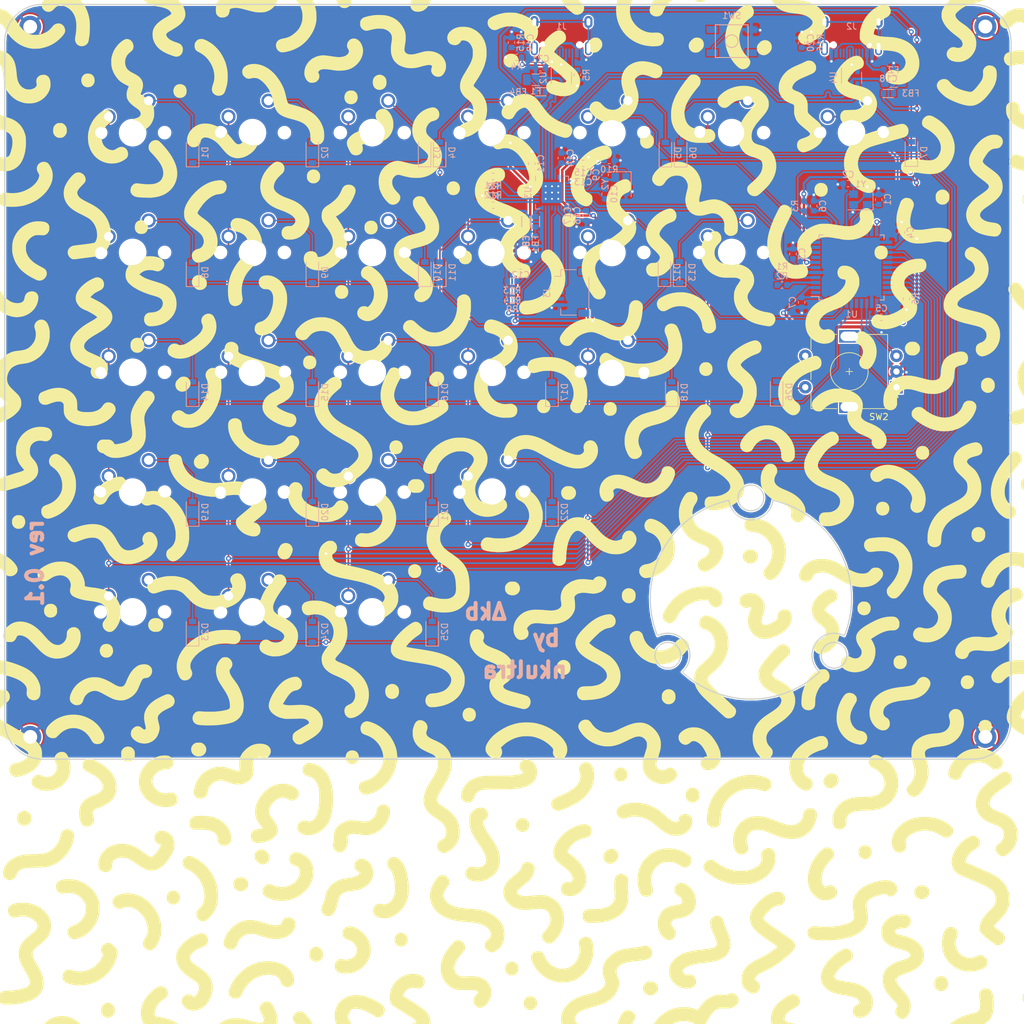
<source format=kicad_pcb>
(kicad_pcb (version 20171130) (host pcbnew "(5.1.5-0-10_14)")
  (layers (0 F.Cu signal) (31 B.Cu signal) (34 B.Paste user hide) (35 F.Paste user hide) (36 B.SilkS user) (37 F.SilkS user hide) (38 B.Mask user hide) (39 F.Mask user hide) (44 Edge.Cuts user hide))
  (net 0 "")
  (net 1 "Net-(D1-Pad2)")
  (net 2 ROW0)
  (net 3 "Net-(D2-Pad2)")
  (net 4 "Net-(D3-Pad2)")
  (net 5 "Net-(D4-Pad2)")
  (net 6 "Net-(D5-Pad2)")
  (net 7 "Net-(D6-Pad2)")
  (net 8 "Net-(D7-Pad2)")
  (net 9 "Net-(D8-Pad2)")
  (net 10 ROW1)
  (net 11 "Net-(D9-Pad2)")
  (net 12 "Net-(D10-Pad2)")
  (net 13 "Net-(D11-Pad2)")
  (net 14 "Net-(D12-Pad2)")
  (net 15 "Net-(D13-Pad2)")
  (net 16 "Net-(D14-Pad2)")
  (net 17 ROW2)
  (net 18 "Net-(D15-Pad2)")
  (net 19 "Net-(D16-Pad2)")
  (net 20 "Net-(D17-Pad2)")
  (net 21 "Net-(D18-Pad2)")
  (net 22 "Net-(D19-Pad2)")
  (net 23 ROW3)
  (net 24 "Net-(D20-Pad2)")
  (net 25 "Net-(D21-Pad2)")
  (net 26 "Net-(D22-Pad2)")
  (net 27 "Net-(D23-Pad2)")
  (net 28 ROW4)
  (net 29 "Net-(D24-Pad2)")
  (net 30 "Net-(D25-Pad2)")
  (net 31 COL0)
  (net 32 COL1)
  (net 33 COL2)
  (net 34 COL3)
  (net 35 COL4)
  (net 36 COL5)
  (net 37 "Net-(U1-Pad1)")
  (net 38 COL6)
  (net 39 "Net-(U1-Pad21)")
  (net 40 GND)
  (net 41 "Net-(C1-Pad1)")
  (net 42 "Net-(C2-Pad1)")
  (net 43 "Net-(C3-Pad1)")
  (net 44 +5V)
  (net 45 "Net-(D26-Pad2)")
  (net 46 "Net-(J1-PadB5)")
  (net 47 "Net-(J1-PadA8)")
  (net 48 "Net-(J1-PadA5)")
  (net 49 "Net-(J1-PadB8)")
  (net 50 "Net-(R1-Pad1)")
  (net 51 "Net-(R2-Pad1)")
  (net 52 "Net-(R3-Pad2)")
  (net 53 "Net-(R6-Pad2)")
  (net 54 ENC1B)
  (net 55 ENC1A)
  (net 56 "Net-(U1-Pad42)")
  (net 57 "Net-(U1-Pad38)")
  (net 58 "Net-(U1-Pad20)")
  (net 59 "Net-(U1-Pad19)")
  (net 60 "Net-(U1-Pad18)")
  (net 61 "Net-(U1-Pad11)")
  (net 62 "Net-(U1-Pad10)")
  (net 63 "Net-(U1-Pad9)")
  (net 64 "Net-(U1-Pad8)")
  (net 65 "Net-(U1-Pad40)")
  (net 66 "Net-(C9-Pad1)")
  (net 67 "Net-(C10-Pad1)")
  (net 68 VREG_3V3)
  (net 69 +3.3VA)
  (net 70 "Net-(C18-Pad1)")
  (net 71 VBUS)
  (net 72 D3_D+)
  (net 73 D3_D-)
  (net 74 "Net-(R7-Pad1)")
  (net 75 "Net-(R8-Pad1)")
  (net 76 "Net-(R9-Pad2)")
  (net 77 "Net-(R10-Pad1)")
  (net 78 nOVR_4)
  (net 79 nOVR_2)
  (net 80 nOVR_3)
  (net 81 nOVR_1)
  (net 82 "Net-(U3-Pad26)")
  (net 83 "Net-(U3-Pad18)")
  (net 84 D2_D+)
  (net 85 D2_D-)
  (net 86 "Net-(J2-PadB8)")
  (net 87 "Net-(J2-PadA5)")
  (net 88 "Net-(J2-PadB5)")
  (net 89 "Net-(J2-PadA8)")
  (net 90 "Net-(C19-Pad1)")
  (net 91 "Net-(C20-Pad1)")
  (net 92 UP_DN)
  (net 93 UP_DP)
  (net 94 D1_DN)
  (net 95 D1_DP)
  (net 96 UP_D-)
  (net 97 UP_D+)
  (net 98 D1_D-)
  (net 99 D1_D+)
  (net 100 "Net-(F1-Pad1)")
  (net 101 "Net-(F2-Pad1)")
  (net 102 "Net-(J3-Pad4)")
  (net 103 "Net-(U3-Pad7)")
  (net 104 "Net-(U3-Pad6)")
  (net 105 "Net-(C8-Pad1)")
  (module Trigon:wiggle (layer F.Cu) (at 92.86875 92.86875)
    (fp_text reference H1 hide)
    (fp_text value Logo hide)
  )
  (module Connector_JST:JST_SH_SM05B-SRSS-TB_1x05-1MP_P1.00mm_Horizontal (layer B.Cu) (at 102.39375 57.94375 270)
    (fp_text reference J3 (at 0 3.98 90) (layer B.SilkS) (effects (justify mirror)))
    (fp_text value Conn_01x05)
    (pad MP smd roundrect (at 3.3 -1.875 270) (size 1.2 1.8) (layers B.Cu B.Paste B.Mask) (roundrect_rratio 0.208333))
    (pad MP smd roundrect (at -3.3 -1.875 270) (size 1.2 1.8) (layers B.Cu B.Paste B.Mask) (roundrect_rratio 0.208333))
    (pad 5 smd roundrect (at 2 2 270) (size 0.6 1.55) (layers B.Cu B.Paste B.Mask) (net 40 GND))
    (pad 4 smd roundrect (at 1 2 270) (size 0.6 1.55) (layers B.Cu B.Paste B.Mask) (net 102 "Net-(J3-Pad4)"))
    (pad 3 smd roundrect (at 0 2 270) (size 0.6 1.55) (layers B.Cu B.Paste B.Mask) (net 44 +5V))
    (pad 2 smd roundrect (at -1 2 270) (size 0.6 1.55) (layers B.Cu B.Paste B.Mask) (net 85 D2_D-))
    (pad 1 smd roundrect (at -2 2 270) (size 0.6 1.55) (layers B.Cu B.Paste B.Mask) (net 84 D2_D+))
  )
  (module Rotary_Encoder:RotaryEncoder_Alps_EC11E-Switch_Vertical_H20mm (layer F.Cu) (at 153.9875 73.025 180)
    (fp_text reference SW2 (at 2.8 -4.7) (layer F.SilkS))
    (fp_text value Rotary_Encoder_Switch)
    (pad S1 thru_hole circle (at 14.5 5 180) (size 2 2) (drill 1) (layers *.Cu *.Mask) (net 45 "Net-(D26-Pad2)"))
    (pad S2 thru_hole circle (at 14.5 0 180) (size 2 2) (drill 1) (layers *.Cu *.Mask) (net 36 COL5))
    (pad MP thru_hole rect (at 7.5 8.1 180) (size 3.2 2) (drill oval 2.8 1.5) (layers *.Cu *.Mask))
    (pad MP thru_hole rect (at 7.5 -3.1 180) (size 3.2 2) (drill oval 2.8 1.5) (layers *.Cu *.Mask))
    (pad B thru_hole circle (at 0 5 180) (size 2 2) (drill 1) (layers *.Cu *.Mask) (net 55 ENC1A))
    (pad C thru_hole circle (at 0 2.5 180) (size 2 2) (drill 1) (layers *.Cu *.Mask) (net 40 GND))
    (pad A thru_hole rect (at 0 0 180) (size 2 2) (drill 1) (layers *.Cu *.Mask) (net 54 ENC1B))
  )
  (module Package_DFN_QFN:QFN-28-1EP_5x5mm_P0.5mm_EP3.35x3.35mm_ThermalVias (layer B.Cu) (at 99.21875 42.06875 270)
    (fp_text reference U3 (at 0 3.8 90) (layer B.SilkS) (effects (justify mirror)))
    (fp_text value CY7C65632-28LTXCT)
    (pad 28 smd roundrect (at -1.5 2.45 270) (size 0.25 0.8) (layers B.Cu B.Paste B.Mask) (net 68 VREG_3V3))
    (pad 27 smd roundrect (at -1 2.45 270) (size 0.25 0.8) (layers B.Cu B.Paste B.Mask) (net 44 +5V))
    (pad 26 smd roundrect (at -0.5 2.45 270) (size 0.25 0.8) (layers B.Cu B.Paste B.Mask) (net 82 "Net-(U3-Pad26)"))
    (pad 25 smd roundrect (at 0 2.45 270) (size 0.25 0.8) (layers B.Cu B.Paste B.Mask) (net 81 nOVR_1))
    (pad 24 smd roundrect (at 0.5 2.45 270) (size 0.25 0.8) (layers B.Cu B.Paste B.Mask) (net 79 nOVR_2))
    (pad 23 smd roundrect (at 1 2.45 270) (size 0.25 0.8) (layers B.Cu B.Paste B.Mask) (net 75 "Net-(R8-Pad1)"))
    (pad 22 smd roundrect (at 1.5 2.45 270) (size 0.25 0.8) (layers B.Cu B.Paste B.Mask) (net 74 "Net-(R7-Pad1)"))
    (pad 21 smd roundrect (at 2.45 1.5 270) (size 0.8 0.25) (layers B.Cu B.Paste B.Mask) (net 68 VREG_3V3))
    (pad 20 smd roundrect (at 2.45 1 270) (size 0.8 0.25) (layers B.Cu B.Paste B.Mask) (net 80 nOVR_3))
    (pad 19 smd roundrect (at 2.45 0.5 270) (size 0.8 0.25) (layers B.Cu B.Paste B.Mask) (net 78 nOVR_4))
    (pad 18 smd roundrect (at 2.45 0 270) (size 0.8 0.25) (layers B.Cu B.Paste B.Mask) (net 83 "Net-(U3-Pad18)"))
    (pad 17 smd roundrect (at 2.45 -0.5 270) (size 0.8 0.25) (layers B.Cu B.Paste B.Mask) (net 76 "Net-(R9-Pad2)"))
    (pad 16 smd roundrect (at 2.45 -1 270) (size 0.8 0.25) (layers B.Cu B.Paste B.Mask) (net 84 D2_D+))
    (pad 15 smd roundrect (at 2.45 -1.5 270) (size 0.8 0.25) (layers B.Cu B.Paste B.Mask) (net 85 D2_D-))
    (pad 14 smd roundrect (at 1.5 -2.45 270) (size 0.25 0.8) (layers B.Cu B.Paste B.Mask) (net 69 +3.3VA))
    (pad 13 smd roundrect (at 1 -2.45 270) (size 0.25 0.8) (layers B.Cu B.Paste B.Mask) (net 72 D3_D+))
    (pad 12 smd roundrect (at 0.5 -2.45 270) (size 0.25 0.8) (layers B.Cu B.Paste B.Mask) (net 73 D3_D-))
    (pad 11 smd roundrect (at 0 -2.45 270) (size 0.25 0.8) (layers B.Cu B.Paste B.Mask) (net 67 "Net-(C10-Pad1)"))
    (pad 10 smd roundrect (at -0.5 -2.45 270) (size 0.25 0.8) (layers B.Cu B.Paste B.Mask) (net 66 "Net-(C9-Pad1)"))
    (pad 9 smd roundrect (at -1 -2.45 270) (size 0.25 0.8) (layers B.Cu B.Paste B.Mask) (net 69 +3.3VA))
    (pad 8 smd roundrect (at -1.5 -2.45 270) (size 0.25 0.8) (layers B.Cu B.Paste B.Mask) (net 77 "Net-(R10-Pad1)"))
    (pad 7 smd roundrect (at -2.45 -1.5 270) (size 0.8 0.25) (layers B.Cu B.Paste B.Mask) (net 103 "Net-(U3-Pad7)"))
    (pad 6 smd roundrect (at -2.45 -1 270) (size 0.8 0.25) (layers B.Cu B.Paste B.Mask) (net 104 "Net-(U3-Pad6)"))
    (pad 5 smd roundrect (at -2.45 -0.5 270) (size 0.8 0.25) (layers B.Cu B.Paste B.Mask) (net 69 +3.3VA))
    (pad 4 smd roundrect (at -2.45 0 270) (size 0.8 0.25) (layers B.Cu B.Paste B.Mask) (net 99 D1_D+))
    (pad 3 smd roundrect (at -2.45 0.5 270) (size 0.8 0.25) (layers B.Cu B.Paste B.Mask) (net 98 D1_D-))
    (pad 2 smd roundrect (at -2.45 1 270) (size 0.8 0.25) (layers B.Cu B.Paste B.Mask) (net 97 UP_D+))
    (pad 1 smd roundrect (at -2.45 1.5 270) (size 0.8 0.25) (layers B.Cu B.Paste B.Mask) (net 96 UP_D-))
    (pad 29 smd roundrect (at 0 0 270) (size 2.5 2.5) (layers F.Cu) (roundrect_rratio 0.1) (net 40 GND))
    (pad 29 thru_hole circle (at 1 -1 270) (size 0.5 0.5) (drill 0.3) (layers *.Cu) (net 40 GND))
    (pad 29 thru_hole circle (at 0 -1 270) (size 0.5 0.5) (drill 0.3) (layers *.Cu) (net 40 GND))
    (pad 29 thru_hole circle (at -1 -1 270) (size 0.5 0.5) (drill 0.3) (layers *.Cu) (net 40 GND))
    (pad 29 thru_hole circle (at 1 0 270) (size 0.5 0.5) (drill 0.3) (layers *.Cu) (net 40 GND))
    (pad 29 thru_hole circle (at 0 0 270) (size 0.5 0.5) (drill 0.3) (layers *.Cu) (net 40 GND))
    (pad 29 thru_hole circle (at -1 0 270) (size 0.5 0.5) (drill 0.3) (layers *.Cu) (net 40 GND))
    (pad 29 thru_hole circle (at 1 1 270) (size 0.5 0.5) (drill 0.3) (layers *.Cu) (net 40 GND))
    (pad 29 thru_hole circle (at 0 1 270) (size 0.5 0.5) (drill 0.3) (layers *.Cu) (net 40 GND))
    (pad 29 thru_hole circle (at -1 1 270) (size 0.5 0.5) (drill 0.3) (layers *.Cu) (net 40 GND))
    (pad 29 smd roundrect (at 0 0 270) (size 3.35 3.35) (layers B.Cu B.Mask) (roundrect_rratio 0.074627) (net 40 GND))
  )
  (module josh-passives-smt:Ferrite_Bead_0603 (layer B.Cu) (at 97.37725 26.035 180)
    (fp_text reference FB4 (at 3.542 -0.028) (layer B.SilkS) (effects (justify mirror)))
    (fp_text value 600R hide)
    (pad 2 smd rect (at 0.8 0 180) (size 0.85 1) (layers B.Cu B.Paste B.Mask) (net 100 "Net-(F1-Pad1)"))
    (pad 1 smd rect (at -0.8 0 180) (size 0.85 1) (layers B.Cu B.Paste B.Mask) (net 44 +5V))
  )
  (module Package_TO_SOT_SMD:SOT-23-6 (layer B.Cu) (at 146.84375 23.8125 270)
    (fp_text reference U4 (at 0 2.9 90) (layer B.SilkS) (effects (justify mirror)))
    (fp_text value USBLC6-2SC6)
    (pad 5 smd rect (at 1.1 0 270) (size 1.06 0.65) (layers B.Cu B.Paste B.Mask) (net 70 "Net-(C18-Pad1)"))
    (pad 6 smd rect (at 1.1 0.95 270) (size 1.06 0.65) (layers B.Cu B.Paste B.Mask) (net 98 D1_D-))
    (pad 4 smd rect (at 1.1 -0.95 270) (size 1.06 0.65) (layers B.Cu B.Paste B.Mask) (net 99 D1_D+))
    (pad 3 smd rect (at -1.1 -0.95 270) (size 1.06 0.65) (layers B.Cu B.Paste B.Mask) (net 95 D1_DP))
    (pad 2 smd rect (at -1.1 0 270) (size 1.06 0.65) (layers B.Cu B.Paste B.Mask) (net 40 GND))
    (pad 1 smd rect (at -1.1 0.95 270) (size 1.06 0.65) (layers B.Cu B.Paste B.Mask) (net 94 D1_DN))
  )
  (module Package_TO_SOT_SMD:SOT-23-6 (layer B.Cu) (at 100.711 23.8125 270)
    (fp_text reference U2 (at 0 2.9 90) (layer B.SilkS) (effects (justify mirror)))
    (fp_text value USBLC6-2SC6)
    (pad 5 smd rect (at 1.1 0 270) (size 1.06 0.65) (layers B.Cu B.Paste B.Mask) (net 71 VBUS))
    (pad 6 smd rect (at 1.1 0.95 270) (size 1.06 0.65) (layers B.Cu B.Paste B.Mask) (net 96 UP_D-))
    (pad 4 smd rect (at 1.1 -0.95 270) (size 1.06 0.65) (layers B.Cu B.Paste B.Mask) (net 97 UP_D+))
    (pad 3 smd rect (at -1.1 -0.95 270) (size 1.06 0.65) (layers B.Cu B.Paste B.Mask) (net 93 UP_DP))
    (pad 2 smd rect (at -1.1 0 270) (size 1.06 0.65) (layers B.Cu B.Paste B.Mask) (net 40 GND))
    (pad 1 smd rect (at -1.1 0.95 270) (size 1.06 0.65) (layers B.Cu B.Paste B.Mask) (net 92 UP_DN))
  )
  (module Capacitor_SMD:C_0603_1608Metric (layer B.Cu) (at 97.37725 22.225 180)
    (fp_text reference C21 (at 0 1.43) (layer B.SilkS) (effects (justify mirror)))
    (fp_text value 0.1uF)
    (pad 2 smd roundrect (at 0.7875 0 180) (size 0.875 0.95) (layers B.Cu B.Paste B.Mask) (net 40 GND))
    (pad 1 smd roundrect (at -0.7875 0 180) (size 0.875 0.95) (layers B.Cu B.Paste B.Mask) (net 71 VBUS))
  )
  (module Resistor_SMD:R_0603_1608Metric (layer B.Cu) (at 140.49375 18.25625 90)
    (fp_text reference R16 (at 0 1.43 90) (layer B.SilkS) (effects (justify mirror)))
    (fp_text value 100k)
    (pad 2 smd roundrect (at 0.7875 0 90) (size 0.875 0.95) (layers B.Cu B.Paste B.Mask) (net 40 GND))
    (pad 1 smd roundrect (at -0.7875 0 90) (size 0.875 0.95) (layers B.Cu B.Paste B.Mask) (net 91 "Net-(C20-Pad1)"))
  )
  (module Resistor_SMD:R_0603_1608Metric (layer B.Cu) (at 92.7735 18.215 90)
    (fp_text reference R15 (at 0 1.43 90) (layer B.SilkS) (effects (justify mirror)))
    (fp_text value 100k)
    (pad 2 smd roundrect (at 0.7875 0 90) (size 0.875 0.95) (layers B.Cu B.Paste B.Mask) (net 40 GND))
    (pad 1 smd roundrect (at -0.7875 0 90) (size 0.875 0.95) (layers B.Cu B.Paste B.Mask) (net 90 "Net-(C19-Pad1)"))
  )
  (module Capacitor_SMD:C_0603_1608Metric (layer B.Cu) (at 138.9045 18.25625 90)
    (fp_text reference C20 (at 0 1.43 90) (layer B.SilkS) (effects (justify mirror)))
    (fp_text value 0.1uF)
    (pad 2 smd roundrect (at 0.7875 0 90) (size 0.875 0.95) (layers B.Cu B.Paste B.Mask) (net 40 GND))
    (pad 1 smd roundrect (at -0.7875 0 90) (size 0.875 0.95) (layers B.Cu B.Paste B.Mask) (net 91 "Net-(C20-Pad1)"))
  )
  (module Capacitor_SMD:C_0603_1608Metric (layer B.Cu) (at 94.361 18.2625 90)
    (fp_text reference C19 (at 0 1.43 90) (layer B.SilkS) (effects (justify mirror)))
    (fp_text value 0.1uF)
    (pad 2 smd roundrect (at 0.7875 0 90) (size 0.875 0.95) (layers B.Cu B.Paste B.Mask) (net 40 GND))
    (pad 1 smd roundrect (at -0.7875 0 90) (size 0.875 0.95) (layers B.Cu B.Paste B.Mask) (net 90 "Net-(C19-Pad1)"))
  )
  (module Resistor_SMD:R_0603_1608Metric (layer B.Cu) (at 92.88135 57.7342)
    (fp_text reference R14 (at 0 1.43) (layer B.SilkS) (effects (justify mirror)))
    (fp_text value 10k)
    (pad 2 smd roundrect (at 0.7875 0) (size 0.875 0.95) (layers B.Cu B.Paste B.Mask) (net 78 nOVR_4))
    (pad 1 smd roundrect (at -0.7875 0) (size 0.875 0.95) (layers B.Cu B.Paste B.Mask) (net 68 VREG_3V3))
  )
  (module Resistor_SMD:R_0603_1608Metric (layer B.Cu) (at 92.87835 56.17845)
    (fp_text reference R13 (at 0 1.43) (layer B.SilkS) (effects (justify mirror)))
    (fp_text value 10k)
    (pad 2 smd roundrect (at 0.7875 0) (size 0.875 0.95) (layers B.Cu B.Paste B.Mask) (net 80 nOVR_3))
    (pad 1 smd roundrect (at -0.7875 0) (size 0.875 0.95) (layers B.Cu B.Paste B.Mask) (net 68 VREG_3V3))
  )
  (module Resistor_SMD:R_0603_1608Metric (layer B.Cu) (at 89.8525 41.021)
    (fp_text reference R12 (at 0 1.43) (layer B.SilkS) (effects (justify mirror)))
    (fp_text value 10k)
    (pad 2 smd roundrect (at 0.7875 0) (size 0.875 0.95) (layers B.Cu B.Paste B.Mask) (net 79 nOVR_2))
    (pad 1 smd roundrect (at -0.7875 0) (size 0.875 0.95) (layers B.Cu B.Paste B.Mask) (net 68 VREG_3V3))
  )
  (module Resistor_SMD:R_0603_1608Metric (layer B.Cu) (at 89.8525 39.497)
    (fp_text reference R11 (at 0 1.43) (layer B.SilkS) (effects (justify mirror)))
    (fp_text value 10k)
    (pad 2 smd roundrect (at 0.7875 0) (size 0.875 0.95) (layers B.Cu B.Paste B.Mask) (net 81 nOVR_1))
    (pad 1 smd roundrect (at -0.7875 0) (size 0.875 0.95) (layers B.Cu B.Paste B.Mask) (net 68 VREG_3V3))
  )
  (module Resistor_SMD:R_0603_1608Metric (layer B.Cu) (at 108.331 36.957)
    (fp_text reference R10 (at 0 1.43) (layer B.SilkS) (effects (justify mirror)))
    (fp_text value 650R)
    (pad 2 smd roundrect (at 0.7875 0) (size 0.875 0.95) (layers B.Cu B.Paste B.Mask) (net 40 GND))
    (pad 1 smd roundrect (at -0.7875 0) (size 0.875 0.95) (layers B.Cu B.Paste B.Mask) (net 77 "Net-(R10-Pad1)"))
  )
  (module Resistor_SMD:R_0603_1608Metric (layer B.Cu) (at 92.906849 59.1947)
    (fp_text reference R9 (at 0 1.43) (layer B.SilkS) (effects (justify mirror)))
    (fp_text value 10k)
    (pad 2 smd roundrect (at 0.7875 0) (size 0.875 0.95) (layers B.Cu B.Paste B.Mask) (net 76 "Net-(R9-Pad2)"))
    (pad 1 smd roundrect (at -0.7875 0) (size 0.875 0.95) (layers B.Cu B.Paste B.Mask) (net 68 VREG_3V3))
  )
  (module Resistor_SMD:R_0603_1608Metric (layer B.Cu) (at 89.8525 42.545 180)
    (fp_text reference R8 (at 0 1.43) (layer B.SilkS) (effects (justify mirror)))
    (fp_text value 100k)
    (pad 2 smd roundrect (at 0.7875 0 180) (size 0.875 0.95) (layers B.Cu B.Paste B.Mask) (net 40 GND))
    (pad 1 smd roundrect (at -0.7875 0 180) (size 0.875 0.95) (layers B.Cu B.Paste B.Mask) (net 75 "Net-(R8-Pad1)"))
  )
  (module Resistor_SMD:R_0603_1608Metric (layer B.Cu) (at 89.88425 44.069 180)
    (fp_text reference R7 (at 0 1.43) (layer B.SilkS) (effects (justify mirror)))
    (fp_text value 100k)
    (pad 2 smd roundrect (at 0.7875 0 180) (size 0.875 0.95) (layers B.Cu B.Paste B.Mask) (net 68 VREG_3V3))
    (pad 1 smd roundrect (at -0.7875 0 180) (size 0.875 0.95) (layers B.Cu B.Paste B.Mask) (net 74 "Net-(R7-Pad1)"))
  )
  (module Resistor_SMD:R_0603_1608Metric (layer B.Cu) (at 155.575 58.95975 90)
    (fp_text reference R6 (at 0 1.43 90) (layer B.SilkS) (effects (justify mirror)))
    (fp_text value 10k)
    (pad 2 smd roundrect (at 0.7875 0 90) (size 0.875 0.95) (layers B.Cu B.Paste B.Mask) (net 53 "Net-(R6-Pad2)"))
    (pad 1 smd roundrect (at -0.7875 0 90) (size 0.875 0.95) (layers B.Cu B.Paste B.Mask) (net 40 GND))
  )
  (module Resistor_SMD:R_0603_1608Metric (layer B.Cu) (at 103.251 23.368 90)
    (fp_text reference R5 (at 0 1.43 90) (layer B.SilkS) (effects (justify mirror)))
    (fp_text value 5.1k)
    (pad 1 smd roundrect (at -0.7875 0 90) (size 0.875 0.95) (layers B.Cu B.Paste B.Mask) (net 40 GND))
    (pad 2 smd roundrect (at 0.7875 0 90) (size 0.875 0.95) (layers B.Cu B.Paste B.Mask) (net 46 "Net-(J1-PadB5)"))
  )
  (module Resistor_SMD:R_0603_1608Metric (layer B.Cu) (at 93.599 20.574)
    (fp_text reference R4 (at 0 1.43) (layer B.SilkS) (effects (justify mirror)))
    (fp_text value 5.1k)
    (pad 2 smd roundrect (at 0.7875 0) (size 0.875 0.95) (layers B.Cu B.Paste B.Mask) (net 48 "Net-(J1-PadA5)"))
    (pad 1 smd roundrect (at -0.7875 0) (size 0.875 0.95) (layers B.Cu B.Paste B.Mask) (net 40 GND))
  )
  (module Resistor_SMD:R_0603_1608Metric (layer B.Cu) (at 139.2555 44.196 270)
    (fp_text reference R3 (at 0 1.43 90) (layer B.SilkS) (effects (justify mirror)))
    (fp_text value 10k)
    (pad 2 smd roundrect (at 0.7875 0 270) (size 0.875 0.95) (layers B.Cu B.Paste B.Mask) (net 52 "Net-(R3-Pad2)"))
    (pad 1 smd roundrect (at -0.7875 0 270) (size 0.875 0.95) (layers B.Cu B.Paste B.Mask) (net 44 +5V))
  )
  (module Resistor_SMD:R_0603_1608Metric (layer B.Cu) (at 135.79475 56.769 180)
    (fp_text reference R2 (at 0 1.43) (layer B.SilkS) (effects (justify mirror)))
    (fp_text value 22)
    (pad 2 smd roundrect (at 0.7875 0 180) (size 0.875 0.95) (layers B.Cu B.Paste B.Mask) (net 73 D3_D-))
    (pad 1 smd roundrect (at -0.7875 0 180) (size 0.875 0.95) (layers B.Cu B.Paste B.Mask) (net 51 "Net-(R2-Pad1)"))
  )
  (module Resistor_SMD:R_0603_1608Metric (layer B.Cu) (at 135.79475 55.245 180)
    (fp_text reference R1 (at 0 1.43) (layer B.SilkS) (effects (justify mirror)))
    (fp_text value 22)
    (pad 2 smd roundrect (at 0.7875 0 180) (size 0.875 0.95) (layers B.Cu B.Paste B.Mask) (net 72 D3_D+))
    (pad 1 smd roundrect (at -0.7875 0 180) (size 0.875 0.95) (layers B.Cu B.Paste B.Mask) (net 50 "Net-(R1-Pad1)"))
  )
  (module Capacitor_SMD:C_0603_1608Metric (layer B.Cu) (at 152.7175 22.51075)
    (fp_text reference C18 (at 0 1.43) (layer B.SilkS) (effects (justify mirror)))
    (fp_text value 0.1uF)
    (pad 2 smd roundrect (at 0.7875 0) (size 0.875 0.95) (layers B.Cu B.Paste B.Mask) (net 40 GND))
    (pad 1 smd roundrect (at -0.7875 0) (size 0.875 0.95) (layers B.Cu B.Paste B.Mask) (net 70 "Net-(C18-Pad1)"))
  )
  (module Capacitor_SMD:C_0603_1608Metric (layer B.Cu) (at 103.124 45.72 270)
    (fp_text reference C17 (at 0 1.43 90) (layer B.SilkS) (effects (justify mirror)))
    (fp_text value 0.1uF)
    (pad 2 smd roundrect (at 0.7875 0 270) (size 0.875 0.95) (layers B.Cu B.Paste B.Mask) (net 40 GND))
    (pad 1 smd roundrect (at -0.7875 0 270) (size 0.875 0.95) (layers B.Cu B.Paste B.Mask) (net 69 +3.3VA))
  )
  (module Capacitor_SMD:C_0603_1608Metric (layer B.Cu) (at 104.648 45.72 270)
    (fp_text reference C16 (at 0 1.43 90) (layer B.SilkS) (effects (justify mirror)))
    (fp_text value 1uF)
    (pad 2 smd roundrect (at 0.7875 0 270) (size 0.875 0.95) (layers B.Cu B.Paste B.Mask) (net 40 GND))
    (pad 1 smd roundrect (at -0.7875 0 270) (size 0.875 0.95) (layers B.Cu B.Paste B.Mask) (net 69 +3.3VA))
  )
  (module Capacitor_SMD:C_0603_1608Metric (layer B.Cu) (at 104.17175 37.43325)
    (fp_text reference C15 (at 0 1.43) (layer B.SilkS) (effects (justify mirror)))
    (fp_text value 1uF)
    (pad 2 smd roundrect (at 0.7875 0) (size 0.875 0.95) (layers B.Cu B.Paste B.Mask) (net 40 GND))
    (pad 1 smd roundrect (at -0.7875 0) (size 0.875 0.95) (layers B.Cu B.Paste B.Mask) (net 69 +3.3VA))
  )
  (module Capacitor_SMD:C_0603_1608Metric (layer B.Cu) (at 100.711 36.576 90)
    (fp_text reference C14 (at 0 1.43 90) (layer B.SilkS) (effects (justify mirror)))
    (fp_text value 0.1uF)
    (pad 2 smd roundrect (at 0.7875 0 90) (size 0.875 0.95) (layers B.Cu B.Paste B.Mask) (net 40 GND))
    (pad 1 smd roundrect (at -0.7875 0 90) (size 0.875 0.95) (layers B.Cu B.Paste B.Mask) (net 69 +3.3VA))
  )
  (module Capacitor_SMD:C_0603_1608Metric (layer B.Cu) (at 104.17175 38.95725)
    (fp_text reference C13 (at 0 1.43) (layer B.SilkS) (effects (justify mirror)))
    (fp_text value 0.1uF)
    (pad 2 smd roundrect (at 0.7875 0) (size 0.875 0.95) (layers B.Cu B.Paste B.Mask) (net 40 GND))
    (pad 1 smd roundrect (at -0.7875 0) (size 0.875 0.95) (layers B.Cu B.Paste B.Mask) (net 69 +3.3VA))
  )
  (module Capacitor_SMD:C_0603_1608Metric (layer B.Cu) (at 94.234 53.721)
    (fp_text reference C12 (at 0 1.43) (layer B.SilkS) (effects (justify mirror)))
    (fp_text value 0.1uF)
    (pad 2 smd roundrect (at 0.7875 0) (size 0.875 0.95) (layers B.Cu B.Paste B.Mask) (net 40 GND))
    (pad 1 smd roundrect (at -0.7875 0) (size 0.875 0.95) (layers B.Cu B.Paste B.Mask) (net 69 +3.3VA))
  )
  (module Capacitor_SMD:C_0603_1608Metric (layer B.Cu) (at 96.012 37.465 90)
    (fp_text reference C11 (at 0 1.43 90) (layer B.SilkS) (effects (justify mirror)))
    (fp_text value 10uF)
    (pad 2 smd roundrect (at 0.7875 0 90) (size 0.875 0.95) (layers B.Cu B.Paste B.Mask) (net 40 GND))
    (pad 1 smd roundrect (at -0.7875 0 90) (size 0.875 0.95) (layers B.Cu B.Paste B.Mask) (net 68 VREG_3V3))
  )
  (module Capacitor_SMD:C_0603_1608Metric (layer B.Cu) (at 107.66425 42.291 90)
    (fp_text reference C10 (at 0 1.43 90) (layer B.SilkS) (effects (justify mirror)))
    (fp_text value 22pF)
    (pad 1 smd roundrect (at -0.7875 0 90) (size 0.875 0.95) (layers B.Cu B.Paste B.Mask) (net 67 "Net-(C10-Pad1)"))
    (pad 2 smd roundrect (at 0.7875 0 90) (size 0.875 0.95) (layers B.Cu B.Paste B.Mask) (net 40 GND))
  )
  (module Capacitor_SMD:C_0603_1608Metric (layer B.Cu) (at 107.66425 39.243 270)
    (fp_text reference C9 (at 0 1.43 90) (layer B.SilkS) (effects (justify mirror)))
    (fp_text value 22pF)
    (pad 1 smd roundrect (at -0.7875 0 270) (size 0.875 0.95) (layers B.Cu B.Paste B.Mask) (net 66 "Net-(C9-Pad1)"))
    (pad 2 smd roundrect (at 0.7875 0 270) (size 0.875 0.95) (layers B.Cu B.Paste B.Mask) (net 40 GND))
  )
  (module Capacitor_SMD:C_0603_1608Metric (layer B.Cu) (at 96.5835 49.784 270)
    (fp_text reference C8 (at 0 1.43 90) (layer B.SilkS) (effects (justify mirror)))
    (fp_text value 0.1uF)
    (pad 2 smd roundrect (at 0.7875 0 270) (size 0.875 0.95) (layers B.Cu B.Paste B.Mask) (net 40 GND))
    (pad 1 smd roundrect (at -0.7875 0 270) (size 0.875 0.95) (layers B.Cu B.Paste B.Mask) (net 105 "Net-(C8-Pad1)"))
  )
  (module Capacitor_SMD:C_0603_1608Metric (layer B.Cu) (at 138.90625 59.525 270)
    (fp_text reference C7 (at 0 1.43 90) (layer B.SilkS) (effects (justify mirror)))
    (fp_text value 10uF)
    (pad 2 smd roundrect (at 0.7875 0 270) (size 0.875 0.95) (layers B.Cu B.Paste B.Mask) (net 40 GND))
    (pad 1 smd roundrect (at -0.7875 0 270) (size 0.875 0.95) (layers B.Cu B.Paste B.Mask) (net 44 +5V))
  )
  (module Capacitor_SMD:C_0603_1608Metric (layer B.Cu) (at 140.843 44.196 90)
    (fp_text reference C6 (at 0 1.43 90) (layer B.SilkS) (effects (justify mirror)))
    (fp_text value 0.1uF)
    (pad 2 smd roundrect (at 0.7875 0 90) (size 0.875 0.95) (layers B.Cu B.Paste B.Mask) (net 40 GND))
    (pad 1 smd roundrect (at -0.7875 0 90) (size 0.875 0.95) (layers B.Cu B.Paste B.Mask) (net 44 +5V))
  )
  (module Capacitor_SMD:C_0603_1608Metric (layer B.Cu) (at 151.60625 61.9125 180)
    (fp_text reference C5 (at 0 1.43) (layer B.SilkS) (effects (justify mirror)))
    (fp_text value 0.1uF)
    (pad 1 smd roundrect (at -0.7875 0 180) (size 0.875 0.95) (layers B.Cu B.Paste B.Mask) (net 44 +5V))
    (pad 2 smd roundrect (at 0.7875 0 180) (size 0.875 0.95) (layers B.Cu B.Paste B.Mask) (net 40 GND))
  )
  (module Capacitor_SMD:C_0603_1608Metric (layer B.Cu) (at 154.78125 48.41875 90)
    (fp_text reference C4 (at 0 1.43 90) (layer B.SilkS) (effects (justify mirror)))
    (fp_text value 0.1uF)
    (pad 2 smd roundrect (at 0.7875 0 90) (size 0.875 0.95) (layers B.Cu B.Paste B.Mask) (net 40 GND))
    (pad 1 smd roundrect (at -0.7875 0 90) (size 0.875 0.95) (layers B.Cu B.Paste B.Mask) (net 44 +5V))
  )
  (module Capacitor_SMD:C_0603_1608Metric (layer B.Cu) (at 137.541 51.816 90)
    (fp_text reference C3 (at 0 1.43 90) (layer B.SilkS) (effects (justify mirror)))
    (fp_text value 1uF)
    (pad 2 smd roundrect (at 0.7875 0 90) (size 0.875 0.95) (layers B.Cu B.Paste B.Mask) (net 40 GND))
    (pad 1 smd roundrect (at -0.7875 0 90) (size 0.875 0.95) (layers B.Cu B.Paste B.Mask) (net 43 "Net-(C3-Pad1)"))
  )
  (module Capacitor_SMD:C_0603_1608Metric (layer B.Cu) (at 146.304 40.64 180)
    (fp_text reference C2 (at 0 1.43) (layer B.SilkS) (effects (justify mirror)))
    (fp_text value 22pF)
    (pad 2 smd roundrect (at 0.7875 0 180) (size 0.875 0.95) (layers B.Cu B.Paste B.Mask) (net 40 GND))
    (pad 1 smd roundrect (at -0.7875 0 180) (size 0.875 0.95) (layers B.Cu B.Paste B.Mask) (net 42 "Net-(C2-Pad1)"))
  )
  (module Capacitor_SMD:C_0603_1608Metric (layer B.Cu) (at 151.16175 43.167423 90)
    (fp_text reference C1 (at 0 1.43 90) (layer B.SilkS) (effects (justify mirror)))
    (fp_text value 22pF)
    (pad 2 smd roundrect (at 0.7875 0 90) (size 0.875 0.95) (layers B.Cu B.Paste B.Mask) (net 40 GND))
    (pad 1 smd roundrect (at -0.7875 0 90) (size 0.875 0.95) (layers B.Cu B.Paste B.Mask) (net 41 "Net-(C1-Pad1)"))
  )
  (module MX_Only:MXOnly-1U-NoLED (layer F.Cu) (at 127.79375 32.54375)
    (fp_text reference MX6)
    (fp_text value MX-NoLED)
    (pad "" np_thru_hole circle (at 5.08 0 48.0996) (size 1.75 1.75) (drill 1.75) (layers *.Cu *.Mask))
    (pad "" np_thru_hole circle (at -5.08 0 48.0996) (size 1.75 1.75) (drill 1.75) (layers *.Cu *.Mask))
    (pad 1 thru_hole circle (at -3.81 -2.54) (size 2.25 2.25) (drill 1.47) (layers *.Cu B.Mask) (net 36 COL5))
    (pad "" np_thru_hole circle (at 0 0) (size 3.9878 3.9878) (drill 3.9878) (layers *.Cu *.Mask))
    (pad 2 thru_hole circle (at 2.54 -5.08) (size 2.25 2.25) (drill 1.47) (layers *.Cu B.Mask) (net 7 "Net-(D6-Pad2)"))
  )
  (module acheron_Connectors:TYPE-C-31-M-12 (layer B.Cu) (at 146.84375 20.6375)
    (fp_text reference J2 (at 0 -5) (layer B.SilkS) (effects (justify mirror)))
    (fp_text value TYPE-C-31-M12_13)
    (pad S thru_hole oval (at 4.3 -1.5) (size 1.1 2.2) (drill oval 0.6 1.7) (layers *.Cu *.Mask) (net 91 "Net-(C20-Pad1)"))
    (pad S thru_hole oval (at 4.3 -5.7) (size 1.3 1.9) (drill oval 0.6 1.2) (layers *.Cu *.Mask) (net 91 "Net-(C20-Pad1)"))
    (pad "" np_thru_hole circle (at 2.89 -2.051) (size 0.65 0.65) (drill 0.65) (layers *.Cu *.Mask))
    (pad "" np_thru_hole circle (at -2.89 -2.051) (size 0.65 0.65) (drill 0.65) (layers *.Cu *.Mask))
    (pad S thru_hole oval (at -4.3 -5.7) (size 1.3 1.9) (drill oval 0.6 1.2) (layers *.Cu *.Mask) (net 91 "Net-(C20-Pad1)"))
    (pad A1 smd roundrect (at -3.25 -1.275) (size 0.6 1.45) (drill (offset 0 0.55)) (layers B.Cu B.Paste B.Mask) (net 40 GND))
    (pad B8 smd roundrect (at -1.75 -1.275) (size 0.3 1.45) (drill (offset 0 0.55)) (layers B.Cu B.Paste B.Mask) (net 86 "Net-(J2-PadB8)"))
    (pad A5 smd roundrect (at -1.25 -1.275) (size 0.3 1.45) (drill (offset 0 0.55)) (layers B.Cu B.Paste B.Mask) (net 87 "Net-(J2-PadA5)"))
    (pad B7 smd roundrect (at -0.75 -1.275) (size 0.3 1.45) (drill (offset 0 0.55)) (layers B.Cu B.Paste B.Mask) (net 94 D1_DN))
    (pad A6 smd roundrect (at -0.254 -1.275) (size 0.3 1.45) (drill (offset 0 0.55)) (layers B.Cu B.Paste B.Mask) (net 95 D1_DP))
    (pad B5 smd roundrect (at 1.75 -1.275) (size 0.3 1.45) (drill (offset 0 0.55)) (layers B.Cu B.Paste B.Mask) (net 88 "Net-(J2-PadB5)"))
    (pad A8 smd roundrect (at 1.25 -1.275) (size 0.3 1.45) (drill (offset 0 0.55)) (layers B.Cu B.Paste B.Mask) (net 89 "Net-(J2-PadA8)"))
    (pad B6 smd roundrect (at 0.75 -1.275) (size 0.3 1.45) (drill (offset 0 0.55)) (layers B.Cu B.Paste B.Mask) (net 95 D1_DP))
    (pad A7 smd roundrect (at 0.25 -1.275) (size 0.3 1.45) (drill (offset 0 0.55)) (layers B.Cu B.Paste B.Mask) (net 94 D1_DN))
    (pad S thru_hole oval (at -4.3 -1.5) (size 1.1 2.2) (drill oval 0.6 1.7) (layers *.Cu *.Mask) (net 91 "Net-(C20-Pad1)"))
    (pad A4 smd roundrect (at -2.45 -1.275) (size 0.6 1.45) (drill (offset 0 0.55)) (layers B.Cu B.Paste B.Mask) (net 70 "Net-(C18-Pad1)"))
    (pad B1 smd roundrect (at 3.25 -1.275) (size 0.6 1.45) (drill (offset 0 0.55)) (layers B.Cu B.Paste B.Mask) (net 40 GND))
    (pad B4 smd roundrect (at 2.45 -1.275) (size 0.6 1.45) (drill (offset 0 0.55)) (layers B.Cu B.Paste B.Mask) (net 70 "Net-(C18-Pad1)"))
  )
  (module Diode_SMD:D_SOD-123 (layer B.Cu) (at 42.06875 111.91875 90)
    (fp_text reference D23 (at 0 2 270) (layer B.SilkS) (effects (justify mirror)))
    (fp_text value D_Small)
    (pad 2 smd rect (at 1.65 0 90) (size 0.9 1.2) (layers B.Cu B.Paste B.Mask) (net 27 "Net-(D23-Pad2)"))
    (pad 1 smd rect (at -1.65 0 90) (size 0.9 1.2) (layers B.Cu B.Paste B.Mask) (net 28 ROW4))
  )
  (module MX_Only:MXOnly-1U-NoLED (layer F.Cu) (at 51.59375 108.74375)
    (fp_text reference MX24)
    (fp_text value MX-NoLED)
    (pad "" np_thru_hole circle (at 5.08 0 48.0996) (size 1.75 1.75) (drill 1.75) (layers *.Cu *.Mask))
    (pad "" np_thru_hole circle (at -5.08 0 48.0996) (size 1.75 1.75) (drill 1.75) (layers *.Cu *.Mask))
    (pad 1 thru_hole circle (at -3.81 -2.54) (size 2.25 2.25) (drill 1.47) (layers *.Cu B.Mask) (net 32 COL1))
    (pad "" np_thru_hole circle (at 0 0) (size 3.9878 3.9878) (drill 3.9878) (layers *.Cu *.Mask))
    (pad 2 thru_hole circle (at 2.54 -5.08) (size 2.25 2.25) (drill 1.47) (layers *.Cu B.Mask) (net 29 "Net-(D24-Pad2)"))
  )
  (module MX_Only:MXOnly-1U-NoLED (layer F.Cu) (at 32.54375 108.74375)
    (fp_text reference MX23)
    (fp_text value MX-NoLED)
    (pad "" np_thru_hole circle (at 5.08 0 48.0996) (size 1.75 1.75) (drill 1.75) (layers *.Cu *.Mask))
    (pad "" np_thru_hole circle (at -5.08 0 48.0996) (size 1.75 1.75) (drill 1.75) (layers *.Cu *.Mask))
    (pad 1 thru_hole circle (at -3.81 -2.54) (size 2.25 2.25) (drill 1.47) (layers *.Cu B.Mask) (net 31 COL0))
    (pad "" np_thru_hole circle (at 0 0) (size 3.9878 3.9878) (drill 3.9878) (layers *.Cu *.Mask))
    (pad 2 thru_hole circle (at 2.54 -5.08) (size 2.25 2.25) (drill 1.47) (layers *.Cu B.Mask) (net 27 "Net-(D23-Pad2)"))
  )
  (module Crystal:Crystal_SMD_3225-4Pin_3.2x2.5mm (layer B.Cu) (at 110.14075 40.767 270)
    (fp_text reference Y2 (at 0 2.45 90) (layer B.SilkS) (effects (justify mirror)))
    (fp_text value 12MHz)
    (pad 4 smd rect (at -1.1 0.85 270) (size 1.4 1.2) (layers B.Cu B.Paste B.Mask) (net 40 GND))
    (pad 3 smd rect (at 1.1 0.85 270) (size 1.4 1.2) (layers B.Cu B.Paste B.Mask) (net 67 "Net-(C10-Pad1)"))
    (pad 2 smd rect (at 1.1 -0.85 270) (size 1.4 1.2) (layers B.Cu B.Paste B.Mask) (net 40 GND))
    (pad 1 smd rect (at -1.1 -0.85 270) (size 1.4 1.2) (layers B.Cu B.Paste B.Mask) (net 66 "Net-(C9-Pad1)"))
  )
  (module random-keyboard-parts:Generic-Mounthole (layer F.Cu) (at 16.253175 15.709688)
    (fp_text reference MH4)
    (fp_text value Mount-M2)
    (pad 1 thru_hole circle (at 0 0) (size 3.5 3.5) (drill 2.2) (layers *.Cu *.Mask) (net 40 GND))
  )
  (module random-keyboard-parts:Generic-Mounthole (layer F.Cu) (at 168.121183 128.615691)
    (fp_text reference MH3)
    (fp_text value Mount-M2)
    (pad 1 thru_hole circle (at 0 0) (size 3.5 3.5) (drill 2.2) (layers *.Cu *.Mask) (net 40 GND))
  )
  (module random-keyboard-parts:Generic-Mounthole (layer F.Cu) (at 168.121183 15.672849)
    (fp_text reference MH2)
    (fp_text value Mount-M2)
    (pad 1 thru_hole circle (at 0 0) (size 3.5 3.5) (drill 2.2) (layers *.Cu *.Mask) (net 40 GND))
  )
  (module random-keyboard-parts:Generic-Mounthole (layer F.Cu) (at 16.268501 128.615691)
    (fp_text reference MH1)
    (fp_text value Mount-M2)
    (pad 1 thru_hole circle (at 0 0) (size 3.5 3.5) (drill 2.2) (layers *.Cu *.Mask) (net 40 GND))
  )
  (module josh-passives-smt:Ferrite_Bead_0603 (layer B.Cu) (at 152.7175 26.32075)
    (fp_text reference FB3 (at 3.542 -0.028) (layer B.SilkS) (effects (justify mirror)))
    (fp_text value 600R hide)
    (pad 2 smd rect (at 0.8 0) (size 0.85 1) (layers B.Cu B.Paste B.Mask) (net 101 "Net-(F2-Pad1)"))
    (pad 1 smd rect (at -0.8 0) (size 0.85 1) (layers B.Cu B.Paste B.Mask) (net 44 +5V))
  )
  (module josh-passives-smt:Ferrite_Bead_0603 (layer B.Cu) (at 95.0595 46.736 270)
    (fp_text reference FB2 (at 3.542 -0.028 90) (layer B.SilkS) (effects (justify mirror)))
    (fp_text value 600R hide)
    (pad 1 smd rect (at -0.8 0 270) (size 0.85 1) (layers B.Cu B.Paste B.Mask) (net 68 VREG_3V3))
    (pad 2 smd rect (at 0.8 0 270) (size 0.85 1) (layers B.Cu B.Paste B.Mask) (net 69 +3.3VA))
  )
  (module josh-passives-smt:Ferrite_Bead_0603 (layer B.Cu) (at 96.5835 46.736 270)
    (fp_text reference FB1 (at 3.542 -0.028 90) (layer B.SilkS) (effects (justify mirror)))
    (fp_text value 600R hide)
    (pad 2 smd rect (at 0.8 0 270) (size 0.85 1) (layers B.Cu B.Paste B.Mask) (net 105 "Net-(C8-Pad1)"))
    (pad 1 smd rect (at -0.8 0 270) (size 0.85 1) (layers B.Cu B.Paste B.Mask) (net 68 VREG_3V3))
  )
  (module Fuse:Fuse_1206_3216Metric (layer B.Cu) (at 153.543 24.41575 180)
    (fp_text reference F2 (at 0 1.82) (layer B.SilkS) (effects (justify mirror)))
    (fp_text value 200mA)
    (pad 2 smd roundrect (at 1.4 0 180) (size 1.25 1.75) (layers B.Cu B.Paste B.Mask) (roundrect_rratio 0.2) (net 70 "Net-(C18-Pad1)"))
    (pad 1 smd roundrect (at -1.4 0 180) (size 1.25 1.75) (layers B.Cu B.Paste B.Mask) (roundrect_rratio 0.2) (net 101 "Net-(F2-Pad1)"))
  )
  (module MX_Only:MXOnly-1U-NoLED (layer F.Cu) (at 108.74375 51.59375)
    (fp_text reference MX12)
    (fp_text value MX-NoLED)
    (pad "" np_thru_hole circle (at 5.08 0 48.0996) (size 1.75 1.75) (drill 1.75) (layers *.Cu *.Mask))
    (pad "" np_thru_hole circle (at -5.08 0 48.0996) (size 1.75 1.75) (drill 1.75) (layers *.Cu *.Mask))
    (pad 1 thru_hole circle (at -3.81 -2.54) (size 2.25 2.25) (drill 1.47) (layers *.Cu B.Mask) (net 35 COL4))
    (pad "" np_thru_hole circle (at 0 0) (size 3.9878 3.9878) (drill 3.9878) (layers *.Cu *.Mask))
    (pad 2 thru_hole circle (at 2.54 -5.08) (size 2.25 2.25) (drill 1.47) (layers *.Cu B.Mask) (net 14 "Net-(D12-Pad2)"))
  )
  (module acheron_Connectors:TYPE-C-31-M-12 (layer B.Cu) (at 100.711 20.6375)
    (fp_text reference J1 (at 0 -5) (layer B.SilkS) (effects (justify mirror)))
    (fp_text value TYPE-C-31-M12_13)
    (pad S thru_hole oval (at 4.3 -1.5) (size 1.1 2.2) (drill oval 0.6 1.7) (layers *.Cu *.Mask) (net 90 "Net-(C19-Pad1)"))
    (pad S thru_hole oval (at 4.3 -5.7) (size 1.3 1.9) (drill oval 0.6 1.2) (layers *.Cu *.Mask) (net 90 "Net-(C19-Pad1)"))
    (pad "" np_thru_hole circle (at 2.89 -2.051) (size 0.65 0.65) (drill 0.65) (layers *.Cu *.Mask))
    (pad "" np_thru_hole circle (at -2.89 -2.051) (size 0.65 0.65) (drill 0.65) (layers *.Cu *.Mask))
    (pad S thru_hole oval (at -4.3 -5.7) (size 1.3 1.9) (drill oval 0.6 1.2) (layers *.Cu *.Mask) (net 90 "Net-(C19-Pad1)"))
    (pad A1 smd roundrect (at -3.25 -1.275) (size 0.6 1.45) (drill (offset 0 0.55)) (layers B.Cu B.Paste B.Mask) (net 40 GND))
    (pad B8 smd roundrect (at -1.75 -1.275) (size 0.3 1.45) (drill (offset 0 0.55)) (layers B.Cu B.Paste B.Mask) (net 49 "Net-(J1-PadB8)"))
    (pad A5 smd roundrect (at -1.25 -1.275) (size 0.3 1.45) (drill (offset 0 0.55)) (layers B.Cu B.Paste B.Mask) (net 48 "Net-(J1-PadA5)"))
    (pad B7 smd roundrect (at -0.75 -1.275) (size 0.3 1.45) (drill (offset 0 0.55)) (layers B.Cu B.Paste B.Mask) (net 92 UP_DN))
    (pad A6 smd roundrect (at -0.254 -1.275) (size 0.3 1.45) (drill (offset 0 0.55)) (layers B.Cu B.Paste B.Mask) (net 93 UP_DP))
    (pad B5 smd roundrect (at 1.75 -1.275) (size 0.3 1.45) (drill (offset 0 0.55)) (layers B.Cu B.Paste B.Mask) (net 46 "Net-(J1-PadB5)"))
    (pad A8 smd roundrect (at 1.25 -1.275) (size 0.3 1.45) (drill (offset 0 0.55)) (layers B.Cu B.Paste B.Mask) (net 47 "Net-(J1-PadA8)"))
    (pad B6 smd roundrect (at 0.75 -1.275) (size 0.3 1.45) (drill (offset 0 0.55)) (layers B.Cu B.Paste B.Mask) (net 93 UP_DP))
    (pad A7 smd roundrect (at 0.25 -1.275) (size 0.3 1.45) (drill (offset 0 0.55)) (layers B.Cu B.Paste B.Mask) (net 92 UP_DN))
    (pad S thru_hole oval (at -4.3 -1.5) (size 1.1 2.2) (drill oval 0.6 1.7) (layers *.Cu *.Mask) (net 90 "Net-(C19-Pad1)"))
    (pad A4 smd roundrect (at -2.45 -1.275) (size 0.6 1.45) (drill (offset 0 0.55)) (layers B.Cu B.Paste B.Mask) (net 71 VBUS))
    (pad B1 smd roundrect (at 3.25 -1.275) (size 0.6 1.45) (drill (offset 0 0.55)) (layers B.Cu B.Paste B.Mask) (net 40 GND))
    (pad B4 smd roundrect (at 2.45 -1.275) (size 0.6 1.45) (drill (offset 0 0.55)) (layers B.Cu B.Paste B.Mask) (net 71 VBUS))
  )
  (module MX_Only:MXOnly-1U-NoLED (layer F.Cu) (at 32.54375 32.54375)
    (fp_text reference MX1)
    (fp_text value MX-NoLED)
    (pad "" np_thru_hole circle (at 5.08 0 48.0996) (size 1.75 1.75) (drill 1.75) (layers *.Cu *.Mask))
    (pad "" np_thru_hole circle (at -5.08 0 48.0996) (size 1.75 1.75) (drill 1.75) (layers *.Cu *.Mask))
    (pad 1 thru_hole circle (at -3.81 -2.54) (size 2.25 2.25) (drill 1.47) (layers *.Cu B.Mask) (net 31 COL0))
    (pad "" np_thru_hole circle (at 0 0) (size 3.9878 3.9878) (drill 3.9878) (layers *.Cu *.Mask))
    (pad 2 thru_hole circle (at 2.54 -5.08) (size 2.25 2.25) (drill 1.47) (layers *.Cu B.Mask) (net 1 "Net-(D1-Pad2)"))
  )
  (module MX_Only:MXOnly-1U-NoLED (layer F.Cu) (at 70.64375 108.74375)
    (fp_text reference MX25)
    (fp_text value MX-NoLED)
    (pad "" np_thru_hole circle (at 5.08 0 48.0996) (size 1.75 1.75) (drill 1.75) (layers *.Cu *.Mask))
    (pad "" np_thru_hole circle (at -5.08 0 48.0996) (size 1.75 1.75) (drill 1.75) (layers *.Cu *.Mask))
    (pad 1 thru_hole circle (at -3.81 -2.54) (size 2.25 2.25) (drill 1.47) (layers *.Cu B.Mask) (net 33 COL2))
    (pad "" np_thru_hole circle (at 0 0) (size 3.9878 3.9878) (drill 3.9878) (layers *.Cu *.Mask))
    (pad 2 thru_hole circle (at 2.54 -5.08) (size 2.25 2.25) (drill 1.47) (layers *.Cu B.Mask) (net 30 "Net-(D25-Pad2)"))
  )
  (module MX_Only:MXOnly-1U-NoLED (layer F.Cu) (at 89.69375 89.69375)
    (fp_text reference MX22)
    (fp_text value MX-NoLED)
    (pad "" np_thru_hole circle (at 5.08 0 48.0996) (size 1.75 1.75) (drill 1.75) (layers *.Cu *.Mask))
    (pad "" np_thru_hole circle (at -5.08 0 48.0996) (size 1.75 1.75) (drill 1.75) (layers *.Cu *.Mask))
    (pad 1 thru_hole circle (at -3.81 -2.54) (size 2.25 2.25) (drill 1.47) (layers *.Cu B.Mask) (net 34 COL3))
    (pad "" np_thru_hole circle (at 0 0) (size 3.9878 3.9878) (drill 3.9878) (layers *.Cu *.Mask))
    (pad 2 thru_hole circle (at 2.54 -5.08) (size 2.25 2.25) (drill 1.47) (layers *.Cu B.Mask) (net 26 "Net-(D22-Pad2)"))
  )
  (module MX_Only:MXOnly-1U-NoLED (layer F.Cu) (at 70.64375 89.69375)
    (fp_text reference MX21)
    (fp_text value MX-NoLED)
    (pad "" np_thru_hole circle (at 5.08 0 48.0996) (size 1.75 1.75) (drill 1.75) (layers *.Cu *.Mask))
    (pad "" np_thru_hole circle (at -5.08 0 48.0996) (size 1.75 1.75) (drill 1.75) (layers *.Cu *.Mask))
    (pad 1 thru_hole circle (at -3.81 -2.54) (size 2.25 2.25) (drill 1.47) (layers *.Cu B.Mask) (net 33 COL2))
    (pad "" np_thru_hole circle (at 0 0) (size 3.9878 3.9878) (drill 3.9878) (layers *.Cu *.Mask))
    (pad 2 thru_hole circle (at 2.54 -5.08) (size 2.25 2.25) (drill 1.47) (layers *.Cu B.Mask) (net 25 "Net-(D21-Pad2)"))
  )
  (module MX_Only:MXOnly-1U-NoLED (layer F.Cu) (at 51.59375 89.69375)
    (fp_text reference MX20)
    (fp_text value MX-NoLED)
    (pad "" np_thru_hole circle (at 5.08 0 48.0996) (size 1.75 1.75) (drill 1.75) (layers *.Cu *.Mask))
    (pad "" np_thru_hole circle (at -5.08 0 48.0996) (size 1.75 1.75) (drill 1.75) (layers *.Cu *.Mask))
    (pad 1 thru_hole circle (at -3.81 -2.54) (size 2.25 2.25) (drill 1.47) (layers *.Cu B.Mask) (net 32 COL1))
    (pad "" np_thru_hole circle (at 0 0) (size 3.9878 3.9878) (drill 3.9878) (layers *.Cu *.Mask))
    (pad 2 thru_hole circle (at 2.54 -5.08) (size 2.25 2.25) (drill 1.47) (layers *.Cu B.Mask) (net 24 "Net-(D20-Pad2)"))
  )
  (module MX_Only:MXOnly-1U-NoLED (layer F.Cu) (at 32.54375 89.69375)
    (fp_text reference MX19)
    (fp_text value MX-NoLED)
    (pad "" np_thru_hole circle (at 5.08 0 48.0996) (size 1.75 1.75) (drill 1.75) (layers *.Cu *.Mask))
    (pad "" np_thru_hole circle (at -5.08 0 48.0996) (size 1.75 1.75) (drill 1.75) (layers *.Cu *.Mask))
    (pad 1 thru_hole circle (at -3.81 -2.54) (size 2.25 2.25) (drill 1.47) (layers *.Cu B.Mask) (net 31 COL0))
    (pad "" np_thru_hole circle (at 0 0) (size 3.9878 3.9878) (drill 3.9878) (layers *.Cu *.Mask))
    (pad 2 thru_hole circle (at 2.54 -5.08) (size 2.25 2.25) (drill 1.47) (layers *.Cu B.Mask) (net 22 "Net-(D19-Pad2)"))
  )
  (module MX_Only:MXOnly-1U-NoLED (layer F.Cu) (at 108.74375 70.64375)
    (fp_text reference MX18)
    (fp_text value MX-NoLED)
    (pad "" np_thru_hole circle (at 5.08 0 48.0996) (size 1.75 1.75) (drill 1.75) (layers *.Cu *.Mask))
    (pad "" np_thru_hole circle (at -5.08 0 48.0996) (size 1.75 1.75) (drill 1.75) (layers *.Cu *.Mask))
    (pad 1 thru_hole circle (at -3.81 -2.54) (size 2.25 2.25) (drill 1.47) (layers *.Cu B.Mask) (net 35 COL4))
    (pad "" np_thru_hole circle (at 0 0) (size 3.9878 3.9878) (drill 3.9878) (layers *.Cu *.Mask))
    (pad 2 thru_hole circle (at 2.54 -5.08) (size 2.25 2.25) (drill 1.47) (layers *.Cu B.Mask) (net 21 "Net-(D18-Pad2)"))
  )
  (module MX_Only:MXOnly-1U-NoLED (layer F.Cu) (at 89.69375 70.64375)
    (fp_text reference MX17)
    (fp_text value MX-NoLED)
    (pad "" np_thru_hole circle (at 5.08 0 48.0996) (size 1.75 1.75) (drill 1.75) (layers *.Cu *.Mask))
    (pad "" np_thru_hole circle (at -5.08 0 48.0996) (size 1.75 1.75) (drill 1.75) (layers *.Cu *.Mask))
    (pad 1 thru_hole circle (at -3.81 -2.54) (size 2.25 2.25) (drill 1.47) (layers *.Cu B.Mask) (net 34 COL3))
    (pad "" np_thru_hole circle (at 0 0) (size 3.9878 3.9878) (drill 3.9878) (layers *.Cu *.Mask))
    (pad 2 thru_hole circle (at 2.54 -5.08) (size 2.25 2.25) (drill 1.47) (layers *.Cu B.Mask) (net 20 "Net-(D17-Pad2)"))
  )
  (module MX_Only:MXOnly-1U-NoLED (layer F.Cu) (at 70.64375 70.64375)
    (fp_text reference MX16)
    (fp_text value MX-NoLED)
    (pad "" np_thru_hole circle (at 5.08 0 48.0996) (size 1.75 1.75) (drill 1.75) (layers *.Cu *.Mask))
    (pad "" np_thru_hole circle (at -5.08 0 48.0996) (size 1.75 1.75) (drill 1.75) (layers *.Cu *.Mask))
    (pad 1 thru_hole circle (at -3.81 -2.54) (size 2.25 2.25) (drill 1.47) (layers *.Cu B.Mask) (net 33 COL2))
    (pad "" np_thru_hole circle (at 0 0) (size 3.9878 3.9878) (drill 3.9878) (layers *.Cu *.Mask))
    (pad 2 thru_hole circle (at 2.54 -5.08) (size 2.25 2.25) (drill 1.47) (layers *.Cu B.Mask) (net 19 "Net-(D16-Pad2)"))
  )
  (module MX_Only:MXOnly-1U-NoLED (layer F.Cu) (at 51.59375 70.64375)
    (fp_text reference MX15)
    (fp_text value MX-NoLED)
    (pad "" np_thru_hole circle (at 5.08 0 48.0996) (size 1.75 1.75) (drill 1.75) (layers *.Cu *.Mask))
    (pad "" np_thru_hole circle (at -5.08 0 48.0996) (size 1.75 1.75) (drill 1.75) (layers *.Cu *.Mask))
    (pad 1 thru_hole circle (at -3.81 -2.54) (size 2.25 2.25) (drill 1.47) (layers *.Cu B.Mask) (net 32 COL1))
    (pad "" np_thru_hole circle (at 0 0) (size 3.9878 3.9878) (drill 3.9878) (layers *.Cu *.Mask))
    (pad 2 thru_hole circle (at 2.54 -5.08) (size 2.25 2.25) (drill 1.47) (layers *.Cu B.Mask) (net 18 "Net-(D15-Pad2)"))
  )
  (module MX_Only:MXOnly-1U-NoLED (layer F.Cu) (at 32.54375 70.64375)
    (fp_text reference MX14)
    (fp_text value MX-NoLED)
    (pad "" np_thru_hole circle (at 5.08 0 48.0996) (size 1.75 1.75) (drill 1.75) (layers *.Cu *.Mask))
    (pad "" np_thru_hole circle (at -5.08 0 48.0996) (size 1.75 1.75) (drill 1.75) (layers *.Cu *.Mask))
    (pad 1 thru_hole circle (at -3.81 -2.54) (size 2.25 2.25) (drill 1.47) (layers *.Cu B.Mask) (net 31 COL0))
    (pad "" np_thru_hole circle (at 0 0) (size 3.9878 3.9878) (drill 3.9878) (layers *.Cu *.Mask))
    (pad 2 thru_hole circle (at 2.54 -5.08) (size 2.25 2.25) (drill 1.47) (layers *.Cu B.Mask) (net 16 "Net-(D14-Pad2)"))
  )
  (module MX_Only:MXOnly-1U-NoLED (layer F.Cu) (at 127.79375 51.59375)
    (fp_text reference MX13)
    (fp_text value MX-NoLED)
    (pad "" np_thru_hole circle (at 5.08 0 48.0996) (size 1.75 1.75) (drill 1.75) (layers *.Cu *.Mask))
    (pad "" np_thru_hole circle (at -5.08 0 48.0996) (size 1.75 1.75) (drill 1.75) (layers *.Cu *.Mask))
    (pad 1 thru_hole circle (at -3.81 -2.54) (size 2.25 2.25) (drill 1.47) (layers *.Cu B.Mask) (net 36 COL5))
    (pad "" np_thru_hole circle (at 0 0) (size 3.9878 3.9878) (drill 3.9878) (layers *.Cu *.Mask))
    (pad 2 thru_hole circle (at 2.54 -5.08) (size 2.25 2.25) (drill 1.47) (layers *.Cu B.Mask) (net 15 "Net-(D13-Pad2)"))
  )
  (module MX_Only:MXOnly-1U-NoLED (layer F.Cu) (at 89.69375 51.59375)
    (fp_text reference MX11)
    (fp_text value MX-NoLED)
    (pad "" np_thru_hole circle (at 5.08 0 48.0996) (size 1.75 1.75) (drill 1.75) (layers *.Cu *.Mask))
    (pad "" np_thru_hole circle (at -5.08 0 48.0996) (size 1.75 1.75) (drill 1.75) (layers *.Cu *.Mask))
    (pad 1 thru_hole circle (at -3.81 -2.54) (size 2.25 2.25) (drill 1.47) (layers *.Cu B.Mask) (net 34 COL3))
    (pad "" np_thru_hole circle (at 0 0) (size 3.9878 3.9878) (drill 3.9878) (layers *.Cu *.Mask))
    (pad 2 thru_hole circle (at 2.54 -5.08) (size 2.25 2.25) (drill 1.47) (layers *.Cu B.Mask) (net 13 "Net-(D11-Pad2)"))
  )
  (module MX_Only:MXOnly-1U-NoLED (layer F.Cu) (at 70.64375 51.59375)
    (fp_text reference MX10)
    (fp_text value MX-NoLED)
    (pad "" np_thru_hole circle (at 5.08 0 48.0996) (size 1.75 1.75) (drill 1.75) (layers *.Cu *.Mask))
    (pad "" np_thru_hole circle (at -5.08 0 48.0996) (size 1.75 1.75) (drill 1.75) (layers *.Cu *.Mask))
    (pad 1 thru_hole circle (at -3.81 -2.54) (size 2.25 2.25) (drill 1.47) (layers *.Cu B.Mask) (net 33 COL2))
    (pad "" np_thru_hole circle (at 0 0) (size 3.9878 3.9878) (drill 3.9878) (layers *.Cu *.Mask))
    (pad 2 thru_hole circle (at 2.54 -5.08) (size 2.25 2.25) (drill 1.47) (layers *.Cu B.Mask) (net 12 "Net-(D10-Pad2)"))
  )
  (module MX_Only:MXOnly-1U-NoLED (layer F.Cu) (at 51.59375 51.59375)
    (fp_text reference MX9)
    (fp_text value MX-NoLED)
    (pad "" np_thru_hole circle (at 5.08 0 48.0996) (size 1.75 1.75) (drill 1.75) (layers *.Cu *.Mask))
    (pad "" np_thru_hole circle (at -5.08 0 48.0996) (size 1.75 1.75) (drill 1.75) (layers *.Cu *.Mask))
    (pad 1 thru_hole circle (at -3.81 -2.54) (size 2.25 2.25) (drill 1.47) (layers *.Cu B.Mask) (net 32 COL1))
    (pad "" np_thru_hole circle (at 0 0) (size 3.9878 3.9878) (drill 3.9878) (layers *.Cu *.Mask))
    (pad 2 thru_hole circle (at 2.54 -5.08) (size 2.25 2.25) (drill 1.47) (layers *.Cu B.Mask) (net 11 "Net-(D9-Pad2)"))
  )
  (module MX_Only:MXOnly-1U-NoLED (layer F.Cu) (at 32.54375 51.59375)
    (fp_text reference MX8)
    (fp_text value MX-NoLED)
    (pad "" np_thru_hole circle (at 5.08 0 48.0996) (size 1.75 1.75) (drill 1.75) (layers *.Cu *.Mask))
    (pad "" np_thru_hole circle (at -5.08 0 48.0996) (size 1.75 1.75) (drill 1.75) (layers *.Cu *.Mask))
    (pad 1 thru_hole circle (at -3.81 -2.54) (size 2.25 2.25) (drill 1.47) (layers *.Cu B.Mask) (net 31 COL0))
    (pad "" np_thru_hole circle (at 0 0) (size 3.9878 3.9878) (drill 3.9878) (layers *.Cu *.Mask))
    (pad 2 thru_hole circle (at 2.54 -5.08) (size 2.25 2.25) (drill 1.47) (layers *.Cu B.Mask) (net 9 "Net-(D8-Pad2)"))
  )
  (module MX_Only:MXOnly-1U-NoLED (layer F.Cu) (at 146.84375 32.54375)
    (fp_text reference MX7)
    (fp_text value MX-NoLED)
    (pad "" np_thru_hole circle (at 5.08 0 48.0996) (size 1.75 1.75) (drill 1.75) (layers *.Cu *.Mask))
    (pad "" np_thru_hole circle (at -5.08 0 48.0996) (size 1.75 1.75) (drill 1.75) (layers *.Cu *.Mask))
    (pad 1 thru_hole circle (at -3.81 -2.54) (size 2.25 2.25) (drill 1.47) (layers *.Cu B.Mask) (net 38 COL6))
    (pad "" np_thru_hole circle (at 0 0) (size 3.9878 3.9878) (drill 3.9878) (layers *.Cu *.Mask))
    (pad 2 thru_hole circle (at 2.54 -5.08) (size 2.25 2.25) (drill 1.47) (layers *.Cu B.Mask) (net 8 "Net-(D7-Pad2)"))
  )
  (module MX_Only:MXOnly-1U-NoLED (layer F.Cu) (at 108.74375 32.54375)
    (fp_text reference MX5)
    (fp_text value MX-NoLED)
    (pad "" np_thru_hole circle (at 5.08 0 48.0996) (size 1.75 1.75) (drill 1.75) (layers *.Cu *.Mask))
    (pad "" np_thru_hole circle (at -5.08 0 48.0996) (size 1.75 1.75) (drill 1.75) (layers *.Cu *.Mask))
    (pad 1 thru_hole circle (at -3.81 -2.54) (size 2.25 2.25) (drill 1.47) (layers *.Cu B.Mask) (net 35 COL4))
    (pad "" np_thru_hole circle (at 0 0) (size 3.9878 3.9878) (drill 3.9878) (layers *.Cu *.Mask))
    (pad 2 thru_hole circle (at 2.54 -5.08) (size 2.25 2.25) (drill 1.47) (layers *.Cu B.Mask) (net 6 "Net-(D5-Pad2)"))
  )
  (module MX_Only:MXOnly-1U-NoLED (layer F.Cu) (at 89.69375 32.54375)
    (fp_text reference MX4)
    (fp_text value MX-NoLED)
    (pad "" np_thru_hole circle (at 5.08 0 48.0996) (size 1.75 1.75) (drill 1.75) (layers *.Cu *.Mask))
    (pad "" np_thru_hole circle (at -5.08 0 48.0996) (size 1.75 1.75) (drill 1.75) (layers *.Cu *.Mask))
    (pad 1 thru_hole circle (at -3.81 -2.54) (size 2.25 2.25) (drill 1.47) (layers *.Cu B.Mask) (net 34 COL3))
    (pad "" np_thru_hole circle (at 0 0) (size 3.9878 3.9878) (drill 3.9878) (layers *.Cu *.Mask))
    (pad 2 thru_hole circle (at 2.54 -5.08) (size 2.25 2.25) (drill 1.47) (layers *.Cu B.Mask) (net 5 "Net-(D4-Pad2)"))
  )
  (module MX_Only:MXOnly-1U-NoLED (layer F.Cu) (at 70.64375 32.54375)
    (fp_text reference MX3)
    (fp_text value MX-NoLED)
    (pad "" np_thru_hole circle (at 5.08 0 48.0996) (size 1.75 1.75) (drill 1.75) (layers *.Cu *.Mask))
    (pad "" np_thru_hole circle (at -5.08 0 48.0996) (size 1.75 1.75) (drill 1.75) (layers *.Cu *.Mask))
    (pad 1 thru_hole circle (at -3.81 -2.54) (size 2.25 2.25) (drill 1.47) (layers *.Cu B.Mask) (net 33 COL2))
    (pad "" np_thru_hole circle (at 0 0) (size 3.9878 3.9878) (drill 3.9878) (layers *.Cu *.Mask))
    (pad 2 thru_hole circle (at 2.54 -5.08) (size 2.25 2.25) (drill 1.47) (layers *.Cu B.Mask) (net 4 "Net-(D3-Pad2)"))
  )
  (module MX_Only:MXOnly-1U-NoLED (layer F.Cu) (at 51.59375 32.54375)
    (fp_text reference MX2)
    (fp_text value MX-NoLED)
    (pad "" np_thru_hole circle (at 5.08 0 48.0996) (size 1.75 1.75) (drill 1.75) (layers *.Cu *.Mask))
    (pad "" np_thru_hole circle (at -5.08 0 48.0996) (size 1.75 1.75) (drill 1.75) (layers *.Cu *.Mask))
    (pad 1 thru_hole circle (at -3.81 -2.54) (size 2.25 2.25) (drill 1.47) (layers *.Cu B.Mask) (net 32 COL1))
    (pad "" np_thru_hole circle (at 0 0) (size 3.9878 3.9878) (drill 3.9878) (layers *.Cu *.Mask))
    (pad 2 thru_hole circle (at 2.54 -5.08) (size 2.25 2.25) (drill 1.47) (layers *.Cu B.Mask) (net 3 "Net-(D2-Pad2)"))
  )
  (module Crystal:Crystal_SMD_3225-4Pin_3.2x2.5mm (layer B.Cu) (at 148.260417 43.167424 180)
    (fp_text reference Y1 (at 0 2.45) (layer B.SilkS) (effects (justify mirror)))
    (fp_text value 16MHz)
    (pad 1 smd rect (at -1.1 -0.85 180) (size 1.4 1.2) (layers B.Cu B.Paste B.Mask) (net 41 "Net-(C1-Pad1)"))
    (pad 2 smd rect (at 1.1 -0.85 180) (size 1.4 1.2) (layers B.Cu B.Paste B.Mask) (net 40 GND))
    (pad 3 smd rect (at 1.1 0.85 180) (size 1.4 1.2) (layers B.Cu B.Paste B.Mask) (net 42 "Net-(C2-Pad1)"))
    (pad 4 smd rect (at -1.1 0.85 180) (size 1.4 1.2) (layers B.Cu B.Paste B.Mask) (net 40 GND))
  )
  (module Package_QFP:TQFP-44_10x10mm_P0.8mm (layer B.Cu) (at 146.84375 53.975)
    (fp_text reference U1 (at 0 7.45) (layer B.SilkS) (effects (justify mirror)))
    (fp_text value ATmega32U4-AU)
    (pad 44 smd rect (at -4 5.7 270) (size 1.5 0.55) (layers B.Cu B.Paste B.Mask) (net 44 +5V))
    (pad 43 smd rect (at -3.2 5.7 270) (size 1.5 0.55) (layers B.Cu B.Paste B.Mask) (net 40 GND))
    (pad 42 smd rect (at -2.4 5.7 270) (size 1.5 0.55) (layers B.Cu B.Paste B.Mask) (net 56 "Net-(U1-Pad42)"))
    (pad 41 smd rect (at -1.6 5.7 270) (size 1.5 0.55) (layers B.Cu B.Paste B.Mask) (net 10 ROW1))
    (pad 40 smd rect (at -0.8 5.7 270) (size 1.5 0.55) (layers B.Cu B.Paste B.Mask) (net 65 "Net-(U1-Pad40)"))
    (pad 39 smd rect (at 0 5.7 270) (size 1.5 0.55) (layers B.Cu B.Paste B.Mask) (net 17 ROW2))
    (pad 38 smd rect (at 0.8 5.7 270) (size 1.5 0.55) (layers B.Cu B.Paste B.Mask) (net 57 "Net-(U1-Pad38)"))
    (pad 37 smd rect (at 1.6 5.7 270) (size 1.5 0.55) (layers B.Cu B.Paste B.Mask) (net 54 ENC1B))
    (pad 36 smd rect (at 2.4 5.7 270) (size 1.5 0.55) (layers B.Cu B.Paste B.Mask) (net 55 ENC1A))
    (pad 35 smd rect (at 3.2 5.7 270) (size 1.5 0.55) (layers B.Cu B.Paste B.Mask) (net 40 GND))
    (pad 34 smd rect (at 4 5.7 270) (size 1.5 0.55) (layers B.Cu B.Paste B.Mask) (net 44 +5V))
    (pad 33 smd rect (at 5.7 4) (size 1.5 0.55) (layers B.Cu B.Paste B.Mask) (net 53 "Net-(R6-Pad2)"))
    (pad 32 smd rect (at 5.7 3.2) (size 1.5 0.55) (layers B.Cu B.Paste B.Mask) (net 36 COL5))
    (pad 31 smd rect (at 5.7 2.4) (size 1.5 0.55) (layers B.Cu B.Paste B.Mask) (net 35 COL4))
    (pad 30 smd rect (at 5.7 1.6) (size 1.5 0.55) (layers B.Cu B.Paste B.Mask) (net 23 ROW3))
    (pad 29 smd rect (at 5.7 0.8) (size 1.5 0.55) (layers B.Cu B.Paste B.Mask) (net 34 COL3))
    (pad 28 smd rect (at 5.7 0) (size 1.5 0.55) (layers B.Cu B.Paste B.Mask) (net 33 COL2))
    (pad 27 smd rect (at 5.7 -0.8) (size 1.5 0.55) (layers B.Cu B.Paste B.Mask) (net 28 ROW4))
    (pad 26 smd rect (at 5.7 -1.6) (size 1.5 0.55) (layers B.Cu B.Paste B.Mask) (net 32 COL1))
    (pad 25 smd rect (at 5.7 -2.4) (size 1.5 0.55) (layers B.Cu B.Paste B.Mask) (net 31 COL0))
    (pad 24 smd rect (at 5.7 -3.2) (size 1.5 0.55) (layers B.Cu B.Paste B.Mask) (net 44 +5V))
    (pad 23 smd rect (at 5.7 -4) (size 1.5 0.55) (layers B.Cu B.Paste B.Mask) (net 40 GND))
    (pad 22 smd rect (at 4 -5.7 270) (size 1.5 0.55) (layers B.Cu B.Paste B.Mask) (net 38 COL6))
    (pad 21 smd rect (at 3.2 -5.7 270) (size 1.5 0.55) (layers B.Cu B.Paste B.Mask) (net 39 "Net-(U1-Pad21)"))
    (pad 20 smd rect (at 2.4 -5.7 270) (size 1.5 0.55) (layers B.Cu B.Paste B.Mask) (net 58 "Net-(U1-Pad20)"))
    (pad 19 smd rect (at 1.6 -5.7 270) (size 1.5 0.55) (layers B.Cu B.Paste B.Mask) (net 59 "Net-(U1-Pad19)"))
    (pad 18 smd rect (at 0.8 -5.7 270) (size 1.5 0.55) (layers B.Cu B.Paste B.Mask) (net 60 "Net-(U1-Pad18)"))
    (pad 17 smd rect (at 0 -5.7 270) (size 1.5 0.55) (layers B.Cu B.Paste B.Mask) (net 41 "Net-(C1-Pad1)"))
    (pad 16 smd rect (at -0.8 -5.7 270) (size 1.5 0.55) (layers B.Cu B.Paste B.Mask) (net 42 "Net-(C2-Pad1)"))
    (pad 15 smd rect (at -1.6 -5.7 270) (size 1.5 0.55) (layers B.Cu B.Paste B.Mask) (net 40 GND))
    (pad 14 smd rect (at -2.4 -5.7 270) (size 1.5 0.55) (layers B.Cu B.Paste B.Mask) (net 44 +5V))
    (pad 13 smd rect (at -3.2 -5.7 270) (size 1.5 0.55) (layers B.Cu B.Paste B.Mask) (net 52 "Net-(R3-Pad2)"))
    (pad 12 smd rect (at -4 -5.7 270) (size 1.5 0.55) (layers B.Cu B.Paste B.Mask) (net 2 ROW0))
    (pad 11 smd rect (at -5.7 -4) (size 1.5 0.55) (layers B.Cu B.Paste B.Mask) (net 61 "Net-(U1-Pad11)"))
    (pad 10 smd rect (at -5.7 -3.2) (size 1.5 0.55) (layers B.Cu B.Paste B.Mask) (net 62 "Net-(U1-Pad10)"))
    (pad 9 smd rect (at -5.7 -2.4) (size 1.5 0.55) (layers B.Cu B.Paste B.Mask) (net 63 "Net-(U1-Pad9)"))
    (pad 8 smd rect (at -5.7 -1.6) (size 1.5 0.55) (layers B.Cu B.Paste B.Mask) (net 64 "Net-(U1-Pad8)"))
    (pad 7 smd rect (at -5.7 -0.8) (size 1.5 0.55) (layers B.Cu B.Paste B.Mask) (net 44 +5V))
    (pad 6 smd rect (at -5.7 0) (size 1.5 0.55) (layers B.Cu B.Paste B.Mask) (net 43 "Net-(C3-Pad1)"))
    (pad 5 smd rect (at -5.7 0.8) (size 1.5 0.55) (layers B.Cu B.Paste B.Mask) (net 40 GND))
    (pad 4 smd rect (at -5.7 1.6) (size 1.5 0.55) (layers B.Cu B.Paste B.Mask) (net 50 "Net-(R1-Pad1)"))
    (pad 3 smd rect (at -5.7 2.4) (size 1.5 0.55) (layers B.Cu B.Paste B.Mask) (net 51 "Net-(R2-Pad1)"))
    (pad 2 smd rect (at -5.7 3.2) (size 1.5 0.55) (layers B.Cu B.Paste B.Mask) (net 44 +5V))
    (pad 1 smd rect (at -5.7 4) (size 1.5 0.55) (layers B.Cu B.Paste B.Mask) (net 37 "Net-(U1-Pad1)"))
  )
  (module random-keyboard-parts:SKQG-1155865 (layer B.Cu) (at 127.79375 17.99375)
    (fp_text reference SW1 (at 0 -4.064) (layer B.SilkS) (effects (justify mirror)))
    (fp_text value SW_Push)
    (pad 1 smd rect (at 3.1 -1.85) (size 1.8 1.1) (layers B.Cu B.Paste B.Mask) (net 40 GND))
    (pad 2 smd rect (at -3.1 1.85) (size 1.8 1.1) (layers B.Cu B.Paste B.Mask) (net 52 "Net-(R3-Pad2)"))
    (pad 3 smd rect (at 3.1 1.85) (size 1.8 1.1) (layers B.Cu B.Paste B.Mask))
    (pad 4 smd rect (at -3.1 -1.85) (size 1.8 1.1) (layers B.Cu B.Paste B.Mask))
  )
  (module Fuse:Fuse_1206_3216Metric (layer B.Cu) (at 96.61225 24.13)
    (fp_text reference F1 (at 0 1.82) (layer B.SilkS) (effects (justify mirror)))
    (fp_text value 500mA)
    (pad 2 smd roundrect (at 1.4 0) (size 1.25 1.75) (layers B.Cu B.Paste B.Mask) (roundrect_rratio 0.2) (net 71 VBUS))
    (pad 1 smd roundrect (at -1.4 0) (size 1.25 1.75) (layers B.Cu B.Paste B.Mask) (roundrect_rratio 0.2) (net 100 "Net-(F1-Pad1)"))
  )
  (module Diode_SMD:D_SOD-123 (layer B.Cu) (at 134.9375 73.75625 90)
    (fp_text reference D26 (at 0 2 270) (layer B.SilkS) (effects (justify mirror)))
    (fp_text value D_Small)
    (pad 2 smd rect (at 1.65 0 90) (size 0.9 1.2) (layers B.Cu B.Paste B.Mask) (net 45 "Net-(D26-Pad2)"))
    (pad 1 smd rect (at -1.65 0 90) (size 0.9 1.2) (layers B.Cu B.Paste B.Mask) (net 17 ROW2))
  )
  (module Diode_SMD:D_SOD-123 (layer B.Cu) (at 80.16875 111.91875 90)
    (fp_text reference D25 (at 0 2 270) (layer B.SilkS) (effects (justify mirror)))
    (fp_text value D_Small)
    (pad 2 smd rect (at 1.65 0 90) (size 0.9 1.2) (layers B.Cu B.Paste B.Mask) (net 30 "Net-(D25-Pad2)"))
    (pad 1 smd rect (at -1.65 0 90) (size 0.9 1.2) (layers B.Cu B.Paste B.Mask) (net 28 ROW4))
  )
  (module Diode_SMD:D_SOD-123 (layer B.Cu) (at 61.11875 111.91875 90)
    (fp_text reference D24 (at 0 2 270) (layer B.SilkS) (effects (justify mirror)))
    (fp_text value D_Small)
    (pad 2 smd rect (at 1.65 0 90) (size 0.9 1.2) (layers B.Cu B.Paste B.Mask) (net 29 "Net-(D24-Pad2)"))
    (pad 1 smd rect (at -1.65 0 90) (size 0.9 1.2) (layers B.Cu B.Paste B.Mask) (net 28 ROW4))
  )
  (module Diode_SMD:D_SOD-123 (layer B.Cu) (at 99.21875 92.86875 90)
    (fp_text reference D22 (at 0 2 270) (layer B.SilkS) (effects (justify mirror)))
    (fp_text value D_Small)
    (pad 2 smd rect (at 1.65 0 90) (size 0.9 1.2) (layers B.Cu B.Paste B.Mask) (net 26 "Net-(D22-Pad2)"))
    (pad 1 smd rect (at -1.65 0 90) (size 0.9 1.2) (layers B.Cu B.Paste B.Mask) (net 23 ROW3))
  )
  (module Diode_SMD:D_SOD-123 (layer B.Cu) (at 80.16875 92.86875 90)
    (fp_text reference D21 (at 0 2 270) (layer B.SilkS) (effects (justify mirror)))
    (fp_text value D_Small)
    (pad 2 smd rect (at 1.65 0 90) (size 0.9 1.2) (layers B.Cu B.Paste B.Mask) (net 25 "Net-(D21-Pad2)"))
    (pad 1 smd rect (at -1.65 0 90) (size 0.9 1.2) (layers B.Cu B.Paste B.Mask) (net 23 ROW3))
  )
  (module Diode_SMD:D_SOD-123 (layer B.Cu) (at 61.11875 92.86875 90)
    (fp_text reference D20 (at 0 2 270) (layer B.SilkS) (effects (justify mirror)))
    (fp_text value D_Small)
    (pad 2 smd rect (at 1.65 0 90) (size 0.9 1.2) (layers B.Cu B.Paste B.Mask) (net 24 "Net-(D20-Pad2)"))
    (pad 1 smd rect (at -1.65 0 90) (size 0.9 1.2) (layers B.Cu B.Paste B.Mask) (net 23 ROW3))
  )
  (module Diode_SMD:D_SOD-123 (layer B.Cu) (at 42.06875 92.86875 90)
    (fp_text reference D19 (at 0 2 270) (layer B.SilkS) (effects (justify mirror)))
    (fp_text value D_Small)
    (pad 2 smd rect (at 1.65 0 90) (size 0.9 1.2) (layers B.Cu B.Paste B.Mask) (net 22 "Net-(D19-Pad2)"))
    (pad 1 smd rect (at -1.65 0 90) (size 0.9 1.2) (layers B.Cu B.Paste B.Mask) (net 23 ROW3))
  )
  (module Diode_SMD:D_SOD-123 (layer B.Cu) (at 118.26875 73.81875 90)
    (fp_text reference D18 (at 0 2 270) (layer B.SilkS) (effects (justify mirror)))
    (fp_text value D_Small)
    (pad 2 smd rect (at 1.65 0 90) (size 0.9 1.2) (layers B.Cu B.Paste B.Mask) (net 21 "Net-(D18-Pad2)"))
    (pad 1 smd rect (at -1.65 0 90) (size 0.9 1.2) (layers B.Cu B.Paste B.Mask) (net 17 ROW2))
  )
  (module Diode_SMD:D_SOD-123 (layer B.Cu) (at 99.21875 73.81875 90)
    (fp_text reference D17 (at 0 2 270) (layer B.SilkS) (effects (justify mirror)))
    (fp_text value D_Small)
    (pad 2 smd rect (at 1.65 0 90) (size 0.9 1.2) (layers B.Cu B.Paste B.Mask) (net 20 "Net-(D17-Pad2)"))
    (pad 1 smd rect (at -1.65 0 90) (size 0.9 1.2) (layers B.Cu B.Paste B.Mask) (net 17 ROW2))
  )
  (module Diode_SMD:D_SOD-123 (layer B.Cu) (at 80.16875 73.81875 90)
    (fp_text reference D16 (at 0 2 270) (layer B.SilkS) (effects (justify mirror)))
    (fp_text value D_Small)
    (pad 2 smd rect (at 1.65 0 90) (size 0.9 1.2) (layers B.Cu B.Paste B.Mask) (net 19 "Net-(D16-Pad2)"))
    (pad 1 smd rect (at -1.65 0 90) (size 0.9 1.2) (layers B.Cu B.Paste B.Mask) (net 17 ROW2))
  )
  (module Diode_SMD:D_SOD-123 (layer B.Cu) (at 61.11875 73.81875 90)
    (fp_text reference D15 (at 0 2 270) (layer B.SilkS) (effects (justify mirror)))
    (fp_text value D_Small)
    (pad 2 smd rect (at 1.65 0 90) (size 0.9 1.2) (layers B.Cu B.Paste B.Mask) (net 18 "Net-(D15-Pad2)"))
    (pad 1 smd rect (at -1.65 0 90) (size 0.9 1.2) (layers B.Cu B.Paste B.Mask) (net 17 ROW2))
  )
  (module Diode_SMD:D_SOD-123 (layer B.Cu) (at 42.06875 73.81875 90)
    (fp_text reference D14 (at 0 2 270) (layer B.SilkS) (effects (justify mirror)))
    (fp_text value D_Small)
    (pad 2 smd rect (at 1.65 0 90) (size 0.9 1.2) (layers B.Cu B.Paste B.Mask) (net 16 "Net-(D14-Pad2)"))
    (pad 1 smd rect (at -1.65 0 90) (size 0.9 1.2) (layers B.Cu B.Paste B.Mask) (net 17 ROW2))
  )
  (module Diode_SMD:D_SOD-123 (layer B.Cu) (at 119.507 54.737 90)
    (fp_text reference D13 (at 0 2 270) (layer B.SilkS) (effects (justify mirror)))
    (fp_text value D_Small)
    (pad 2 smd rect (at 1.65 0 90) (size 0.9 1.2) (layers B.Cu B.Paste B.Mask) (net 15 "Net-(D13-Pad2)"))
    (pad 1 smd rect (at -1.65 0 90) (size 0.9 1.2) (layers B.Cu B.Paste B.Mask) (net 10 ROW1))
  )
  (module Diode_SMD:D_SOD-123 (layer B.Cu) (at 117.094 54.737 90)
    (fp_text reference D12 (at 0 2 270) (layer B.SilkS) (effects (justify mirror)))
    (fp_text value D_Small)
    (pad 2 smd rect (at 1.65 0 90) (size 0.9 1.2) (layers B.Cu B.Paste B.Mask) (net 14 "Net-(D12-Pad2)"))
    (pad 1 smd rect (at -1.65 0 90) (size 0.9 1.2) (layers B.Cu B.Paste B.Mask) (net 10 ROW1))
  )
  (module Diode_SMD:D_SOD-123 (layer B.Cu) (at 81.37525 54.76875 90)
    (fp_text reference D11 (at 0 2 270) (layer B.SilkS) (effects (justify mirror)))
    (fp_text value D_Small)
    (pad 2 smd rect (at 1.65 0 90) (size 0.9 1.2) (layers B.Cu B.Paste B.Mask) (net 13 "Net-(D11-Pad2)"))
    (pad 1 smd rect (at -1.65 0 90) (size 0.9 1.2) (layers B.Cu B.Paste B.Mask) (net 10 ROW1))
  )
  (module Diode_SMD:D_SOD-123 (layer B.Cu) (at 78.994 54.76875 90)
    (fp_text reference D10 (at 0 2 270) (layer B.SilkS) (effects (justify mirror)))
    (fp_text value D_Small)
    (pad 2 smd rect (at 1.65 0 90) (size 0.9 1.2) (layers B.Cu B.Paste B.Mask) (net 12 "Net-(D10-Pad2)"))
    (pad 1 smd rect (at -1.65 0 90) (size 0.9 1.2) (layers B.Cu B.Paste B.Mask) (net 10 ROW1))
  )
  (module Diode_SMD:D_SOD-123 (layer B.Cu) (at 61.11875 54.76875 90)
    (fp_text reference D9 (at 0 2 270) (layer B.SilkS) (effects (justify mirror)))
    (fp_text value D_Small)
    (pad 2 smd rect (at 1.65 0 90) (size 0.9 1.2) (layers B.Cu B.Paste B.Mask) (net 11 "Net-(D9-Pad2)"))
    (pad 1 smd rect (at -1.65 0 90) (size 0.9 1.2) (layers B.Cu B.Paste B.Mask) (net 10 ROW1))
  )
  (module Diode_SMD:D_SOD-123 (layer B.Cu) (at 42.06875 54.76875 90)
    (fp_text reference D8 (at 0 2 270) (layer B.SilkS) (effects (justify mirror)))
    (fp_text value D_Small)
    (pad 2 smd rect (at 1.65 0 90) (size 0.9 1.2) (layers B.Cu B.Paste B.Mask) (net 9 "Net-(D8-Pad2)"))
    (pad 1 smd rect (at -1.65 0 90) (size 0.9 1.2) (layers B.Cu B.Paste B.Mask) (net 10 ROW1))
  )
  (module Diode_SMD:D_SOD-123 (layer B.Cu) (at 156.36875 35.65625 90)
    (fp_text reference D7 (at 0 2 270) (layer B.SilkS) (effects (justify mirror)))
    (fp_text value D_Small)
    (pad 2 smd rect (at 1.65 0 90) (size 0.9 1.2) (layers B.Cu B.Paste B.Mask) (net 8 "Net-(D7-Pad2)"))
    (pad 1 smd rect (at -1.65 0 90) (size 0.9 1.2) (layers B.Cu B.Paste B.Mask) (net 2 ROW0))
  )
  (module Diode_SMD:D_SOD-123 (layer B.Cu) (at 119.66575 35.7505 90)
    (fp_text reference D6 (at 0 2 270) (layer B.SilkS) (effects (justify mirror)))
    (fp_text value D_Small)
    (pad 2 smd rect (at 1.65 0 90) (size 0.9 1.2) (layers B.Cu B.Paste B.Mask) (net 7 "Net-(D6-Pad2)"))
    (pad 1 smd rect (at -1.65 0 90) (size 0.9 1.2) (layers B.Cu B.Paste B.Mask) (net 2 ROW0))
  )
  (module Diode_SMD:D_SOD-123 (layer B.Cu) (at 117.25275 35.7505 90)
    (fp_text reference D5 (at 0 2 270) (layer B.SilkS) (effects (justify mirror)))
    (fp_text value D_Small)
    (pad 2 smd rect (at 1.65 0 90) (size 0.9 1.2) (layers B.Cu B.Paste B.Mask) (net 6 "Net-(D5-Pad2)"))
    (pad 1 smd rect (at -1.65 0 90) (size 0.9 1.2) (layers B.Cu B.Paste B.Mask) (net 2 ROW0))
  )
  (module Diode_SMD:D_SOD-123 (layer B.Cu) (at 81.3435 35.71875 90)
    (fp_text reference D4 (at 0 2 270) (layer B.SilkS) (effects (justify mirror)))
    (fp_text value D_Small)
    (pad 2 smd rect (at 1.65 0 90) (size 0.9 1.2) (layers B.Cu B.Paste B.Mask) (net 5 "Net-(D4-Pad2)"))
    (pad 1 smd rect (at -1.65 0 90) (size 0.9 1.2) (layers B.Cu B.Paste B.Mask) (net 2 ROW0))
  )
  (module Diode_SMD:D_SOD-123 (layer B.Cu) (at 78.96225 35.71875 90)
    (fp_text reference D3 (at 0 2 270) (layer B.SilkS) (effects (justify mirror)))
    (fp_text value D_Small)
    (pad 2 smd rect (at 1.65 0 90) (size 0.9 1.2) (layers B.Cu B.Paste B.Mask) (net 4 "Net-(D3-Pad2)"))
    (pad 1 smd rect (at -1.65 0 90) (size 0.9 1.2) (layers B.Cu B.Paste B.Mask) (net 2 ROW0))
  )
  (module Diode_SMD:D_SOD-123 (layer B.Cu) (at 61.11875 35.71875 90)
    (fp_text reference D2 (at 0 2 270) (layer B.SilkS) (effects (justify mirror)))
    (fp_text value D_Small)
    (pad 2 smd rect (at 1.65 0 90) (size 0.9 1.2) (layers B.Cu B.Paste B.Mask) (net 3 "Net-(D2-Pad2)"))
    (pad 1 smd rect (at -1.65 0 90) (size 0.9 1.2) (layers B.Cu B.Paste B.Mask) (net 2 ROW0))
  )
  (module Diode_SMD:D_SOD-123 (layer B.Cu) (at 42.06875 35.71875 90)
    (fp_text reference D1 (at 0 2 270) (layer B.SilkS) (effects (justify mirror)))
    (fp_text value D_Small)
    (pad 2 smd rect (at 1.65 0 90) (size 0.9 1.2) (layers B.Cu B.Paste B.Mask) (net 1 "Net-(D1-Pad2)"))
    (pad 1 smd rect (at -1.65 0 90) (size 0.9 1.2) (layers B.Cu B.Paste B.Mask) (net 2 ROW0))
  )
  (gr_arc (start 18.20235 18.150053) (end 18.20235 12.150053) (angle -90) (layer Edge.Cuts) (width 0.2))
  (gr_arc (start 130.849299 90.61025) (end 127.370297 90.993063) (angle -167.4414234) (layer Edge.Cuts) (width 0.2))
  (gr_arc (start 130.849299 106.61025) (end 127.370297 90.993063) (angle -99.23225962) (layer Edge.Cuts) (width 0.2))
  (gr_arc (start 117.639508 115.638063) (end 119.918548 118.294371) (angle -167.4414234) (layer Edge.Cuts) (width 0.2))
  (gr_arc (start 130.849299 106.61025) (end 119.918548 118.294371) (angle -86.1840209) (layer Edge.Cuts) (width 0.2))
  (gr_arc (start 144.059091 115.638063) (end 145.706023 112.54976) (angle -167.4414234) (layer Edge.Cuts) (width 0.2))
  (gr_arc (start 130.849299 106.61025) (end 145.706023 112.54976) (angle -99.23225962) (layer Edge.Cuts) (width 0.2))
  (gr_line (start 12.20235 126.150053) (end 12.20235 18.150053) (layer Edge.Cuts) (width 0.2))
  (gr_line (start 18.20235 12.150053) (end 166.20235 12.150053) (layer Edge.Cuts) (width 0.2))
  (gr_arc (start 166.20235 18.150053) (end 172.20235 18.150053) (angle -90) (layer Edge.Cuts) (width 0.2))
  (gr_line (start 172.20235 18.150053) (end 172.20235 126.150053) (layer Edge.Cuts) (width 0.2))
  (gr_arc (start 166.20235 126.150053) (end 166.20235 132.150053) (angle -90) (layer Edge.Cuts) (width 0.2))
  (gr_line (start 166.20235 132.150053) (end 18.20235 132.150053) (layer Edge.Cuts) (width 0.2))
  (gr_arc (start 18.20235 126.150053) (end 12.20235 126.150053) (angle -90) (layer Edge.Cuts) (width 0.2))
  (gr_circle (center 130.849299 90.61025) (end 132.899299 90.61025) (layer Edge.Cuts) (width 0.2))
  (gr_circle (center 117.639508 115.638063) (end 119.689508 115.638063) (layer Edge.Cuts) (width 0.2))
  (gr_circle (center 144.059091 115.638063) (end 146.109091 115.638063) (layer Edge.Cuts) (width 0.2))
  (gr_text nkultra (at 94.869 117.983) (layer B.SilkS) (effects (font (size 2.54 2.54) (thickness 0.635)) (justify mirror)))
  (gr_text by (at 98.298 112.903) (layer B.SilkS) (effects (font (size 2.54 2.54) (thickness 0.635)) (justify mirror)))
  (gr_text Δkb (at 88.646 108.712) (layer B.SilkS) (effects (font (size 2.54 2.54) (thickness 0.635)) (justify mirror)))
  (gr_text "rev 0.1" (at 17.018 100.965 90) (layer B.SilkS) (effects (font (size 2.54 2.54) (thickness 0.635)) (justify mirror)))
  (segment (start 42.06875 29.74975) (end 42.06875 34.06875) (width 0.254) (layer B.Cu) (net 1))
  (segment (start 39.78275 27.46375) (end 42.06875 29.74975) (width 0.254) (layer B.Cu) (net 1))
  (segment (start 35.08375 27.46375) (end 39.78275 27.46375) (width 0.254) (layer B.Cu) (net 1))
  (segment (start 42.13125 37.30625) (end 42.06875 37.36875) (width 0.254) (layer B.Cu) (net 2))
  (segment (start 42.92275 37.36875) (end 81.3435 37.36875) (width 0.254) (layer B.Cu) (net 2))
  (segment (start 42.06875 37.36875) (end 42.92275 37.36875) (width 0.254) (layer B.Cu) (net 2))
  (via (at 81.28 101.854) (size 0.8) (drill 0.4) (layers F.Cu B.Cu) (net 2))
  (via (at 81.407 38.862) (size 0.8) (drill 0.4) (layers F.Cu B.Cu) (net 2))
  (segment (start 81.3435 38.7985) (end 81.407 38.862) (width 0.254) (layer B.Cu) (net 2))
  (segment (start 81.3435 37.36875) (end 81.3435 38.7985) (width 0.254) (layer B.Cu) (net 2))
  (segment (start 81.407 101.727) (end 81.28 101.854) (width 0.254) (layer F.Cu) (net 2))
  (segment (start 81.407 38.862) (end 81.407 62.865) (width 0.254) (layer F.Cu) (net 2))
  (segment (start 81.407 62.865) (end 81.407 101.727) (width 0.254) (layer F.Cu) (net 2))
  (segment (start 117.25275 37.4005) (end 117.5395 37.4005) (width 0.254) (layer B.Cu) (net 2))
  (segment (start 117.5395 37.4005) (end 119.66575 37.4005) (width 0.254) (layer B.Cu) (net 2))
  (segment (start 157.056702 84.582) (end 120.2055 84.582) (width 0.254) (layer B.Cu) (net 2))
  (segment (start 158.08325 37.30625) (end 162.35677 41.57977) (width 0.254) (layer B.Cu) (net 2))
  (segment (start 156.36875 37.30625) (end 158.08325 37.30625) (width 0.254) (layer B.Cu) (net 2))
  (segment (start 162.35677 79.281932) (end 157.056702 84.582) (width 0.254) (layer B.Cu) (net 2))
  (segment (start 120.2055 84.582) (end 102.9335 101.854) (width 0.254) (layer B.Cu) (net 2))
  (segment (start 162.35677 41.57977) (end 162.35677 79.281932) (width 0.254) (layer B.Cu) (net 2))
  (segment (start 102.9335 101.854) (end 81.28 101.854) (width 0.254) (layer B.Cu) (net 2))
  (segment (start 120.23625 36.83) (end 155.8925 36.83) (width 0.254) (layer B.Cu) (net 2))
  (segment (start 119.66575 37.4005) (end 120.23625 36.83) (width 0.254) (layer B.Cu) (net 2))
  (segment (start 155.8925 36.83) (end 156.36875 37.30625) (width 0.254) (layer B.Cu) (net 2))
  (segment (start 139.55625 48.275) (end 142.31475 48.275) (width 0.254) (layer B.Cu) (net 2))
  (segment (start 142.31475 48.275) (end 142.84375 48.275) (width 0.254) (layer B.Cu) (net 2))
  (segment (start 128.61925 37.338) (end 139.55625 48.275) (width 0.254) (layer B.Cu) (net 2))
  (segment (start 119.72825 37.338) (end 128.61925 37.338) (width 0.254) (layer B.Cu) (net 2))
  (segment (start 119.66575 37.4005) (end 119.72825 37.338) (width 0.254) (layer B.Cu) (net 2))
  (segment (start 61.11875 29.74975) (end 61.11875 34.06875) (width 0.254) (layer B.Cu) (net 3))
  (segment (start 58.83275 27.46375) (end 61.11875 29.74975) (width 0.254) (layer B.Cu) (net 3))
  (segment (start 54.13375 27.46375) (end 58.83275 27.46375) (width 0.254) (layer B.Cu) (net 3))
  (segment (start 78.96225 33.24225) (end 73.18375 27.46375) (width 0.254) (layer B.Cu) (net 4))
  (segment (start 78.96225 34.06875) (end 78.96225 33.24225) (width 0.254) (layer B.Cu) (net 4))
  (segment (start 90.64276 27.46375) (end 92.23375 27.46375) (width 0.254) (layer B.Cu) (net 5))
  (segment (start 86.274788 27.46375) (end 90.64276 27.46375) (width 0.254) (layer B.Cu) (net 5))
  (segment (start 81.3435 32.395038) (end 86.274788 27.46375) (width 0.254) (layer B.Cu) (net 5))
  (segment (start 81.3435 34.06875) (end 81.3435 32.395038) (width 0.254) (layer B.Cu) (net 5))
  (segment (start 117.25275 29.49575) (end 115.22075 27.46375) (width 0.254) (layer B.Cu) (net 6))
  (segment (start 115.22075 27.46375) (end 111.28375 27.46375) (width 0.254) (layer B.Cu) (net 6))
  (segment (start 117.25275 34.1005) (end 117.25275 29.49575) (width 0.254) (layer B.Cu) (net 6))
  (segment (start 119.66575 34.1005) (end 119.66575 29.49575) (width 0.254) (layer B.Cu) (net 7))
  (segment (start 121.69775 27.46375) (end 130.33375 27.46375) (width 0.254) (layer B.Cu) (net 7))
  (segment (start 119.66575 29.49575) (end 121.69775 27.46375) (width 0.254) (layer B.Cu) (net 7))
  (segment (start 155.92625 34.00625) (end 156.36875 34.00625) (width 0.254) (layer B.Cu) (net 8))
  (segment (start 149.38375 27.46375) (end 155.92625 34.00625) (width 0.254) (layer B.Cu) (net 8))
  (segment (start 42.06875 48.79975) (end 42.06875 53.11875) (width 0.254) (layer B.Cu) (net 9))
  (segment (start 39.78275 46.51375) (end 42.06875 48.79975) (width 0.254) (layer B.Cu) (net 9))
  (segment (start 35.08375 46.51375) (end 39.78275 46.51375) (width 0.254) (layer B.Cu) (net 9))
  (segment (start 119.47525 56.41875) (end 119.507 56.387) (width 0.254) (layer B.Cu) (net 10))
  (segment (start 42.06875 56.41875) (end 81.37525 56.41875) (width 0.254) (layer B.Cu) (net 10))
  (segment (start 119.507 56.387) (end 117.094 56.387) (width 0.254) (layer B.Cu) (net 10))
  (segment (start 81.37525 57.12275) (end 81.37525 56.41875) (width 0.254) (layer B.Cu) (net 10))
  (segment (start 87.441215 63.188715) (end 81.37525 57.12275) (width 0.254) (layer B.Cu) (net 10))
  (segment (start 110.996285 63.188715) (end 87.441215 63.188715) (width 0.254) (layer B.Cu) (net 10))
  (segment (start 117.094 57.091) (end 110.996285 63.188715) (width 0.254) (layer B.Cu) (net 10))
  (segment (start 117.094 56.387) (end 117.094 57.091) (width 0.254) (layer B.Cu) (net 10))
  (segment (start 143.981749 61.941001) (end 145.24375 60.679) (width 0.254) (layer B.Cu) (net 10))
  (segment (start 145.24375 60.679) (end 145.24375 59.675) (width 0.254) (layer B.Cu) (net 10))
  (segment (start 125.915001 61.941001) (end 143.981749 61.941001) (width 0.254) (layer B.Cu) (net 10))
  (segment (start 120.361 56.387) (end 125.915001 61.941001) (width 0.254) (layer B.Cu) (net 10))
  (segment (start 119.507 56.387) (end 120.361 56.387) (width 0.254) (layer B.Cu) (net 10))
  (segment (start 61.11875 48.79975) (end 61.11875 53.11875) (width 0.254) (layer B.Cu) (net 11))
  (segment (start 58.83275 46.51375) (end 61.11875 48.79975) (width 0.254) (layer B.Cu) (net 11))
  (segment (start 54.13375 46.51375) (end 58.83275 46.51375) (width 0.254) (layer B.Cu) (net 11))
  (segment (start 78.994 52.41475) (end 78.994 53.11875) (width 0.254) (layer B.Cu) (net 12))
  (segment (start 78.994 50.73301) (end 78.994 52.41475) (width 0.254) (layer B.Cu) (net 12))
  (segment (start 74.77474 46.51375) (end 78.994 50.73301) (width 0.254) (layer B.Cu) (net 12))
  (segment (start 73.18375 46.51375) (end 74.77474 46.51375) (width 0.254) (layer B.Cu) (net 12))
  (segment (start 81.37525 51.413288) (end 81.37525 52.41475) (width 0.254) (layer B.Cu) (net 13))
  (segment (start 81.37525 52.41475) (end 81.37525 53.11875) (width 0.254) (layer B.Cu) (net 13))
  (segment (start 86.274788 46.51375) (end 81.37525 51.413288) (width 0.254) (layer B.Cu) (net 13))
  (segment (start 92.23375 46.51375) (end 86.274788 46.51375) (width 0.254) (layer B.Cu) (net 13))
  (segment (start 112.87474 46.51375) (end 117.094 50.73301) (width 0.254) (layer B.Cu) (net 14))
  (segment (start 117.094 50.73301) (end 117.094 52.383) (width 0.254) (layer B.Cu) (net 14))
  (segment (start 117.094 52.383) (end 117.094 53.087) (width 0.254) (layer B.Cu) (net 14))
  (segment (start 111.28375 46.51375) (end 112.87474 46.51375) (width 0.254) (layer B.Cu) (net 14))
  (segment (start 130.33375 46.51375) (end 123.03125 46.51375) (width 0.254) (layer B.Cu) (net 15))
  (segment (start 119.507 50.038) (end 119.507 53.087) (width 0.254) (layer B.Cu) (net 15))
  (segment (start 123.03125 46.51375) (end 119.507 50.038) (width 0.254) (layer B.Cu) (net 15))
  (segment (start 42.06875 67.84975) (end 42.06875 72.16875) (width 0.254) (layer B.Cu) (net 16))
  (segment (start 39.78275 65.56375) (end 42.06875 67.84975) (width 0.254) (layer B.Cu) (net 16))
  (segment (start 35.08375 65.56375) (end 39.78275 65.56375) (width 0.254) (layer B.Cu) (net 16))
  (segment (start 42.06875 75.46875) (end 118.26875 75.46875) (width 0.254) (layer B.Cu) (net 17))
  (segment (start 134.875 75.46875) (end 134.9375 75.40625) (width 0.254) (layer B.Cu) (net 17))
  (segment (start 118.26875 75.46875) (end 134.875 75.46875) (width 0.254) (layer B.Cu) (net 17))
  (segment (start 146.84375 60.73775) (end 146.84375 60.679) (width 0.254) (layer B.Cu) (net 17))
  (segment (start 146.84375 60.679) (end 146.84375 59.675) (width 0.254) (layer B.Cu) (net 17))
  (segment (start 146.84375 61.380148) (end 146.84375 60.679) (width 0.254) (layer B.Cu) (net 17))
  (segment (start 144.560499 63.663399) (end 146.84375 61.380148) (width 0.254) (layer B.Cu) (net 17))
  (segment (start 144.560499 69.915963) (end 144.560499 63.663399) (width 0.254) (layer B.Cu) (net 17))
  (segment (start 139.070212 75.40625) (end 144.560499 69.915963) (width 0.254) (layer B.Cu) (net 17))
  (segment (start 134.9375 75.40625) (end 139.070212 75.40625) (width 0.254) (layer B.Cu) (net 17))
  (segment (start 61.11875 67.84975) (end 61.11875 72.16875) (width 0.254) (layer B.Cu) (net 18))
  (segment (start 58.83275 65.56375) (end 61.11875 67.84975) (width 0.254) (layer B.Cu) (net 18))
  (segment (start 54.13375 65.56375) (end 58.83275 65.56375) (width 0.254) (layer B.Cu) (net 18))
  (segment (start 80.16875 67.84975) (end 80.16875 72.16875) (width 0.254) (layer B.Cu) (net 19))
  (segment (start 77.88275 65.56375) (end 80.16875 67.84975) (width 0.254) (layer B.Cu) (net 19))
  (segment (start 73.18375 65.56375) (end 77.88275 65.56375) (width 0.254) (layer B.Cu) (net 19))
  (segment (start 99.21875 67.84975) (end 99.21875 72.16875) (width 0.254) (layer B.Cu) (net 20))
  (segment (start 96.93275 65.56375) (end 99.21875 67.84975) (width 0.254) (layer B.Cu) (net 20))
  (segment (start 92.23375 65.56375) (end 96.93275 65.56375) (width 0.254) (layer B.Cu) (net 20))
  (segment (start 111.28375 65.56375) (end 115.98275 65.56375) (width 0.254) (layer B.Cu) (net 21))
  (segment (start 118.26875 67.84975) (end 118.26875 72.16875) (width 0.254) (layer B.Cu) (net 21))
  (segment (start 115.98275 65.56375) (end 118.26875 67.84975) (width 0.254) (layer B.Cu) (net 21))
  (segment (start 42.06875 86.89975) (end 42.06875 91.21875) (width 0.254) (layer B.Cu) (net 22))
  (segment (start 39.78275 84.61375) (end 42.06875 86.89975) (width 0.254) (layer B.Cu) (net 22))
  (segment (start 35.08375 84.61375) (end 39.78275 84.61375) (width 0.254) (layer B.Cu) (net 22))
  (segment (start 42.06875 94.51875) (end 99.21875 94.51875) (width 0.254) (layer B.Cu) (net 23))
  (segment (start 155.985573 81.800729) (end 156.675651 81.110651) (width 0.254) (layer B.Cu) (net 23))
  (segment (start 118.982688 81.80073) (end 155.985573 81.800729) (width 0.254) (layer B.Cu) (net 23))
  (segment (start 106.264669 94.51875) (end 118.982688 81.80073) (width 0.254) (layer B.Cu) (net 23))
  (segment (start 99.21875 94.51875) (end 106.264669 94.51875) (width 0.254) (layer B.Cu) (net 23))
  (segment (start 155.985572 81.80073) (end 156.675651 81.110651) (width 0.254) (layer B.Cu) (net 23))
  (segment (start 153.54775 55.575) (end 152.54375 55.575) (width 0.254) (layer B.Cu) (net 23))
  (segment (start 155.919061 55.575) (end 153.54775 55.575) (width 0.254) (layer B.Cu) (net 23))
  (segment (start 159.52473 59.180669) (end 155.919061 55.575) (width 0.254) (layer B.Cu) (net 23))
  (segment (start 159.52473 78.261572) (end 159.52473 59.180669) (width 0.254) (layer B.Cu) (net 23))
  (segment (start 156.675651 81.110651) (end 159.52473 78.261572) (width 0.254) (layer B.Cu) (net 23))
  (segment (start 61.11875 86.89975) (end 61.11875 91.21875) (width 0.254) (layer B.Cu) (net 24))
  (segment (start 58.83275 84.61375) (end 61.11875 86.89975) (width 0.254) (layer B.Cu) (net 24))
  (segment (start 54.13375 84.61375) (end 58.83275 84.61375) (width 0.254) (layer B.Cu) (net 24))
  (segment (start 80.16875 86.89975) (end 80.16875 91.21875) (width 0.254) (layer B.Cu) (net 25))
  (segment (start 77.88275 84.61375) (end 80.16875 86.89975) (width 0.254) (layer B.Cu) (net 25))
  (segment (start 73.18375 84.61375) (end 77.88275 84.61375) (width 0.254) (layer B.Cu) (net 25))
  (segment (start 79.78875 91.21875) (end 80.16875 91.21875) (width 0.254) (layer B.Cu) (net 25))
  (segment (start 99.21875 86.89975) (end 99.21875 91.21875) (width 0.254) (layer B.Cu) (net 26))
  (segment (start 96.93275 84.61375) (end 99.21875 86.89975) (width 0.254) (layer B.Cu) (net 26))
  (segment (start 92.23375 84.61375) (end 96.93275 84.61375) (width 0.254) (layer B.Cu) (net 26))
  (segment (start 42.06875 105.94975) (end 42.06875 110.26875) (width 0.254) (layer B.Cu) (net 27))
  (segment (start 39.78275 103.66375) (end 42.06875 105.94975) (width 0.254) (layer B.Cu) (net 27))
  (segment (start 35.08375 103.66375) (end 39.78275 103.66375) (width 0.254) (layer B.Cu) (net 27))
  (segment (start 41.68875 110.26875) (end 42.06875 110.26875) (width 0.254) (layer B.Cu) (net 27))
  (segment (start 63.27875 113.56875) (end 63.27775 113.56975) (width 0.254) (layer B.Cu) (net 28))
  (segment (start 42.06875 113.56875) (end 63.27875 113.56875) (width 0.254) (layer B.Cu) (net 28))
  (via (at 63.27775 113.56975) (size 0.8) (drill 0.4) (layers F.Cu B.Cu) (net 28))
  (segment (start 63.27875 113.56875) (end 80.16875 113.56875) (width 0.254) (layer B.Cu) (net 28))
  (segment (start 152.55 53.18125) (end 152.54375 53.175) (width 0.254) (layer B.Cu) (net 28))
  (via (at 63.27775 99.47275) (size 0.8) (drill 0.4) (layers F.Cu B.Cu) (net 28))
  (segment (start 63.27775 113.56975) (end 63.27775 99.47275) (width 0.254) (layer F.Cu) (net 28))
  (segment (start 153.54775 53.175) (end 152.54375 53.175) (width 0.254) (layer B.Cu) (net 28))
  (segment (start 155.445262 53.175) (end 153.54775 53.175) (width 0.254) (layer B.Cu) (net 28))
  (segment (start 160.94075 58.670488) (end 155.445262 53.175) (width 0.254) (layer B.Cu) (net 28))
  (segment (start 156.549741 83.16276) (end 160.94075 78.771751) (width 0.254) (layer B.Cu) (net 28))
  (segment (start 103.236869 99.47275) (end 119.546859 83.16276) (width 0.254) (layer B.Cu) (net 28))
  (segment (start 119.546859 83.16276) (end 156.549741 83.16276) (width 0.254) (layer B.Cu) (net 28))
  (segment (start 160.94075 78.771751) (end 160.94075 58.670488) (width 0.254) (layer B.Cu) (net 28))
  (segment (start 63.27775 99.47275) (end 103.236869 99.47275) (width 0.254) (layer B.Cu) (net 28))
  (segment (start 61.11875 105.94975) (end 61.11875 110.26875) (width 0.254) (layer B.Cu) (net 29))
  (segment (start 58.83275 103.66375) (end 61.11875 105.94975) (width 0.254) (layer B.Cu) (net 29))
  (segment (start 54.13375 103.66375) (end 58.83275 103.66375) (width 0.254) (layer B.Cu) (net 29))
  (segment (start 80.16875 105.94975) (end 80.16875 110.26875) (width 0.254) (layer B.Cu) (net 30))
  (segment (start 77.88275 103.66375) (end 80.16875 105.94975) (width 0.254) (layer B.Cu) (net 30))
  (segment (start 73.18375 103.66375) (end 77.88275 103.66375) (width 0.254) (layer B.Cu) (net 30))
  (segment (start 28.73375 30.00375) (end 28.73375 31.59474) (width 0.254) (layer F.Cu) (net 31))
  (via (at 28.73375 100.99675) (size 0.8) (drill 0.4) (layers F.Cu B.Cu) (net 31))
  (segment (start 28.73375 31.59474) (end 28.73375 101.12375) (width 0.254) (layer F.Cu) (net 31))
  (segment (start 28.73375 101.12375) (end 28.73375 100.99675) (width 0.254) (layer F.Cu) (net 31))
  (segment (start 28.73375 101.12375) (end 28.73375 106.20375) (width 0.254) (layer F.Cu) (net 31))
  (segment (start 161.902759 58.348364) (end 155.129395 51.575) (width 0.254) (layer B.Cu) (net 31))
  (segment (start 28.73375 100.99675) (end 102.997003 100.99675) (width 0.254) (layer B.Cu) (net 31))
  (segment (start 161.902759 79.093875) (end 161.902759 58.348364) (width 0.254) (layer B.Cu) (net 31))
  (segment (start 119.865764 84.127989) (end 156.868645 84.127989) (width 0.254) (layer B.Cu) (net 31))
  (segment (start 155.129395 51.575) (end 153.54775 51.575) (width 0.254) (layer B.Cu) (net 31))
  (segment (start 156.868645 84.127989) (end 161.902759 79.093875) (width 0.254) (layer B.Cu) (net 31))
  (segment (start 102.997003 100.99675) (end 119.865764 84.127989) (width 0.254) (layer B.Cu) (net 31))
  (segment (start 153.54775 51.575) (end 152.54375 51.575) (width 0.254) (layer B.Cu) (net 31))
  (segment (start 47.78375 30.00375) (end 47.78375 90.202712) (width 0.254) (layer F.Cu) (net 32))
  (via (at 47.78375 100.23475) (size 0.8) (drill 0.4) (layers F.Cu B.Cu) (net 32))
  (segment (start 47.78375 90.202712) (end 47.78375 100.23475) (width 0.254) (layer F.Cu) (net 32))
  (segment (start 47.78375 100.23475) (end 47.78375 106.20375) (width 0.254) (layer F.Cu) (net 32))
  (segment (start 156.680588 83.673978) (end 161.448748 78.905818) (width 0.254) (layer B.Cu) (net 32))
  (segment (start 155.287327 52.375) (end 153.54775 52.375) (width 0.254) (layer B.Cu) (net 32))
  (segment (start 47.78375 100.23475) (end 103.116935 100.23475) (width 0.254) (layer B.Cu) (net 32))
  (segment (start 103.116935 100.23475) (end 119.677707 83.673978) (width 0.254) (layer B.Cu) (net 32))
  (segment (start 119.677707 83.673978) (end 156.680588 83.673978) (width 0.254) (layer B.Cu) (net 32))
  (segment (start 161.448748 78.905818) (end 161.448748 58.536421) (width 0.254) (layer B.Cu) (net 32))
  (segment (start 161.448748 58.536421) (end 155.287327 52.375) (width 0.254) (layer B.Cu) (net 32))
  (segment (start 153.54775 52.375) (end 152.54375 52.375) (width 0.254) (layer B.Cu) (net 32))
  (segment (start 66.83375 99.47275) (end 66.83375 106.20375) (width 0.254) (layer F.Cu) (net 33))
  (via (at 66.83375 98.74575) (size 0.8) (drill 0.4) (layers F.Cu B.Cu) (net 33))
  (segment (start 66.83375 99.09175) (end 66.83375 98.74575) (width 0.254) (layer F.Cu) (net 33))
  (segment (start 66.83375 30.00375) (end 66.83375 99.09175) (width 0.254) (layer F.Cu) (net 33))
  (segment (start 66.83375 99.09175) (end 66.83375 99.47275) (width 0.254) (layer F.Cu) (net 33))
  (segment (start 66.83375 98.74575) (end 99.81875 98.74575) (width 0.254) (layer B.Cu) (net 33))
  (segment (start 99.81875 98.74575) (end 99.94575 98.74575) (width 0.254) (layer B.Cu) (net 33))
  (segment (start 155.603195 53.975) (end 153.54775 53.975) (width 0.254) (layer B.Cu) (net 33))
  (segment (start 160.48674 58.858545) (end 155.603195 53.975) (width 0.254) (layer B.Cu) (net 33))
  (segment (start 160.48674 78.583695) (end 160.48674 58.858545) (width 0.254) (layer B.Cu) (net 33))
  (segment (start 156.361685 82.70875) (end 160.48674 78.583695) (width 0.254) (layer B.Cu) (net 33))
  (segment (start 119.358802 82.70875) (end 156.361685 82.70875) (width 0.254) (layer B.Cu) (net 33))
  (segment (start 103.321803 98.74575) (end 119.358802 82.70875) (width 0.254) (layer B.Cu) (net 33))
  (segment (start 153.54775 53.975) (end 152.54375 53.975) (width 0.254) (layer B.Cu) (net 33))
  (segment (start 99.81875 98.74575) (end 103.321803 98.74575) (width 0.254) (layer B.Cu) (net 33))
  (segment (start 85.88375 30.00375) (end 85.88375 87.15375) (width 0.254) (layer F.Cu) (net 34))
  (via (at 85.88375 98.01875) (size 0.8) (drill 0.4) (layers F.Cu B.Cu) (net 34))
  (segment (start 85.88375 87.15375) (end 85.88375 98.01875) (width 0.254) (layer F.Cu) (net 34))
  (segment (start 103.406735 98.01875) (end 119.170745 82.25474) (width 0.254) (layer B.Cu) (net 34))
  (segment (start 103.33975 98.01875) (end 103.406735 98.01875) (width 0.254) (layer B.Cu) (net 34))
  (segment (start 85.88375 98.01875) (end 103.33975 98.01875) (width 0.254) (layer B.Cu) (net 34))
  (segment (start 103.33975 98.01875) (end 103.406736 98.01875) (width 0.254) (layer B.Cu) (net 34))
  (segment (start 156.173629 82.25474) (end 160.03273 78.395639) (width 0.254) (layer B.Cu) (net 34))
  (segment (start 119.170745 82.25474) (end 156.173629 82.25474) (width 0.254) (layer B.Cu) (net 34))
  (segment (start 160.03273 78.395639) (end 160.03273 74.72677) (width 0.254) (layer B.Cu) (net 34))
  (segment (start 160.03273 74.72677) (end 160.03273 74.43473) (width 0.254) (layer B.Cu) (net 34))
  (segment (start 153.54775 54.775) (end 152.54375 54.775) (width 0.254) (layer B.Cu) (net 34))
  (segment (start 155.761128 54.775) (end 153.54775 54.775) (width 0.254) (layer B.Cu) (net 34))
  (segment (start 160.03273 59.046602) (end 155.761128 54.775) (width 0.254) (layer B.Cu) (net 34))
  (segment (start 160.03273 74.72677) (end 160.03273 59.046602) (width 0.254) (layer B.Cu) (net 34))
  (via (at 104.902 93.79175) (size 0.8) (drill 0.4) (layers F.Cu B.Cu) (net 35))
  (segment (start 104.902 93.79175) (end 104.902 67.183) (width 0.254) (layer F.Cu) (net 35))
  (segment (start 106.172 93.853) (end 104.96325 93.853) (width 0.254) (layer B.Cu) (net 35))
  (segment (start 104.96325 93.853) (end 104.902 93.79175) (width 0.254) (layer B.Cu) (net 35))
  (segment (start 152.54375 56.375) (end 156.076994 56.375) (width 0.254) (layer B.Cu) (net 35))
  (segment (start 155.797515 81.346722) (end 118.678278 81.346722) (width 0.254) (layer B.Cu) (net 35))
  (segment (start 159.07072 78.073517) (end 155.797515 81.346722) (width 0.254) (layer B.Cu) (net 35))
  (segment (start 156.076994 56.375) (end 159.07072 59.368726) (width 0.254) (layer B.Cu) (net 35))
  (segment (start 118.678278 81.346722) (end 106.172 93.853) (width 0.254) (layer B.Cu) (net 35))
  (segment (start 159.07072 59.368726) (end 159.07072 78.073517) (width 0.254) (layer B.Cu) (net 35))
  (via (at 104.939817 100.875817) (size 0.8) (drill 0.4) (layers F.Cu B.Cu) (net 35))
  (segment (start 104.902 100.838) (end 104.939817 100.875817) (width 0.254) (layer F.Cu) (net 35))
  (segment (start 104.902 93.79175) (end 104.902 100.838) (width 0.254) (layer F.Cu) (net 35))
  (segment (start 120.725634 85.09) (end 104.939817 100.875817) (width 0.254) (layer B.Cu) (net 35))
  (segment (start 121.031 85.09) (end 120.725634 85.09) (width 0.254) (layer B.Cu) (net 35))
  (segment (start 156.972 85.09) (end 121.031 85.09) (width 0.254) (layer B.Cu) (net 35))
  (segment (start 157.244759 85.03601) (end 156.972 85.09) (width 0.254) (layer B.Cu) (net 35))
  (segment (start 115.824 32.385) (end 115.824 34.310352) (width 0.254) (layer B.Cu) (net 35))
  (segment (start 113.44275 30.00375) (end 115.824 32.385) (width 0.254) (layer B.Cu) (net 35))
  (segment (start 104.93375 30.00375) (end 113.44275 30.00375) (width 0.254) (layer B.Cu) (net 35))
  (segment (start 117.045724 35.532076) (end 117.0432 35.5346) (width 0.254) (layer B.Cu) (net 35))
  (segment (start 115.824 34.310352) (end 117.045724 35.532076) (width 0.254) (layer B.Cu) (net 35))
  (segment (start 104.93375 50.64474) (end 104.93375 68.10375) (width 0.254) (layer F.Cu) (net 35))
  (segment (start 104.93375 49.05375) (end 104.93375 50.64474) (width 0.254) (layer F.Cu) (net 35))
  (segment (start 157.795055 36.37599) (end 162.81078 41.391715) (width 0.254) (layer B.Cu) (net 35))
  (segment (start 162.81078 41.391715) (end 162.81078 79.469986) (width 0.254) (layer B.Cu) (net 35))
  (segment (start 162.81078 79.469986) (end 157.190766 85.09) (width 0.254) (layer B.Cu) (net 35))
  (segment (start 117.889638 36.37599) (end 157.795055 36.37599) (width 0.254) (layer B.Cu) (net 35))
  (segment (start 117.045724 35.532076) (end 117.889638 36.37599) (width 0.254) (layer B.Cu) (net 35))
  (segment (start 157.190766 85.09) (end 156.972 85.09) (width 0.254) (layer B.Cu) (net 35))
  (segment (start 123.98375 60.99175) (end 123.98375 61.34225) (width 0.254) (layer F.Cu) (net 36))
  (segment (start 123.98375 49.05375) (end 123.98375 60.99175) (width 0.254) (layer F.Cu) (net 36))
  (segment (start 123.98375 74.83475) (end 123.98375 74.70775) (width 0.254) (layer F.Cu) (net 36))
  (segment (start 123.98375 67.97675) (end 124.032 68.025) (width 0.254) (layer F.Cu) (net 36))
  (segment (start 123.98375 67.97675) (end 123.98375 60.99175) (width 0.254) (layer F.Cu) (net 36))
  (segment (start 123.98375 76.99375) (end 123.98375 76.61275) (width 0.254) (layer F.Cu) (net 36))
  (segment (start 123.98375 76.61275) (end 123.98375 74.83475) (width 0.254) (layer F.Cu) (net 36))
  (segment (start 123.98375 76.61275) (end 123.98375 80.16875) (width 0.254) (layer F.Cu) (net 36))
  (segment (start 123.98375 80.16875) (end 123.98375 80.349741) (width 0.254) (layer F.Cu) (net 36))
  (via (at 123.98375 80.619721) (size 0.8) (drill 0.4) (layers F.Cu B.Cu) (net 36))
  (segment (start 123.98375 80.349741) (end 123.98375 80.619721) (width 0.254) (layer F.Cu) (net 36))
  (segment (start 158.616711 77.885459) (end 158.616711 59.556783) (width 0.254) (layer B.Cu) (net 36))
  (segment (start 155.69842 80.80375) (end 158.616711 77.885459) (width 0.254) (layer B.Cu) (net 36))
  (segment (start 123.98375 80.80375) (end 155.69842 80.80375) (width 0.254) (layer B.Cu) (net 36))
  (segment (start 158.616711 59.556783) (end 156.234928 57.175) (width 0.254) (layer B.Cu) (net 36))
  (segment (start 153.54775 57.175) (end 152.54375 57.175) (width 0.254) (layer B.Cu) (net 36))
  (segment (start 156.234928 57.175) (end 153.54775 57.175) (width 0.254) (layer B.Cu) (net 36))
  (segment (start 123.98375 80.619721) (end 123.98375 80.80375) (width 0.254) (layer B.Cu) (net 36))
  (segment (start 123.9875 73.1875) (end 139.84375 73.1875) (width 0.254) (layer F.Cu) (net 36))
  (segment (start 123.98375 73.18375) (end 123.9875 73.1875) (width 0.254) (layer F.Cu) (net 36))
  (segment (start 123.98375 74.83475) (end 123.98375 73.18375) (width 0.254) (layer F.Cu) (net 36))
  (segment (start 123.98375 73.18375) (end 123.98375 67.97675) (width 0.254) (layer F.Cu) (net 36))
  (segment (start 123.98375 30.00375) (end 123.98375 30.44825) (width 0.254) (layer B.Cu) (net 36))
  (via (at 123.952 85.817) (size 0.8) (drill 0.4) (layers F.Cu B.Cu) (net 36))
  (segment (start 123.952 85.817) (end 123.952 80.651471) (width 0.254) (layer F.Cu) (net 36))
  (segment (start 123.952 80.651471) (end 123.98375 80.619721) (width 0.254) (layer F.Cu) (net 36))
  (segment (start 123.98375 30.00375) (end 123.98375 33.81375) (width 0.254) (layer B.Cu) (net 36))
  (segment (start 163.26479 79.658048) (end 157.105838 85.817) (width 0.254) (layer B.Cu) (net 36))
  (segment (start 123.98375 33.81375) (end 126.091979 35.921979) (width 0.254) (layer B.Cu) (net 36))
  (segment (start 157.105838 85.817) (end 124.517685 85.817) (width 0.254) (layer B.Cu) (net 36))
  (segment (start 124.517685 85.817) (end 123.952 85.817) (width 0.254) (layer B.Cu) (net 36))
  (segment (start 157.983112 35.921979) (end 163.264791 41.203658) (width 0.254) (layer B.Cu) (net 36))
  (segment (start 126.091979 35.921979) (end 157.983112 35.921979) (width 0.254) (layer B.Cu) (net 36))
  (segment (start 163.264791 41.203658) (end 163.26479 79.658048) (width 0.254) (layer B.Cu) (net 36))
  (via (at 150.876 46.736) (size 0.8) (drill 0.4) (layers F.Cu B.Cu) (net 38))
  (segment (start 150.876 48.24275) (end 150.84375 48.275) (width 0.254) (layer B.Cu) (net 38))
  (segment (start 150.876 46.736) (end 150.876 48.24275) (width 0.254) (layer B.Cu) (net 38))
  (segment (start 151.892 46.736) (end 150.876 46.736) (width 0.254) (layer F.Cu) (net 38))
  (segment (start 154.178 44.45) (end 151.892 46.736) (width 0.254) (layer F.Cu) (net 38))
  (segment (start 154.178 36.576962) (end 154.178 44.45) (width 0.254) (layer F.Cu) (net 38))
  (segment (start 147.604788 30.00375) (end 154.178 36.576962) (width 0.254) (layer F.Cu) (net 38))
  (segment (start 143.03375 30.00375) (end 147.604788 30.00375) (width 0.254) (layer F.Cu) (net 38))
  (segment (start 149.260417 42.317424) (end 149.360417 42.317424) (width 0.254) (layer B.Cu) (net 40))
  (segment (start 147.560417 44.017424) (end 149.260417 42.317424) (width 0.254) (layer B.Cu) (net 40))
  (segment (start 147.160417 44.017424) (end 147.560417 44.017424) (width 0.254) (layer B.Cu) (net 40))
  (via (at 92.80525 16.51) (size 0.8) (drill 0.4) (layers F.Cu B.Cu) (net 40))
  (via (at 94.32925 16.51) (size 0.8) (drill 0.4) (layers F.Cu B.Cu) (net 40))
  (via (at 138.938 16.51) (size 0.8) (drill 0.4) (layers F.Cu B.Cu) (net 40))
  (via (at 140.462 16.51) (size 0.8) (drill 0.4) (layers F.Cu B.Cu) (net 40))
  (via (at 143.637 21.209) (size 0.8) (drill 0.4) (layers F.Cu B.Cu) (net 40))
  (via (at 150.114 21.209) (size 0.8) (drill 0.4) (layers F.Cu B.Cu) (net 40))
  (segment (start 143.637 19.40575) (end 143.59375 19.3625) (width 0.381) (layer B.Cu) (net 40))
  (segment (start 143.637 21.209) (end 143.637 19.40575) (width 0.381) (layer B.Cu) (net 40))
  (segment (start 150.114 19.38275) (end 150.09375 19.3625) (width 0.381) (layer B.Cu) (net 40))
  (segment (start 150.114 21.209) (end 150.114 19.38275) (width 0.381) (layer B.Cu) (net 40))
  (via (at 146.86675 21.717) (size 0.8) (drill 0.4) (layers F.Cu B.Cu) (net 40))
  (segment (start 146.84375 21.74) (end 146.86675 21.717) (width 0.381) (layer B.Cu) (net 40))
  (segment (start 146.84375 22.7125) (end 146.84375 21.74) (width 0.381) (layer B.Cu) (net 40))
  (segment (start 100.67925 22.68075) (end 100.711 22.7125) (width 0.381) (layer B.Cu) (net 40))
  (segment (start 100.67925 21.717) (end 100.67925 22.68075) (width 0.381) (layer B.Cu) (net 40))
  (via (at 100.67925 21.717) (size 0.8) (drill 0.4) (layers F.Cu B.Cu) (net 40))
  (segment (start 103.961 20.268) (end 104.648 20.955) (width 0.381) (layer B.Cu) (net 40))
  (via (at 104.648 20.955) (size 0.8) (drill 0.4) (layers F.Cu B.Cu) (net 40))
  (segment (start 103.961 19.3625) (end 103.961 20.268) (width 0.381) (layer B.Cu) (net 40))
  (via (at 153.543 21.463) (size 0.8) (drill 0.4) (layers F.Cu B.Cu) (net 40))
  (segment (start 153.505 21.501) (end 153.543 21.463) (width 0.381) (layer B.Cu) (net 40))
  (segment (start 153.505 22.51075) (end 153.505 21.501) (width 0.381) (layer B.Cu) (net 40))
  (via (at 132.334 16.256) (size 0.8) (drill 0.4) (layers F.Cu B.Cu) (net 40))
  (segment (start 132.22175 16.14375) (end 132.334 16.256) (width 0.381) (layer B.Cu) (net 40))
  (segment (start 130.89375 16.14375) (end 132.22175 16.14375) (width 0.381) (layer B.Cu) (net 40))
  (via (at 151.13 41.402) (size 0.8) (drill 0.4) (layers F.Cu B.Cu) (net 40))
  (via (at 140.843 42.418) (size 0.8) (drill 0.4) (layers F.Cu B.Cu) (net 40))
  (segment (start 140.843 43.4085) (end 140.843 42.418) (width 0.381) (layer B.Cu) (net 40))
  (segment (start 151.16175 41.43375) (end 151.13 41.402) (width 0.381) (layer B.Cu) (net 40))
  (segment (start 151.16175 42.379923) (end 151.16175 41.43375) (width 0.381) (layer B.Cu) (net 40))
  (via (at 147.051853 45.197853) (size 0.8) (drill 0.4) (layers F.Cu B.Cu) (net 40))
  (segment (start 147.160417 45.089289) (end 147.051853 45.197853) (width 0.381) (layer B.Cu) (net 40))
  (segment (start 147.160417 44.017424) (end 147.160417 45.089289) (width 0.381) (layer B.Cu) (net 40))
  (segment (start 97.461 19.3625) (end 97.461 20.141) (width 0.381) (layer B.Cu) (net 40))
  (via (at 97.409 21.082) (size 0.8) (drill 0.4) (layers F.Cu B.Cu) (net 40))
  (segment (start 97.409 20.193) (end 97.409 21.082) (width 0.381) (layer B.Cu) (net 40))
  (segment (start 97.461 20.141) (end 97.409 20.193) (width 0.381) (layer B.Cu) (net 40))
  (via (at 96.52 21.082) (size 0.8) (drill 0.4) (layers F.Cu B.Cu) (net 40))
  (segment (start 96.58975 22.225) (end 96.58975 21.15175) (width 0.381) (layer B.Cu) (net 40))
  (segment (start 96.58975 21.15175) (end 96.52 21.082) (width 0.381) (layer B.Cu) (net 40))
  (via (at 91.821 20.574) (size 0.8) (drill 0.4) (layers F.Cu B.Cu) (net 40))
  (segment (start 92.8115 20.574) (end 91.821 20.574) (width 0.381) (layer B.Cu) (net 40))
  (via (at 155.575 70.64375) (size 0.8) (drill 0.4) (layers F.Cu B.Cu) (net 40))
  (segment (start 155.45625 70.525) (end 155.575 70.64375) (width 0.381) (layer B.Cu) (net 40))
  (segment (start 153.9875 70.525) (end 155.45625 70.525) (width 0.381) (layer B.Cu) (net 40))
  (via (at 103.199532 25.094532) (size 0.8) (drill 0.4) (layers F.Cu B.Cu) (net 40))
  (segment (start 103.251 25.043064) (end 103.199532 25.094532) (width 0.381) (layer B.Cu) (net 40))
  (segment (start 103.251 24.1555) (end 103.251 25.043064) (width 0.381) (layer B.Cu) (net 40))
  (via (at 137.541 50.038) (size 0.8) (drill 0.4) (layers F.Cu B.Cu) (net 40))
  (segment (start 137.541 51.0285) (end 137.541 50.038) (width 0.381) (layer B.Cu) (net 40))
  (segment (start 150.81875 63.50625) (end 151.60625 64.29375) (width 0.381) (layer B.Cu) (net 40))
  (via (at 151.60625 64.29375) (size 0.8) (drill 0.4) (layers F.Cu B.Cu) (net 40))
  (segment (start 150.81875 61.9125) (end 150.81875 63.50625) (width 0.381) (layer B.Cu) (net 40))
  (via (at 154.813 46.736) (size 0.8) (drill 0.4) (layers F.Cu B.Cu) (net 40))
  (segment (start 154.78125 46.76775) (end 154.813 46.736) (width 0.381) (layer B.Cu) (net 40))
  (segment (start 154.78125 47.63125) (end 154.78125 46.76775) (width 0.381) (layer B.Cu) (net 40))
  (via (at 155.575 60.706) (size 0.8) (drill 0.4) (layers F.Cu B.Cu) (net 40))
  (segment (start 155.575 59.74725) (end 155.575 60.706) (width 0.381) (layer B.Cu) (net 40))
  (via (at 149.352 41.148) (size 0.8) (drill 0.4) (layers F.Cu B.Cu) (net 40))
  (segment (start 149.360417 41.156417) (end 149.352 41.148) (width 0.381) (layer B.Cu) (net 40))
  (segment (start 149.360417 42.317424) (end 149.360417 41.156417) (width 0.381) (layer B.Cu) (net 40))
  (via (at 103.124 47.498) (size 0.8) (drill 0.4) (layers F.Cu B.Cu) (net 40))
  (segment (start 103.124 46.5075) (end 103.124 47.498) (width 0.381) (layer B.Cu) (net 40))
  (segment (start 108.92725 40.0305) (end 109.29075 39.667) (width 0.381) (layer B.Cu) (net 40))
  (segment (start 107.66425 40.0305) (end 108.92725 40.0305) (width 0.381) (layer B.Cu) (net 40))
  (segment (start 109.29075 39.969902) (end 109.29075 39.667) (width 0.381) (layer B.Cu) (net 40))
  (segment (start 110.99075 41.669902) (end 109.29075 39.969902) (width 0.381) (layer B.Cu) (net 40))
  (segment (start 110.99075 41.867) (end 110.99075 41.669902) (width 0.381) (layer B.Cu) (net 40))
  (via (at 96.012 35.56) (size 0.8) (drill 0.4) (layers F.Cu B.Cu) (net 40))
  (segment (start 96.012 36.6775) (end 96.012 35.56) (width 0.381) (layer B.Cu) (net 40))
  (via (at 88.138 42.545) (size 0.8) (drill 0.4) (layers F.Cu B.Cu) (net 40))
  (segment (start 89.065 42.545) (end 88.138 42.545) (width 0.381) (layer B.Cu) (net 40))
  (via (at 95.885 53.086) (size 0.8) (drill 0.4) (layers F.Cu B.Cu) (net 40))
  (segment (start 95.25 53.721) (end 95.885 53.086) (width 0.381) (layer B.Cu) (net 40))
  (segment (start 95.0215 53.721) (end 95.25 53.721) (width 0.381) (layer B.Cu) (net 40))
  (via (at 96.647 51.562) (size 0.8) (drill 0.4) (layers F.Cu B.Cu) (net 40))
  (segment (start 96.5835 51.4985) (end 96.647 51.562) (width 0.381) (layer B.Cu) (net 40))
  (segment (start 96.5835 50.5715) (end 96.5835 51.4985) (width 0.381) (layer B.Cu) (net 40))
  (via (at 110.109 36.957) (size 0.8) (drill 0.4) (layers F.Cu B.Cu) (net 40))
  (segment (start 109.1185 36.957) (end 110.109 36.957) (width 0.381) (layer B.Cu) (net 40))
  (segment (start 104.95925 36.51875) (end 105.029 36.449) (width 0.381) (layer B.Cu) (net 40))
  (via (at 105.029 36.449) (size 0.8) (drill 0.4) (layers F.Cu B.Cu) (net 40))
  (segment (start 104.95925 37.43325) (end 104.95925 36.51875) (width 0.381) (layer B.Cu) (net 40))
  (via (at 112.014 41.91) (size 0.8) (drill 0.4) (layers F.Cu B.Cu) (net 40))
  (segment (start 111.971 41.867) (end 112.014 41.91) (width 0.381) (layer B.Cu) (net 40))
  (segment (start 110.99075 41.867) (end 111.971 41.867) (width 0.381) (layer B.Cu) (net 40))
  (via (at 100.711 34.925) (size 0.8) (drill 0.4) (layers F.Cu B.Cu) (net 40))
  (segment (start 100.711 35.7885) (end 100.711 34.925) (width 0.381) (layer B.Cu) (net 40))
  (via (at 105.41 47.244) (size 0.8) (drill 0.4) (layers F.Cu B.Cu) (net 40))
  (segment (start 104.6735 46.5075) (end 105.41 47.244) (width 0.381) (layer B.Cu) (net 40))
  (segment (start 104.648 46.5075) (end 104.6735 46.5075) (width 0.381) (layer B.Cu) (net 40))
  (segment (start 138.90625 61.18225) (end 138.938 61.214) (width 0.381) (layer B.Cu) (net 40))
  (via (at 138.938 61.214) (size 0.8) (drill 0.4) (layers F.Cu B.Cu) (net 40))
  (segment (start 138.90625 60.3125) (end 138.90625 61.18225) (width 0.381) (layer B.Cu) (net 40))
  (via (at 99.1616 60.3758) (size 0.8) (drill 0.4) (layers F.Cu B.Cu) (net 40))
  (segment (start 99.59365 59.94375) (end 99.1616 60.3758) (width 0.381) (layer B.Cu) (net 40))
  (segment (start 100.39375 59.94375) (end 99.59365 59.94375) (width 0.381) (layer B.Cu) (net 40))
  (via (at 144.653 40.767) (size 0.8) (drill 0.4) (layers F.Cu B.Cu) (net 40))
  (segment (start 144.78 40.64) (end 144.653 40.767) (width 0.381) (layer B.Cu) (net 40))
  (segment (start 145.5165 40.64) (end 144.78 40.64) (width 0.381) (layer B.Cu) (net 40))
  (segment (start 149.260417 44.017424) (end 149.360417 44.017424) (width 0.254) (layer B.Cu) (net 41))
  (segment (start 146.84375 46.434091) (end 149.260417 44.017424) (width 0.254) (layer B.Cu) (net 41))
  (segment (start 146.84375 48.275) (end 146.84375 46.434091) (width 0.254) (layer B.Cu) (net 41))
  (segment (start 151.099249 44.017424) (end 151.16175 43.954923) (width 0.254) (layer B.Cu) (net 41))
  (segment (start 149.360417 44.017424) (end 151.099249 44.017424) (width 0.254) (layer B.Cu) (net 41))
  (segment (start 146.04375 42.480091) (end 146.04375 47.271) (width 0.254) (layer B.Cu) (net 42))
  (segment (start 146.206417 42.317424) (end 146.04375 42.480091) (width 0.254) (layer B.Cu) (net 42))
  (segment (start 146.04375 47.271) (end 146.04375 48.275) (width 0.254) (layer B.Cu) (net 42))
  (segment (start 147.160417 42.317424) (end 146.206417 42.317424) (width 0.254) (layer B.Cu) (net 42))
  (segment (start 147.160417 42.317424) (end 147.160417 40.708917) (width 0.254) (layer B.Cu) (net 42))
  (segment (start 147.160417 40.708917) (end 147.0915 40.64) (width 0.254) (layer B.Cu) (net 42))
  (segment (start 138.475 53.975) (end 140.13975 53.975) (width 0.254) (layer B.Cu) (net 43))
  (segment (start 140.13975 53.975) (end 141.14375 53.975) (width 0.254) (layer B.Cu) (net 43))
  (segment (start 137.541 53.041) (end 138.475 53.975) (width 0.254) (layer B.Cu) (net 43))
  (segment (start 137.541 52.6035) (end 137.541 53.041) (width 0.254) (layer B.Cu) (net 43))
  (segment (start 150.84375 60.2125) (end 150.84375 59.675) (width 0.381) (layer B.Cu) (net 44))
  (via (at 157.226 49.403) (size 0.8) (drill 0.4) (layers F.Cu B.Cu) (net 44))
  (segment (start 154.78125 49.20625) (end 157.02925 49.20625) (width 0.381) (layer B.Cu) (net 44))
  (segment (start 157.02925 49.20625) (end 157.226 49.403) (width 0.381) (layer B.Cu) (net 44))
  (segment (start 98.17725 26.035) (end 98.17725 26.11) (width 0.381) (layer B.Cu) (net 44))
  (segment (start 152.39375 61.225) (end 150.84375 59.675) (width 0.381) (layer B.Cu) (net 44))
  (segment (start 152.39375 61.9125) (end 152.39375 61.225) (width 0.381) (layer B.Cu) (net 44))
  (segment (start 153.67475 50.775) (end 152.54375 50.775) (width 0.381) (layer B.Cu) (net 44))
  (segment (start 154.78125 49.20625) (end 154.78125 49.6685) (width 0.381) (layer B.Cu) (net 44))
  (segment (start 154.78125 49.6685) (end 153.67475 50.775) (width 0.381) (layer B.Cu) (net 44))
  (segment (start 140.843 44.9835) (end 142.743368 44.9835) (width 0.381) (layer B.Cu) (net 44))
  (segment (start 142.743368 44.9835) (end 144.44375 46.683882) (width 0.381) (layer B.Cu) (net 44))
  (segment (start 144.44375 46.683882) (end 144.44375 47.144) (width 0.381) (layer B.Cu) (net 44))
  (segment (start 144.44375 47.144) (end 144.44375 48.275) (width 0.381) (layer B.Cu) (net 44))
  (segment (start 140.03815 57.175) (end 141.14375 57.175) (width 0.3556) (layer B.Cu) (net 44))
  (segment (start 140.03125 57.175) (end 140.03815 57.175) (width 0.3556) (layer B.Cu) (net 44))
  (segment (start 138.90625 58.3) (end 140.03125 57.175) (width 0.3556) (layer B.Cu) (net 44))
  (segment (start 138.90625 58.7375) (end 138.90625 58.3) (width 0.3556) (layer B.Cu) (net 44))
  (segment (start 141.90625 58.7375) (end 142.84375 59.675) (width 0.3556) (layer B.Cu) (net 44))
  (segment (start 138.90625 58.7375) (end 141.90625 58.7375) (width 0.3556) (layer B.Cu) (net 44))
  (segment (start 155.067 62.738) (end 137.541 62.738) (width 0.381) (layer F.Cu) (net 44))
  (segment (start 137.541 62.738) (end 136.017 61.214) (width 0.381) (layer F.Cu) (net 44))
  (via (at 136.017 61.214) (size 0.8) (drill 0.4) (layers F.Cu B.Cu) (net 44))
  (segment (start 157.226 49.403) (end 157.226 60.579) (width 0.381) (layer F.Cu) (net 44))
  (segment (start 157.226 60.579) (end 155.067 62.738) (width 0.381) (layer F.Cu) (net 44))
  (segment (start 154.2415 61.9125) (end 155.067 62.738) (width 0.381) (layer B.Cu) (net 44))
  (via (at 155.067 62.738) (size 0.8) (drill 0.4) (layers F.Cu B.Cu) (net 44))
  (segment (start 152.39375 61.9125) (end 154.2415 61.9125) (width 0.381) (layer B.Cu) (net 44))
  (segment (start 139.2555 43.4085) (end 139.268 43.4085) (width 0.3556) (layer B.Cu) (net 44))
  (segment (start 138.43125 58.7375) (end 136.017 61.15175) (width 0.3556) (layer B.Cu) (net 44))
  (segment (start 136.017 61.15175) (end 136.017 61.214) (width 0.3556) (layer B.Cu) (net 44))
  (segment (start 138.90625 58.7375) (end 138.43125 58.7375) (width 0.3556) (layer B.Cu) (net 44))
  (via (at 95.758 41.148) (size 0.8) (drill 0.4) (layers F.Cu B.Cu) (net 44))
  (segment (start 95.83725 41.06875) (end 95.758 41.148) (width 0.254) (layer B.Cu) (net 44))
  (segment (start 96.76875 41.06875) (end 95.83725 41.06875) (width 0.254) (layer B.Cu) (net 44))
  (via (at 92.329 61.214) (size 0.8) (drill 0.4) (layers F.Cu B.Cu) (net 44))
  (segment (start 95.758 41.148) (end 95.758 48.736558) (width 0.381) (layer F.Cu) (net 44))
  (segment (start 95.758 48.736558) (end 92.329 52.165558) (width 0.381) (layer F.Cu) (net 44))
  (segment (start 92.329 60.648315) (end 92.329 61.214) (width 0.381) (layer F.Cu) (net 44))
  (segment (start 92.329 52.165558) (end 92.329 60.648315) (width 0.381) (layer F.Cu) (net 44))
  (via (at 157.226 17.78) (size 0.8) (drill 0.4) (layers F.Cu B.Cu) (net 44))
  (segment (start 98.17725 26.916) (end 98.17725 26.035) (width 0.381) (layer B.Cu) (net 44))
  (segment (start 95.839849 26.925501) (end 98.167749 26.925501) (width 0.381) (layer B.Cu) (net 44))
  (segment (start 91.030499 22.116151) (end 95.839849 26.925501) (width 0.381) (layer B.Cu) (net 44))
  (segment (start 91.030499 17.114809) (end 91.030499 22.116151) (width 0.381) (layer B.Cu) (net 44))
  (segment (start 95.092817 13.052491) (end 91.030499 17.114809) (width 0.381) (layer B.Cu) (net 44))
  (segment (start 154.049433 13.052491) (end 95.092817 13.052491) (width 0.381) (layer B.Cu) (net 44))
  (segment (start 98.167749 26.925501) (end 98.17725 26.916) (width 0.381) (layer B.Cu) (net 44))
  (segment (start 157.226 16.229058) (end 154.049433 13.052491) (width 0.381) (layer B.Cu) (net 44))
  (segment (start 157.226 17.78) (end 157.226 16.229058) (width 0.381) (layer B.Cu) (net 44))
  (via (at 92.583 34.163) (size 0.8) (drill 0.4) (layers F.Cu B.Cu) (net 44))
  (segment (start 92.583 37.973) (end 92.583 34.163) (width 0.381) (layer F.Cu) (net 44))
  (segment (start 98.17725 26.916) (end 92.583 32.51025) (width 0.381) (layer B.Cu) (net 44))
  (segment (start 92.583 33.597315) (end 92.583 34.163) (width 0.381) (layer B.Cu) (net 44))
  (segment (start 92.583 32.51025) (end 92.583 33.597315) (width 0.381) (layer B.Cu) (net 44))
  (segment (start 95.758 41.148) (end 92.583 37.973) (width 0.381) (layer F.Cu) (net 44))
  (segment (start 151.9175 27.20175) (end 153.41775 28.702) (width 0.381) (layer B.Cu) (net 44))
  (via (at 157.226 28.702) (size 0.8) (drill 0.4) (layers F.Cu B.Cu) (net 44))
  (segment (start 151.9175 26.32075) (end 151.9175 27.20175) (width 0.381) (layer B.Cu) (net 44))
  (segment (start 157.226 28.702) (end 157.226 17.78) (width 0.381) (layer F.Cu) (net 44))
  (segment (start 153.41775 28.702) (end 157.226 28.702) (width 0.381) (layer B.Cu) (net 44))
  (segment (start 96.3485 61.214) (end 92.894685 61.214) (width 0.381) (layer B.Cu) (net 44))
  (segment (start 92.894685 61.214) (end 92.329 61.214) (width 0.381) (layer B.Cu) (net 44))
  (segment (start 99.61875 57.94375) (end 96.3485 61.214) (width 0.381) (layer B.Cu) (net 44))
  (segment (start 100.39375 57.94375) (end 99.61875 57.94375) (width 0.381) (layer B.Cu) (net 44))
  (segment (start 139.7128 53.175) (end 139.7 53.1622) (width 0.381) (layer B.Cu) (net 44))
  (via (at 139.7 53.1622) (size 0.8) (drill 0.4) (layers F.Cu B.Cu) (net 44))
  (segment (start 141.14375 53.175) (end 139.7128 53.175) (width 0.381) (layer B.Cu) (net 44))
  (segment (start 139.2682 52.7304) (end 139.2682 42.291) (width 0.381) (layer F.Cu) (net 44))
  (via (at 139.2682 42.291) (size 0.8) (drill 0.4) (layers F.Cu B.Cu) (net 44))
  (segment (start 139.7 53.1622) (end 139.2682 52.7304) (width 0.381) (layer F.Cu) (net 44))
  (segment (start 139.2682 43.3958) (end 139.2555 43.4085) (width 0.381) (layer B.Cu) (net 44))
  (segment (start 139.2682 42.291) (end 139.2682 43.3958) (width 0.381) (layer B.Cu) (net 44))
  (segment (start 140.8305 44.9835) (end 139.2555 43.4085) (width 0.381) (layer B.Cu) (net 44))
  (segment (start 140.843 44.9835) (end 140.8305 44.9835) (width 0.381) (layer B.Cu) (net 44))
  (via (at 157.1625 40.48125) (size 0.8) (drill 0.4) (layers F.Cu B.Cu) (net 44))
  (segment (start 157.226 40.54475) (end 157.1625 40.48125) (width 0.381) (layer F.Cu) (net 44))
  (segment (start 157.226 40.41775) (end 157.1625 40.48125) (width 0.381) (layer F.Cu) (net 44))
  (segment (start 157.226 28.702) (end 157.226 40.41775) (width 0.381) (layer F.Cu) (net 44))
  (segment (start 157.226 49.403) (end 157.226 40.54475) (width 0.381) (layer F.Cu) (net 44))
  (segment (start 156.762501 40.081251) (end 157.1625 40.48125) (width 0.381) (layer B.Cu) (net 44))
  (segment (start 156.30525 39.624) (end 156.762501 40.081251) (width 0.381) (layer B.Cu) (net 44))
  (segment (start 140.208 39.624) (end 156.30525 39.624) (width 0.381) (layer B.Cu) (net 44))
  (segment (start 139.2682 40.5638) (end 140.208 39.624) (width 0.381) (layer B.Cu) (net 44))
  (segment (start 139.2682 42.291) (end 139.2682 40.5638) (width 0.381) (layer B.Cu) (net 44))
  (segment (start 139.84375 68.1875) (end 135.925 72.10625) (width 0.254) (layer B.Cu) (net 45))
  (segment (start 135.925 72.10625) (end 134.9375 72.10625) (width 0.254) (layer B.Cu) (net 45))
  (segment (start 102.776 22.5805) (end 103.251 22.5805) (width 0.254) (layer B.Cu) (net 46))
  (segment (start 102.461 22.2655) (end 102.776 22.5805) (width 0.254) (layer B.Cu) (net 46))
  (segment (start 102.461 19.3625) (end 102.461 22.2655) (width 0.254) (layer B.Cu) (net 46))
  (via (at 99.21101 21.267336) (size 0.8) (drill 0.4) (layers F.Cu B.Cu) (net 48))
  (segment (start 99.461 21.017346) (end 99.21101 21.267336) (width 0.254) (layer B.Cu) (net 48))
  (segment (start 99.461 19.3625) (end 99.461 21.017346) (width 0.254) (layer B.Cu) (net 48))
  (via (at 94.488 21.717) (size 0.8) (drill 0.4) (layers F.Cu B.Cu) (net 48))
  (segment (start 94.580001 21.809001) (end 94.488 21.717) (width 0.254) (layer F.Cu) (net 48))
  (segment (start 98.669345 21.809001) (end 94.580001 21.809001) (width 0.254) (layer F.Cu) (net 48))
  (segment (start 99.21101 21.267336) (end 98.669345 21.809001) (width 0.254) (layer F.Cu) (net 48))
  (segment (start 94.488 20.6755) (end 94.3865 20.574) (width 0.254) (layer B.Cu) (net 48))
  (segment (start 94.488 21.717) (end 94.488 20.6755) (width 0.254) (layer B.Cu) (net 48))
  (segment (start 140.03815 55.575) (end 141.14375 55.575) (width 0.3556) (layer B.Cu) (net 50))
  (segment (start 137.34975 55.575) (end 140.03815 55.575) (width 0.3556) (layer B.Cu) (net 50))
  (segment (start 137.01975 55.245) (end 137.34975 55.575) (width 0.3556) (layer B.Cu) (net 50))
  (segment (start 136.58225 55.245) (end 137.01975 55.245) (width 0.3556) (layer B.Cu) (net 50))
  (segment (start 137.41375 56.375) (end 140.03815 56.375) (width 0.3556) (layer B.Cu) (net 51))
  (segment (start 140.03815 56.375) (end 141.14375 56.375) (width 0.3556) (layer B.Cu) (net 51))
  (segment (start 137.01975 56.769) (end 137.41375 56.375) (width 0.3556) (layer B.Cu) (net 51))
  (segment (start 136.58225 56.769) (end 137.01975 56.769) (width 0.3556) (layer B.Cu) (net 51))
  (segment (start 143.64375 46.61575) (end 143.64375 48.275) (width 0.254) (layer B.Cu) (net 52))
  (segment (start 143.002 45.974) (end 143.64375 46.61575) (width 0.254) (layer B.Cu) (net 52))
  (segment (start 140.096 45.974) (end 143.002 45.974) (width 0.254) (layer B.Cu) (net 52))
  (segment (start 139.2555 45.1335) (end 140.096 45.974) (width 0.254) (layer B.Cu) (net 52))
  (segment (start 153.397001 13.570001) (end 155.937001 16.110001) (width 0.254) (layer B.Cu) (net 52))
  (segment (start 155.937001 16.110001) (end 156.337 16.51) (width 0.254) (layer B.Cu) (net 52))
  (segment (start 130.163499 13.570001) (end 153.397001 13.570001) (width 0.254) (layer B.Cu) (net 52))
  (segment (start 124.69375 19.84375) (end 124.69375 19.03975) (width 0.254) (layer B.Cu) (net 52))
  (segment (start 124.69375 19.03975) (end 130.163499 13.570001) (width 0.254) (layer B.Cu) (net 52))
  (via (at 156.337 16.51) (size 0.8) (drill 0.4) (layers F.Cu B.Cu) (net 52))
  (segment (start 156.337 16.51) (end 156.337 38.70649) (width 0.254) (layer F.Cu) (net 52))
  (segment (start 138.303 39.624) (end 139.09351 38.83349) (width 0.254) (layer B.Cu) (net 52))
  (segment (start 156.337 38.70649) (end 156.21 38.83349) (width 0.254) (layer F.Cu) (net 52))
  (segment (start 139.09351 38.83349) (end 155.644315 38.83349) (width 0.254) (layer B.Cu) (net 52))
  (segment (start 138.303 44.506) (end 138.303 39.624) (width 0.254) (layer B.Cu) (net 52))
  (segment (start 138.7805 44.9835) (end 138.303 44.506) (width 0.254) (layer B.Cu) (net 52))
  (segment (start 155.644315 38.83349) (end 156.21 38.83349) (width 0.254) (layer B.Cu) (net 52))
  (segment (start 139.2555 44.9835) (end 138.7805 44.9835) (width 0.254) (layer B.Cu) (net 52))
  (via (at 156.21 38.83349) (size 0.8) (drill 0.4) (layers F.Cu B.Cu) (net 52))
  (segment (start 152.591 58.02225) (end 152.54375 57.975) (width 0.254) (layer B.Cu) (net 53))
  (segment (start 155.575 58.02225) (end 152.591 58.02225) (width 0.254) (layer B.Cu) (net 53))
  (segment (start 152.7335 73.025) (end 153.9875 73.025) (width 0.254) (layer B.Cu) (net 54))
  (segment (start 148.44375 68.73525) (end 152.7335 73.025) (width 0.254) (layer B.Cu) (net 54))
  (segment (start 148.44375 59.675) (end 148.44375 68.73525) (width 0.254) (layer B.Cu) (net 54))
  (segment (start 149.24375 60.679) (end 149.24375 59.675) (width 0.254) (layer B.Cu) (net 55))
  (segment (start 149.24375 63.28125) (end 149.24375 60.679) (width 0.254) (layer B.Cu) (net 55))
  (segment (start 153.9875 68.025) (end 149.24375 63.28125) (width 0.254) (layer B.Cu) (net 55))
  (segment (start 110.73325 38.4555) (end 110.99075 38.713) (width 0.254) (layer B.Cu) (net 66))
  (segment (start 110.99075 38.713) (end 110.99075 39.667) (width 0.254) (layer B.Cu) (net 66))
  (segment (start 107.66425 38.4555) (end 110.73325 38.4555) (width 0.254) (layer B.Cu) (net 66))
  (segment (start 107.66425 38.76675) (end 104.86225 41.56875) (width 0.254) (layer B.Cu) (net 66))
  (segment (start 102.06875 41.56875) (end 101.66875 41.56875) (width 0.254) (layer B.Cu) (net 66))
  (segment (start 104.86225 41.56875) (end 102.06875 41.56875) (width 0.254) (layer B.Cu) (net 66))
  (segment (start 107.66425 38.4555) (end 107.66425 38.76675) (width 0.254) (layer B.Cu) (net 66))
  (segment (start 108.07925 43.0785) (end 109.29075 41.867) (width 0.254) (layer B.Cu) (net 67))
  (segment (start 107.66425 43.0785) (end 108.07925 43.0785) (width 0.254) (layer B.Cu) (net 67))
  (segment (start 102.06875 42.06875) (end 101.66875 42.06875) (width 0.254) (layer B.Cu) (net 67))
  (segment (start 106.55935 42.06875) (end 102.06875 42.06875) (width 0.254) (layer B.Cu) (net 67))
  (segment (start 107.5691 43.0785) (end 106.55935 42.06875) (width 0.254) (layer B.Cu) (net 67))
  (segment (start 107.66425 43.0785) (end 107.5691 43.0785) (width 0.254) (layer B.Cu) (net 67))
  (segment (start 104.648 44.9325) (end 103.01699 44.9325) (width 0.381) (layer B.Cu) (net 69))
  (segment (start 103.38425 37.43325) (end 103.38425 38.95725) (width 0.381) (layer B.Cu) (net 69))
  (segment (start 103.317183 37.500317) (end 103.38425 37.43325) (width 0.381) (layer B.Cu) (net 69))
  (segment (start 102.397317 37.500317) (end 103.317183 37.500317) (width 0.381) (layer B.Cu) (net 69))
  (segment (start 100.847817 37.500317) (end 100.711 37.3635) (width 0.381) (layer B.Cu) (net 69))
  (segment (start 102.397317 37.500317) (end 100.847817 37.500317) (width 0.381) (layer B.Cu) (net 69))
  (segment (start 103.38425 38.95725) (end 103.38425 40.63375) (width 0.381) (layer B.Cu) (net 69))
  (segment (start 102.257154 41.021) (end 102.226914 41.05124) (width 0.381) (layer B.Cu) (net 69))
  (segment (start 102.997 41.021) (end 102.257154 41.021) (width 0.381) (layer B.Cu) (net 69))
  (segment (start 103.38425 40.63375) (end 102.997 41.021) (width 0.381) (layer B.Cu) (net 69))
  (segment (start 149.29375 19.318972) (end 149.29375 19.3625) (width 0.254) (layer B.Cu) (net 70))
  (segment (start 145.306242 18.40648) (end 148.381258 18.40648) (width 0.254) (layer B.Cu) (net 70))
  (segment (start 144.605751 19.106971) (end 145.306242 18.40648) (width 0.254) (layer B.Cu) (net 70))
  (segment (start 148.381258 18.40648) (end 149.29375 19.318972) (width 0.254) (layer B.Cu) (net 70))
  (segment (start 144.605751 19.150499) (end 144.605751 19.106971) (width 0.254) (layer B.Cu) (net 70))
  (segment (start 144.39375 19.3625) (end 144.605751 19.150499) (width 0.254) (layer B.Cu) (net 70))
  (segment (start 151.518 24.41575) (end 152.143 24.41575) (width 0.381) (layer B.Cu) (net 70))
  (segment (start 147.156349 23.991999) (end 151.094249 23.991999) (width 0.381) (layer B.Cu) (net 70))
  (segment (start 146.84375 24.304598) (end 147.156349 23.991999) (width 0.381) (layer B.Cu) (net 70))
  (segment (start 151.094249 23.991999) (end 151.518 24.41575) (width 0.381) (layer B.Cu) (net 70))
  (segment (start 146.84375 24.9125) (end 146.84375 24.304598) (width 0.381) (layer B.Cu) (net 70))
  (segment (start 152.143 22.72375) (end 151.93 22.51075) (width 0.381) (layer B.Cu) (net 70))
  (segment (start 152.143 24.41575) (end 152.143 22.72375) (width 0.381) (layer B.Cu) (net 70))
  (segment (start 149.29375 21.558692) (end 149.29375 19.3625) (width 0.381) (layer B.Cu) (net 70))
  (segment (start 150.245808 22.51075) (end 149.29375 21.558692) (width 0.381) (layer B.Cu) (net 70))
  (segment (start 151.93 22.51075) (end 150.245808 22.51075) (width 0.381) (layer B.Cu) (net 70))
  (segment (start 103.161 19.205442) (end 103.161 19.3625) (width 0.381) (layer B.Cu) (net 71))
  (segment (start 98.261 19.3625) (end 98.261 19.229168) (width 0.381) (layer B.Cu) (net 71))
  (segment (start 98.261 19.229168) (end 99.147188 18.34298) (width 0.381) (layer B.Cu) (net 71))
  (segment (start 102.298538 18.34298) (end 103.161 19.205442) (width 0.381) (layer B.Cu) (net 71))
  (segment (start 99.147188 18.34298) (end 102.298538 18.34298) (width 0.381) (layer B.Cu) (net 71))
  (segment (start 100.3315 23.876) (end 98.044 23.876) (width 0.381) (layer B.Cu) (net 71))
  (segment (start 100.711 24.2555) (end 100.3315 23.876) (width 0.381) (layer B.Cu) (net 71))
  (segment (start 100.711 24.9125) (end 100.711 24.2555) (width 0.381) (layer B.Cu) (net 71))
  (segment (start 98.01225 23.255) (end 98.01225 24.13) (width 0.381) (layer B.Cu) (net 71))
  (segment (start 98.261 23.00625) (end 98.01225 23.255) (width 0.381) (layer B.Cu) (net 71))
  (segment (start 98.261 19.3625) (end 98.261 23.00625) (width 0.381) (layer B.Cu) (net 71))
  (segment (start 96.276 19.0025) (end 96.411 19.1375) (width 0.254) (layer B.Cu) (net 90))
  (segment (start 92.7735 19.0025) (end 96.276 19.0025) (width 0.254) (layer B.Cu) (net 90))
  (segment (start 96.411 17.7835) (end 96.411 14.9375) (width 0.254) (layer B.Cu) (net 90))
  (segment (start 96.411 19.1375) (end 96.411 17.7835) (width 0.254) (layer B.Cu) (net 90))
  (segment (start 105.011 14.9375) (end 105.011 19.1375) (width 0.254) (layer B.Cu) (net 90))
  (segment (start 96.411 14.9375) (end 105.011 14.9375) (width 0.254) (layer B.Cu) (net 90))
  (segment (start 141.807934 19.04375) (end 142.222717 19.458533) (width 0.254) (layer B.Cu) (net 91))
  (segment (start 138.7775 19.04375) (end 141.807934 19.04375) (width 0.254) (layer B.Cu) (net 91))
  (segment (start 142.54375 17.7835) (end 142.54375 14.9375) (width 0.254) (layer B.Cu) (net 91))
  (segment (start 142.54375 19.1375) (end 142.54375 17.7835) (width 0.254) (layer B.Cu) (net 91))
  (segment (start 151.14375 17.7835) (end 151.14375 14.9375) (width 0.254) (layer B.Cu) (net 91))
  (segment (start 151.14375 19.1375) (end 151.14375 17.7835) (width 0.254) (layer B.Cu) (net 91))
  (segment (start 142.54375 14.9375) (end 151.14375 14.9375) (width 0.254) (layer B.Cu) (net 91))
  (segment (start 99.961 19.47475) (end 99.97999 19.49374) (width 0.254) (layer B.Cu) (net 92))
  (segment (start 99.97999 19.49374) (end 99.97999 19.095982) (width 0.254) (layer B.Cu) (net 92))
  (segment (start 100.698518 18.86049) (end 100.961 19.122972) (width 0.254) (layer B.Cu) (net 92))
  (segment (start 99.97999 19.095982) (end 100.215482 18.86049) (width 0.254) (layer B.Cu) (net 92))
  (segment (start 100.215482 18.86049) (end 100.698518 18.86049) (width 0.254) (layer B.Cu) (net 92))
  (segment (start 100.961 19.122972) (end 100.961 19.3625) (width 0.254) (layer B.Cu) (net 92))
  (segment (start 99.961 19.3625) (end 99.961 19.47475) (width 0.254) (layer B.Cu) (net 92))
  (segment (start 99.761 21.9285) (end 99.761 22.7125) (width 0.254) (layer B.Cu) (net 92))
  (segment (start 99.961 20.14925) (end 99.93801 20.17224) (width 0.254) (layer B.Cu) (net 92))
  (segment (start 99.93801 21.75149) (end 99.761 21.9285) (width 0.254) (layer B.Cu) (net 92))
  (segment (start 99.93801 20.17224) (end 99.93801 21.75149) (width 0.254) (layer B.Cu) (net 92))
  (segment (start 99.961 19.3625) (end 99.961 20.14925) (width 0.254) (layer B.Cu) (net 92))
  (segment (start 100.457 20.702028) (end 100.457 19.3625) (width 0.254) (layer B.Cu) (net 93))
  (segment (start 101.461 19.3625) (end 101.461 20.706028) (width 0.254) (layer B.Cu) (net 93))
  (segment (start 101.461 20.706028) (end 101.202518 20.96451) (width 0.254) (layer B.Cu) (net 93))
  (segment (start 100.719482 20.96451) (end 100.457 20.702028) (width 0.254) (layer B.Cu) (net 93))
  (segment (start 101.202518 20.96451) (end 100.719482 20.96451) (width 0.254) (layer B.Cu) (net 93))
  (segment (start 101.461 21.7285) (end 101.461 19.3625) (width 0.254) (layer B.Cu) (net 93))
  (segment (start 101.661 21.9285) (end 101.461 21.7285) (width 0.254) (layer B.Cu) (net 93))
  (segment (start 101.661 22.7125) (end 101.661 21.9285) (width 0.254) (layer B.Cu) (net 93))
  (segment (start 147.09375 19.07775) (end 147.09375 19.3625) (width 0.254) (layer B.Cu) (net 94))
  (segment (start 146.87649 18.86049) (end 147.09375 19.07775) (width 0.254) (layer B.Cu) (net 94))
  (segment (start 146.348232 18.86049) (end 146.87649 18.86049) (width 0.254) (layer B.Cu) (net 94))
  (segment (start 146.09375 19.114972) (end 146.348232 18.86049) (width 0.254) (layer B.Cu) (net 94))
  (segment (start 146.09375 19.3625) (end 146.09375 19.114972) (width 0.254) (layer B.Cu) (net 94))
  (segment (start 145.89375 21.9285) (end 145.89375 22.7125) (width 0.254) (layer B.Cu) (net 94))
  (segment (start 146.09375 21.7285) (end 145.89375 21.9285) (width 0.254) (layer B.Cu) (net 94))
  (segment (start 146.09375 19.3625) (end 146.09375 21.7285) (width 0.254) (layer B.Cu) (net 94))
  (segment (start 147.79375 21.9285) (end 147.79375 22.7125) (width 0.254) (layer B.Cu) (net 95))
  (segment (start 147.59375 21.7285) (end 147.79375 21.9285) (width 0.254) (layer B.Cu) (net 95))
  (segment (start 147.59375 19.3625) (end 147.59375 21.7285) (width 0.254) (layer B.Cu) (net 95))
  (segment (start 147.59375 20.706028) (end 147.59375 19.3625) (width 0.254) (layer B.Cu) (net 95))
  (segment (start 147.309779 20.989999) (end 147.59375 20.706028) (width 0.254) (layer B.Cu) (net 95))
  (segment (start 146.592999 20.989999) (end 147.309779 20.989999) (width 0.254) (layer B.Cu) (net 95))
  (segment (start 146.58975 20.98675) (end 146.592999 20.989999) (width 0.254) (layer B.Cu) (net 95))
  (segment (start 146.58975 19.3625) (end 146.58975 20.98675) (width 0.254) (layer B.Cu) (net 95))
  (segment (start 99.21594 32.737061) (end 99.21594 39.61875) (width 0.3302) (layer B.Cu) (net 99))
  (segment (start 147.79375 24.9125) (end 147.79375 26.573422) (width 0.3302) (layer B.Cu) (net 99))
  (segment (start 146.935172 27.432) (end 135.131828 27.432) (width 0.3302) (layer B.Cu) (net 99))
  (segment (start 147.79375 26.573422) (end 146.935172 27.432) (width 0.3302) (layer B.Cu) (net 99))
  (segment (start 135.131828 27.432) (end 131.448828 23.749) (width 0.3302) (layer B.Cu) (net 99))
  (segment (start 131.448828 23.749) (end 108.204001 23.749) (width 0.3302) (layer B.Cu) (net 99))
  (segment (start 108.204001 23.749) (end 99.21594 32.737061) (width 0.3302) (layer B.Cu) (net 99))
  (segment (start 96.57725 25.281) (end 96.57725 26.035) (width 0.254) (layer B.Cu) (net 100))
  (segment (start 96.57725 24.87) (end 96.57725 25.281) (width 0.254) (layer B.Cu) (net 100))
  (segment (start 95.83725 24.13) (end 96.57725 24.87) (width 0.254) (layer B.Cu) (net 100))
  (segment (start 95.21225 24.13) (end 95.83725 24.13) (width 0.254) (layer B.Cu) (net 100))
  (segment (start 153.5175 25.84125) (end 154.943 24.41575) (width 0.381) (layer B.Cu) (net 101))
  (segment (start 153.5175 26.32075) (end 153.5175 25.84125) (width 0.381) (layer B.Cu) (net 101))
  (segment (start 95.0595 45.936) (end 96.5835 45.936) (width 0.381) (layer B.Cu) (net 68))
  (segment (start 97.19475 44.51875) (end 97.70124 44.51875) (width 0.381) (layer B.Cu) (net 68))
  (segment (start 96.5835 45.13) (end 97.19475 44.51875) (width 0.381) (layer B.Cu) (net 68))
  (segment (start 96.5835 45.936) (end 96.5835 45.13) (width 0.381) (layer B.Cu) (net 68))
  (segment (start 96.012 38.69) (end 96.76875 39.44675) (width 0.381) (layer B.Cu) (net 68))
  (segment (start 96.012 38.2525) (end 96.012 38.69) (width 0.381) (layer B.Cu) (net 68))
  (segment (start 96.76875 39.44675) (end 96.76875 40.55124) (width 0.381) (layer B.Cu) (net 68))
  (segment (start 89.065 39.497) (end 89.065 41.021) (width 0.381) (layer B.Cu) (net 68))
  (segment (start 88.6275 41.021) (end 89.065 41.021) (width 0.381) (layer B.Cu) (net 68))
  (segment (start 88.492058 41.021) (end 88.6275 41.021) (width 0.381) (layer B.Cu) (net 68))
  (segment (start 87.347499 42.165559) (end 88.492058 41.021) (width 0.381) (layer B.Cu) (net 68))
  (segment (start 87.347499 42.924441) (end 87.347499 42.165559) (width 0.381) (layer B.Cu) (net 68))
  (segment (start 88.492058 44.069) (end 87.347499 42.924441) (width 0.381) (layer B.Cu) (net 68))
  (segment (start 89.09675 44.069) (end 88.492058 44.069) (width 0.381) (layer B.Cu) (net 68))
  (segment (start 94.927749 44.998249) (end 95.0595 45.13) (width 0.381) (layer B.Cu) (net 68))
  (segment (start 89.550999 44.998249) (end 94.927749 44.998249) (width 0.381) (layer B.Cu) (net 68))
  (segment (start 95.0595 45.13) (end 95.0595 45.936) (width 0.381) (layer B.Cu) (net 68))
  (segment (start 89.09675 44.544) (end 89.550999 44.998249) (width 0.381) (layer B.Cu) (net 68))
  (segment (start 89.09675 44.069) (end 89.09675 44.544) (width 0.381) (layer B.Cu) (net 68))
  (segment (start 89.065 39.022) (end 89.065 39.497) (width 0.381) (layer B.Cu) (net 68))
  (segment (start 89.8345 38.2525) (end 89.065 39.022) (width 0.381) (layer B.Cu) (net 68))
  (segment (start 96.012 38.2525) (end 89.8345 38.2525) (width 0.381) (layer B.Cu) (net 68))
  (segment (start 92.119349 56.206949) (end 92.09085 56.17845) (width 0.381) (layer B.Cu) (net 68))
  (segment (start 92.119349 59.1947) (end 92.119349 56.206949) (width 0.381) (layer B.Cu) (net 68))
  (segment (start 94.9845 45.936) (end 95.0595 45.936) (width 0.381) (layer B.Cu) (net 68))
  (segment (start 92.09085 48.82965) (end 94.9845 45.936) (width 0.381) (layer B.Cu) (net 68))
  (segment (start 92.09085 56.17845) (end 92.09085 48.82965) (width 0.381) (layer B.Cu) (net 68))
  (segment (start 100.6855 37.3635) (end 100.711 37.3635) (width 0.254) (layer B.Cu) (net 69))
  (segment (start 99.71875 39.61875) (end 99.71875 38.33025) (width 0.254) (layer B.Cu) (net 69))
  (segment (start 99.71875 38.33025) (end 100.6855 37.3635) (width 0.254) (layer B.Cu) (net 69))
  (segment (start 94.9845 47.536) (end 95.0595 47.536) (width 0.381) (layer B.Cu) (net 69))
  (segment (start 93.4465 53.721) (end 93.4465 49.074) (width 0.381) (layer B.Cu) (net 69))
  (segment (start 93.4465 49.074) (end 94.9845 47.536) (width 0.381) (layer B.Cu) (net 69))
  (via (at 93.472 54.991) (size 0.8) (drill 0.4) (layers F.Cu B.Cu) (net 69))
  (segment (start 93.4465 54.9655) (end 93.472 54.991) (width 0.381) (layer B.Cu) (net 69))
  (segment (start 93.4465 53.721) (end 93.4465 54.9655) (width 0.381) (layer B.Cu) (net 69))
  (via (at 93.345 62.461714) (size 0.8) (drill 0.4) (layers F.Cu B.Cu) (net 69))
  (segment (start 93.472 62.334714) (end 93.345 62.461714) (width 0.381) (layer F.Cu) (net 69))
  (segment (start 93.472 54.991) (end 93.472 62.334714) (width 0.381) (layer F.Cu) (net 69))
  (via (at 105.66075 62.461714) (size 0.8) (drill 0.4) (layers F.Cu B.Cu) (net 69))
  (segment (start 93.345 62.461714) (end 105.66075 62.461714) (width 0.381) (layer B.Cu) (net 69))
  (segment (start 106.449251 46.378251) (end 105.791 45.72) (width 0.381) (layer F.Cu) (net 69))
  (segment (start 106.449251 49.781191) (end 106.449251 46.378251) (width 0.381) (layer F.Cu) (net 69))
  (via (at 105.791 45.72) (size 0.8) (drill 0.4) (layers F.Cu B.Cu) (net 69))
  (segment (start 105.66075 50.569692) (end 106.449251 49.781191) (width 0.381) (layer F.Cu) (net 69))
  (segment (start 105.66075 62.461714) (end 105.66075 50.569692) (width 0.381) (layer F.Cu) (net 69))
  (segment (start 105.791 45.72) (end 105.537 45.72) (width 0.381) (layer B.Cu) (net 69))
  (segment (start 102.209404 41.06875) (end 102.257154 41.021) (width 0.254) (layer B.Cu) (net 69))
  (segment (start 101.66875 41.06875) (end 102.209404 41.06875) (width 0.254) (layer B.Cu) (net 69))
  (segment (start 102.25336 43.62436) (end 101.66875 43.62436) (width 0.381) (layer B.Cu) (net 69))
  (segment (start 103.124 44.495) (end 102.25336 43.62436) (width 0.381) (layer B.Cu) (net 69))
  (segment (start 103.124 44.9325) (end 103.124 44.495) (width 0.381) (layer B.Cu) (net 69))
  (segment (start 105.4355 45.72) (end 104.648 44.9325) (width 0.381) (layer B.Cu) (net 69))
  (segment (start 105.791 45.72) (end 105.4355 45.72) (width 0.381) (layer B.Cu) (net 69))
  (via (at 102.743 36.576) (size 0.8) (drill 0.4) (layers F.Cu B.Cu) (net 69))
  (segment (start 102.743 36.792) (end 103.38425 37.43325) (width 0.381) (layer B.Cu) (net 69))
  (segment (start 102.743 36.576) (end 102.743 36.792) (width 0.381) (layer B.Cu) (net 69))
  (segment (start 100.85926 38.45974) (end 102.743 36.576) (width 0.381) (layer F.Cu) (net 69))
  (segment (start 100.85926 43.48066) (end 100.85926 38.45974) (width 0.381) (layer F.Cu) (net 69))
  (segment (start 103.0986 45.72) (end 100.85926 43.48066) (width 0.381) (layer F.Cu) (net 69))
  (segment (start 105.791 45.72) (end 103.0986 45.72) (width 0.381) (layer F.Cu) (net 69))
  (segment (start 106.299 44.704) (end 104.66375 43.06875) (width 0.3302) (layer B.Cu) (net 72))
  (segment (start 134.998972 49.929426) (end 135.00725 49.85595) (width 0.3302) (layer B.Cu) (net 72))
  (segment (start 134.935211 50.061826) (end 134.97455 49.999218) (width 0.3302) (layer B.Cu) (net 72))
  (segment (start 134.882927 50.11411) (end 134.935211 50.061826) (width 0.3302) (layer B.Cu) (net 72))
  (segment (start 134.820319 50.153449) (end 134.882927 50.11411) (width 0.3302) (layer B.Cu) (net 72))
  (segment (start 134.67705 50.18615) (end 134.750527 50.177871) (width 0.3302) (layer B.Cu) (net 72))
  (segment (start 134.36484 50.194428) (end 134.438316 50.18615) (width 0.3302) (layer B.Cu) (net 72))
  (segment (start 134.295048 50.21885) (end 134.36484 50.194428) (width 0.3302) (layer B.Cu) (net 72))
  (segment (start 134.23244 50.258189) (end 134.295048 50.21885) (width 0.3302) (layer B.Cu) (net 72))
  (segment (start 134.140817 50.373081) (end 134.180156 50.310473) (width 0.3302) (layer B.Cu) (net 72))
  (segment (start 134.116395 50.442873) (end 134.140817 50.373081) (width 0.3302) (layer B.Cu) (net 72))
  (segment (start 134.108116 50.51635) (end 134.116395 50.442873) (width 0.3302) (layer B.Cu) (net 72))
  (segment (start 134.140817 50.659618) (end 134.116395 50.589826) (width 0.3302) (layer B.Cu) (net 72))
  (segment (start 134.295048 50.813849) (end 134.23244 50.77451) (width 0.3302) (layer B.Cu) (net 72))
  (segment (start 135.098409 50.848419) (end 135.081817 50.84655) (width 0.3302) (layer B.Cu) (net 72))
  (segment (start 135.11417 50.853934) (end 135.098409 50.848419) (width 0.3302) (layer B.Cu) (net 72))
  (segment (start 135.00725 49.85595) (end 135.00725 48.52025) (width 0.3302) (layer B.Cu) (net 72))
  (segment (start 135.140115 50.874625) (end 135.128308 50.862818) (width 0.3302) (layer B.Cu) (net 72))
  (segment (start 134.438316 50.18615) (end 134.67705 50.18615) (width 0.3302) (layer B.Cu) (net 72))
  (segment (start 135.148999 50.888763) (end 135.140115 50.874625) (width 0.3302) (layer B.Cu) (net 72))
  (segment (start 135.154514 50.904524) (end 135.148999 50.888763) (width 0.3302) (layer B.Cu) (net 72))
  (segment (start 135.156384 50.921117) (end 135.154514 50.904524) (width 0.3302) (layer B.Cu) (net 72))
  (segment (start 104.66375 43.06875) (end 101.66875 43.06875) (width 0.3302) (layer B.Cu) (net 72))
  (segment (start 135.156384 51.432383) (end 135.156384 50.921117) (width 0.3302) (layer B.Cu) (net 72))
  (segment (start 134.23244 50.77451) (end 134.180156 50.722226) (width 0.3302) (layer B.Cu) (net 72))
  (segment (start 135.035325 52.894451) (end 135.049463 52.885567) (width 0.3302) (layer B.Cu) (net 72))
  (segment (start 135.156384 52.803616) (end 135.156384 52.29235) (width 0.3302) (layer B.Cu) (net 72))
  (segment (start 135.098409 51.50508) (end 135.11417 51.499565) (width 0.3302) (layer B.Cu) (net 72))
  (segment (start 134.538316 51.50695) (end 135.081817 51.50695) (width 0.3302) (layer B.Cu) (net 72))
  (segment (start 135.009119 52.936157) (end 135.014634 52.920396) (width 0.3302) (layer B.Cu) (net 72))
  (segment (start 135.154514 52.820208) (end 135.156384 52.803616) (width 0.3302) (layer B.Cu) (net 72))
  (segment (start 134.240817 51.980418) (end 134.216395 51.910626) (width 0.3302) (layer B.Cu) (net 72))
  (segment (start 134.438316 50.84655) (end 134.36484 50.838271) (width 0.3302) (layer B.Cu) (net 72))
  (segment (start 134.240817 51.693881) (end 134.280156 51.631273) (width 0.3302) (layer B.Cu) (net 72))
  (segment (start 134.280156 51.631273) (end 134.33244 51.578989) (width 0.3302) (layer B.Cu) (net 72))
  (segment (start 134.280156 52.043026) (end 134.240817 51.980418) (width 0.3302) (layer B.Cu) (net 72))
  (segment (start 134.36484 50.838271) (end 134.295048 50.813849) (width 0.3302) (layer B.Cu) (net 72))
  (segment (start 135.098409 52.219652) (end 135.081817 52.217783) (width 0.3302) (layer B.Cu) (net 72))
  (segment (start 134.33244 52.09531) (end 134.280156 52.043026) (width 0.3302) (layer B.Cu) (net 72))
  (segment (start 134.395048 52.134649) (end 134.33244 52.09531) (width 0.3302) (layer B.Cu) (net 72))
  (segment (start 135.128308 51.490681) (end 135.140115 51.478874) (width 0.3302) (layer B.Cu) (net 72))
  (segment (start 135.023518 52.906258) (end 135.035325 52.894451) (width 0.3302) (layer B.Cu) (net 72))
  (segment (start 134.395048 51.53965) (end 134.46484 51.515228) (width 0.3302) (layer B.Cu) (net 72))
  (segment (start 134.180156 50.310473) (end 134.23244 50.258189) (width 0.3302) (layer B.Cu) (net 72))
  (segment (start 134.46484 52.159071) (end 134.395048 52.134649) (width 0.3302) (layer B.Cu) (net 72))
  (segment (start 135.11417 52.870798) (end 135.128308 52.861914) (width 0.3302) (layer B.Cu) (net 72))
  (segment (start 134.538316 52.16735) (end 134.46484 52.159071) (width 0.3302) (layer B.Cu) (net 72))
  (segment (start 135.00725 52.16735) (end 134.538316 52.16735) (width 0.3302) (layer B.Cu) (net 72))
  (segment (start 135.140115 52.850107) (end 135.148999 52.835969) (width 0.3302) (layer B.Cu) (net 72))
  (segment (start 134.750527 50.177871) (end 134.820319 50.153449) (width 0.3302) (layer B.Cu) (net 72))
  (segment (start 135.128308 52.234051) (end 135.11417 52.225167) (width 0.3302) (layer B.Cu) (net 72))
  (segment (start 134.97455 49.999218) (end 134.998972 49.929426) (width 0.3302) (layer B.Cu) (net 72))
  (segment (start 135.081817 52.217783) (end 135.00725 52.217783) (width 0.3302) (layer B.Cu) (net 72))
  (segment (start 135.140115 52.245858) (end 135.128308 52.234051) (width 0.3302) (layer B.Cu) (net 72))
  (segment (start 135.00725 48.52025) (end 131.191 44.704) (width 0.3302) (layer B.Cu) (net 72))
  (segment (start 135.00725 55.245) (end 135.00725 52.95275) (width 0.3302) (layer B.Cu) (net 72))
  (segment (start 135.128308 50.862818) (end 135.11417 50.853934) (width 0.3302) (layer B.Cu) (net 72))
  (segment (start 135.148999 52.259996) (end 135.140115 52.245858) (width 0.3302) (layer B.Cu) (net 72))
  (segment (start 135.140115 51.478874) (end 135.148999 51.464736) (width 0.3302) (layer B.Cu) (net 72))
  (segment (start 135.11417 51.499565) (end 135.128308 51.490681) (width 0.3302) (layer B.Cu) (net 72))
  (segment (start 135.148999 52.835969) (end 135.154514 52.820208) (width 0.3302) (layer B.Cu) (net 72))
  (segment (start 135.00725 52.95275) (end 135.009119 52.936157) (width 0.3302) (layer B.Cu) (net 72))
  (segment (start 135.154514 52.275757) (end 135.148999 52.259996) (width 0.3302) (layer B.Cu) (net 72))
  (segment (start 134.116395 50.589826) (end 134.108116 50.51635) (width 0.3302) (layer B.Cu) (net 72))
  (segment (start 135.00725 52.217783) (end 135.00725 52.16735) (width 0.3302) (layer B.Cu) (net 72))
  (segment (start 135.128308 52.861914) (end 135.140115 52.850107) (width 0.3302) (layer B.Cu) (net 72))
  (segment (start 135.156384 52.29235) (end 135.154514 52.275757) (width 0.3302) (layer B.Cu) (net 72))
  (segment (start 135.081817 51.50695) (end 135.098409 51.50508) (width 0.3302) (layer B.Cu) (net 72))
  (segment (start 134.216395 51.763673) (end 134.240817 51.693881) (width 0.3302) (layer B.Cu) (net 72))
  (segment (start 135.065224 52.880052) (end 135.098409 52.876313) (width 0.3302) (layer B.Cu) (net 72))
  (segment (start 135.081817 50.84655) (end 134.438316 50.84655) (width 0.3302) (layer B.Cu) (net 72))
  (segment (start 135.11417 52.225167) (end 135.098409 52.219652) (width 0.3302) (layer B.Cu) (net 72))
  (segment (start 134.46484 51.515228) (end 134.538316 51.50695) (width 0.3302) (layer B.Cu) (net 72))
  (segment (start 131.191 44.704) (end 106.299 44.704) (width 0.3302) (layer B.Cu) (net 72))
  (segment (start 134.216395 51.910626) (end 134.208116 51.83715) (width 0.3302) (layer B.Cu) (net 72))
  (segment (start 135.014634 52.920396) (end 135.023518 52.906258) (width 0.3302) (layer B.Cu) (net 72))
  (segment (start 135.148999 51.464736) (end 135.154514 51.448975) (width 0.3302) (layer B.Cu) (net 72))
  (segment (start 134.33244 51.578989) (end 134.395048 51.53965) (width 0.3302) (layer B.Cu) (net 72))
  (segment (start 134.180156 50.722226) (end 134.140817 50.659618) (width 0.3302) (layer B.Cu) (net 72))
  (segment (start 134.208116 51.83715) (end 134.216395 51.763673) (width 0.3302) (layer B.Cu) (net 72))
  (segment (start 135.049463 52.885567) (end 135.065224 52.880052) (width 0.3302) (layer B.Cu) (net 72))
  (segment (start 135.154514 51.448975) (end 135.156384 51.432383) (width 0.3302) (layer B.Cu) (net 72))
  (segment (start 135.098409 52.876313) (end 135.11417 52.870798) (width 0.3302) (layer B.Cu) (net 72))
  (segment (start 104.846264 42.56875) (end 106.498903 44.221389) (width 0.3302) (layer B.Cu) (net 73))
  (segment (start 135.76226 48.592745) (end 135.76226 56.45149) (width 0.3302) (layer B.Cu) (net 73))
  (segment (start 131.390904 44.221389) (end 135.76226 48.592745) (width 0.3302) (layer B.Cu) (net 73))
  (segment (start 101.66875 42.56875) (end 104.846264 42.56875) (width 0.3302) (layer B.Cu) (net 73))
  (segment (start 106.498903 44.221389) (end 131.390904 44.221389) (width 0.3302) (layer B.Cu) (net 73))
  (segment (start 135.44475 56.769) (end 135.00725 56.769) (width 0.3302) (layer B.Cu) (net 73))
  (segment (start 135.76226 56.45149) (end 135.44475 56.769) (width 0.3302) (layer B.Cu) (net 73))
  (segment (start 90.67175 43.594) (end 90.67175 44.069) (width 0.254) (layer B.Cu) (net 74))
  (segment (start 90.697 43.56875) (end 90.67175 43.594) (width 0.254) (layer B.Cu) (net 74))
  (segment (start 96.76875 43.56875) (end 90.697 43.56875) (width 0.254) (layer B.Cu) (net 74))
  (segment (start 90.64 43.02) (end 90.64 42.545) (width 0.254) (layer B.Cu) (net 75))
  (segment (start 90.68875 43.06875) (end 90.64 43.02) (width 0.254) (layer B.Cu) (net 75))
  (segment (start 96.76875 43.06875) (end 90.68875 43.06875) (width 0.254) (layer B.Cu) (net 75))
  (segment (start 99.71875 45.31525) (end 99.71875 44.51875) (width 0.254) (layer B.Cu) (net 76))
  (segment (start 99.17276 45.86124) (end 99.71875 45.31525) (width 0.254) (layer B.Cu) (net 76))
  (segment (start 94.43336 57.45864) (end 99.17276 52.71924) (width 0.254) (layer B.Cu) (net 76))
  (segment (start 93.694349 59.1947) (end 94.131849 59.1947) (width 0.254) (layer B.Cu) (net 76))
  (segment (start 94.43336 58.893189) (end 94.43336 57.45864) (width 0.254) (layer B.Cu) (net 76))
  (segment (start 99.17276 52.71924) (end 99.17276 45.86124) (width 0.254) (layer B.Cu) (net 76))
  (segment (start 94.131849 59.1947) (end 94.43336 58.893189) (width 0.254) (layer B.Cu) (net 76))
  (via (at 102.59375 40.2305) (size 0.8) (drill 0.4) (layers F.Cu B.Cu) (net 77))
  (segment (start 102.007 40.2305) (end 102.59375 40.2305) (width 0.254) (layer B.Cu) (net 77))
  (segment (start 101.66875 40.56875) (end 102.007 40.2305) (width 0.254) (layer B.Cu) (net 77))
  (via (at 106.4768 37.0332) (size 0.8) (drill 0.4) (layers F.Cu B.Cu) (net 77))
  (segment (start 103.2795 40.2305) (end 106.4768 37.0332) (width 0.254) (layer F.Cu) (net 77))
  (segment (start 102.59375 40.2305) (end 103.2795 40.2305) (width 0.254) (layer F.Cu) (net 77))
  (segment (start 107.4673 37.0332) (end 107.5435 36.957) (width 0.254) (layer B.Cu) (net 77))
  (segment (start 106.4768 37.0332) (end 107.4673 37.0332) (width 0.254) (layer B.Cu) (net 77))
  (segment (start 98.71875 44.91875) (end 98.71875 44.51875) (width 0.254) (layer B.Cu) (net 78))
  (segment (start 98.71875 52.41125) (end 98.71875 44.91875) (width 0.254) (layer B.Cu) (net 78))
  (segment (start 93.66885 57.46115) (end 98.71875 52.41125) (width 0.254) (layer B.Cu) (net 78))
  (segment (start 93.66885 57.7342) (end 93.66885 57.46115) (width 0.254) (layer B.Cu) (net 78))
  (segment (start 92.18775 42.56875) (end 90.64 41.021) (width 0.254) (layer B.Cu) (net 79))
  (segment (start 96.76875 42.56875) (end 92.18775 42.56875) (width 0.254) (layer B.Cu) (net 79))
  (segment (start 98.21875 44.51875) (end 98.21875 44.65625) (width 0.254) (layer B.Cu) (net 80))
  (segment (start 98.21875 52.14925) (end 98.21875 44.91875) (width 0.254) (layer B.Cu) (net 80))
  (segment (start 94.18955 56.17845) (end 98.21875 52.14925) (width 0.254) (layer B.Cu) (net 80))
  (segment (start 98.21875 44.91875) (end 98.21875 44.51875) (width 0.254) (layer B.Cu) (net 80))
  (segment (start 93.66585 56.17845) (end 94.18955 56.17845) (width 0.254) (layer B.Cu) (net 80))
  (segment (start 93.21175 42.06875) (end 90.64 39.497) (width 0.254) (layer B.Cu) (net 81))
  (segment (start 96.76875 42.06875) (end 93.21175 42.06875) (width 0.254) (layer B.Cu) (net 81))
  (segment (start 100.966234 53.493634) (end 100.966234 45.70365) (width 0.3302) (layer B.Cu) (net 84))
  (segment (start 100.957956 53.56711) (end 100.966234 53.493634) (width 0.3302) (layer B.Cu) (net 84))
  (segment (start 100.933534 53.636902) (end 100.957956 53.56711) (width 0.3302) (layer B.Cu) (net 84))
  (segment (start 100.841911 53.751794) (end 100.894195 53.69951) (width 0.3302) (layer B.Cu) (net 84))
  (segment (start 100.636034 53.823834) (end 100.709511 53.815555) (width 0.3302) (layer B.Cu) (net 84))
  (segment (start 100.296434 53.823834) (end 100.636034 53.823834) (width 0.3302) (layer B.Cu) (net 84))
  (segment (start 99.974513 54.080557) (end 99.998935 54.010765) (width 0.3302) (layer B.Cu) (net 84))
  (segment (start 100.709511 53.815555) (end 100.779303 53.791133) (width 0.3302) (layer B.Cu) (net 84))
  (segment (start 99.966234 54.154034) (end 99.974513 54.080557) (width 0.3302) (layer B.Cu) (net 84))
  (segment (start 100.153166 53.856534) (end 100.222958 53.832112) (width 0.3302) (layer B.Cu) (net 84))
  (segment (start 100.038274 54.35991) (end 99.998935 54.297302) (width 0.3302) (layer B.Cu) (net 84))
  (segment (start 100.153166 54.451533) (end 100.090558 54.412194) (width 0.3302) (layer B.Cu) (net 84))
  (segment (start 100.090558 53.895873) (end 100.153166 53.856534) (width 0.3302) (layer B.Cu) (net 84))
  (segment (start 99.998935 54.297302) (end 99.974513 54.22751) (width 0.3302) (layer B.Cu) (net 84))
  (segment (start 100.966234 45.70365) (end 100.21875 44.956166) (width 0.3302) (layer B.Cu) (net 84))
  (segment (start 100.222958 53.832112) (end 100.296434 53.823834) (width 0.3302) (layer B.Cu) (net 84))
  (segment (start 100.296434 54.484234) (end 100.222958 54.475955) (width 0.3302) (layer B.Cu) (net 84))
  (segment (start 100.222958 54.475955) (end 100.153166 54.451533) (width 0.3302) (layer B.Cu) (net 84))
  (segment (start 100.090558 54.412194) (end 100.038274 54.35991) (width 0.3302) (layer B.Cu) (net 84))
  (segment (start 100.709511 54.492512) (end 100.636034 54.484234) (width 0.3302) (layer B.Cu) (net 84))
  (segment (start 100.841911 54.556273) (end 100.779303 54.516934) (width 0.3302) (layer B.Cu) (net 84))
  (segment (start 100.21875 44.956166) (end 100.21875 44.51875) (width 0.3302) (layer B.Cu) (net 84))
  (segment (start 100.038274 53.948157) (end 100.090558 53.895873) (width 0.3302) (layer B.Cu) (net 84))
  (segment (start 99.974513 54.22751) (end 99.966234 54.154034) (width 0.3302) (layer B.Cu) (net 84))
  (segment (start 100.894195 54.608557) (end 100.841911 54.556273) (width 0.3302) (layer B.Cu) (net 84))
  (segment (start 100.933534 54.671165) (end 100.894195 54.608557) (width 0.3302) (layer B.Cu) (net 84))
  (segment (start 100.894195 53.69951) (end 100.933534 53.636902) (width 0.3302) (layer B.Cu) (net 84))
  (segment (start 100.779303 53.791133) (end 100.841911 53.751794) (width 0.3302) (layer B.Cu) (net 84))
  (segment (start 100.966234 54.814434) (end 100.957956 54.740957) (width 0.3302) (layer B.Cu) (net 84))
  (segment (start 100.957956 54.740957) (end 100.933534 54.671165) (width 0.3302) (layer B.Cu) (net 84))
  (segment (start 99.998935 54.010765) (end 100.038274 53.948157) (width 0.3302) (layer B.Cu) (net 84))
  (segment (start 100.636034 54.484234) (end 100.296434 54.484234) (width 0.3302) (layer B.Cu) (net 84))
  (segment (start 100.39375 55.94375) (end 100.966234 55.371266) (width 0.3302) (layer B.Cu) (net 84))
  (segment (start 100.966234 55.371266) (end 100.966234 54.814434) (width 0.3302) (layer B.Cu) (net 84))
  (segment (start 100.779303 54.516934) (end 100.709511 54.492512) (width 0.3302) (layer B.Cu) (net 84))
  (segment (start 101.48626 45.53006) (end 101.48626 56.62624) (width 0.3302) (layer B.Cu) (net 85))
  (segment (start 100.71875 44.51875) (end 100.71875 44.76255) (width 0.3302) (layer B.Cu) (net 85))
  (segment (start 101.48626 56.62624) (end 101.16875 56.94375) (width 0.3302) (layer B.Cu) (net 85))
  (segment (start 101.16875 56.94375) (end 100.39375 56.94375) (width 0.3302) (layer B.Cu) (net 85))
  (segment (start 100.71875 44.76255) (end 101.48626 45.53006) (width 0.3302) (layer B.Cu) (net 85))
  (segment (start 97.71875 29.66225) (end 97.71875 30.026982) (width 0.3302) (layer B.Cu) (net 96))
  (segment (start 98.983788 28.397209) (end 98.806407 28.574593) (width 0.3302) (layer B.Cu) (net 96))
  (segment (start 99.035729 28.314544) (end 99.014415 28.358802) (width 0.3302) (layer B.Cu) (net 96))
  (segment (start 99.04666 28.266652) (end 99.035729 28.314544) (width 0.3302) (layer B.Cu) (net 96))
  (segment (start 99.04666 28.217529) (end 99.04666 28.266652) (width 0.3302) (layer B.Cu) (net 96))
  (segment (start 97.71875 30.026982) (end 97.71875 39.61875) (width 0.3302) (layer B.Cu) (net 96))
  (segment (start 99.014415 28.358802) (end 98.983788 28.397209) (width 0.3302) (layer B.Cu) (net 96))
  (segment (start 98.931847 28.004308) (end 98.95316 28.048567) (width 0.3302) (layer B.Cu) (net 96))
  (segment (start 98.95316 27.815143) (end 98.931847 27.859401) (width 0.3302) (layer B.Cu) (net 96))
  (segment (start 98.983788 27.776737) (end 98.95316 27.815143) (width 0.3302) (layer B.Cu) (net 96))
  (segment (start 99.140526 27.62) (end 98.983788 27.776737) (width 0.3302) (layer B.Cu) (net 96))
  (segment (start 99.178933 27.589372) (end 99.140526 27.62) (width 0.3302) (layer B.Cu) (net 96))
  (segment (start 99.412356 27.589372) (end 99.368098 27.568058) (width 0.3302) (layer B.Cu) (net 96))
  (segment (start 99.223191 27.568058) (end 99.178933 27.589372) (width 0.3302) (layer B.Cu) (net 96))
  (segment (start 98.806407 28.574593) (end 97.71875 29.66225) (width 0.3302) (layer B.Cu) (net 96))
  (segment (start 98.920916 27.956416) (end 98.931847 28.004308) (width 0.3302) (layer B.Cu) (net 96))
  (segment (start 99.320206 27.557127) (end 99.271083 27.557127) (width 0.3302) (layer B.Cu) (net 96))
  (segment (start 99.761 24.9125) (end 99.761 27.62) (width 0.3302) (layer B.Cu) (net 96))
  (segment (start 98.95316 28.048567) (end 99.014415 28.125379) (width 0.3302) (layer B.Cu) (net 96))
  (segment (start 98.931847 27.859401) (end 98.920916 27.907293) (width 0.3302) (layer B.Cu) (net 96))
  (segment (start 99.271083 27.557127) (end 99.223191 27.568058) (width 0.3302) (layer B.Cu) (net 96))
  (segment (start 99.368098 27.568058) (end 99.320206 27.557127) (width 0.3302) (layer B.Cu) (net 96))
  (segment (start 99.58132 27.682872) (end 99.533428 27.671941) (width 0.3302) (layer B.Cu) (net 96))
  (segment (start 99.722593 27.650627) (end 99.678335 27.671941) (width 0.3302) (layer B.Cu) (net 96))
  (segment (start 99.630443 27.682872) (end 99.58132 27.682872) (width 0.3302) (layer B.Cu) (net 96))
  (segment (start 99.48917 27.650627) (end 99.412356 27.589372) (width 0.3302) (layer B.Cu) (net 96))
  (segment (start 99.678335 27.671941) (end 99.630443 27.682872) (width 0.3302) (layer B.Cu) (net 96))
  (segment (start 99.035729 28.169637) (end 99.04666 28.217529) (width 0.3302) (layer B.Cu) (net 96))
  (segment (start 99.014415 28.125379) (end 99.035729 28.169637) (width 0.3302) (layer B.Cu) (net 96))
  (segment (start 99.761 27.62) (end 99.722593 27.650627) (width 0.3302) (layer B.Cu) (net 96))
  (segment (start 98.920916 27.907293) (end 98.920916 27.956416) (width 0.3302) (layer B.Cu) (net 96))
  (segment (start 99.533428 27.671941) (end 99.48917 27.650627) (width 0.3302) (layer B.Cu) (net 96))
  (segment (start 98.21875 29.92425) (end 101.661 26.482) (width 0.3302) (layer B.Cu) (net 97))
  (segment (start 101.661 26.482) (end 101.661 24.9125) (width 0.3302) (layer B.Cu) (net 97))
  (segment (start 98.21875 39.61875) (end 98.21875 29.92425) (width 0.3302) (layer B.Cu) (net 97))
  (segment (start 98.71875 32.551736) (end 98.71875 39.21875) (width 0.3302) (layer B.Cu) (net 98))
  (segment (start 131.724389 23.266389) (end 108.004097 23.266389) (width 0.3302) (layer B.Cu) (net 98))
  (segment (start 135.382 26.924) (end 131.724389 23.266389) (width 0.3302) (layer B.Cu) (net 98))
  (segment (start 142.516676 26.915721) (end 142.4432 26.924) (width 0.3302) (layer B.Cu) (net 98))
  (segment (start 142.586468 26.891299) (end 142.516676 26.915721) (width 0.3302) (layer B.Cu) (net 98))
  (segment (start 142.740699 26.737068) (end 142.70136 26.799676) (width 0.3302) (layer B.Cu) (net 98))
  (segment (start 142.765121 26.667276) (end 142.740699 26.737068) (width 0.3302) (layer B.Cu) (net 98))
  (segment (start 142.7734 26.5938) (end 142.765121 26.667276) (width 0.3302) (layer B.Cu) (net 98))
  (segment (start 142.8061 26.263209) (end 142.781678 26.333001) (width 0.3302) (layer B.Cu) (net 98))
  (segment (start 142.897723 26.148317) (end 142.845439 26.200601) (width 0.3302) (layer B.Cu) (net 98))
  (segment (start 143.246868 26.108978) (end 143.177076 26.084556) (width 0.3302) (layer B.Cu) (net 98))
  (segment (start 143.1036 26.076278) (end 143.030123 26.084556) (width 0.3302) (layer B.Cu) (net 98))
  (segment (start 143.401099 26.263209) (end 143.36176 26.200601) (width 0.3302) (layer B.Cu) (net 98))
  (segment (start 143.177076 26.084556) (end 143.1036 26.076278) (width 0.3302) (layer B.Cu) (net 98))
  (segment (start 143.4338 26.406478) (end 143.425521 26.333001) (width 0.3302) (layer B.Cu) (net 98))
  (segment (start 142.845439 26.200601) (end 142.8061 26.263209) (width 0.3302) (layer B.Cu) (net 98))
  (segment (start 143.309476 26.148317) (end 143.246868 26.108978) (width 0.3302) (layer B.Cu) (net 98))
  (segment (start 142.7734 26.406478) (end 142.7734 26.5938) (width 0.3302) (layer B.Cu) (net 98))
  (segment (start 142.781678 26.333001) (end 142.7734 26.406478) (width 0.3302) (layer B.Cu) (net 98))
  (segment (start 145.89375 26.44525) (end 145.415 26.924) (width 0.3302) (layer B.Cu) (net 98))
  (segment (start 143.36176 26.200601) (end 143.309476 26.148317) (width 0.3302) (layer B.Cu) (net 98))
  (segment (start 98.71875 39.21875) (end 98.71875 39.61875) (width 0.3302) (layer B.Cu) (net 98))
  (segment (start 108.004097 23.266389) (end 98.71875 32.551736) (width 0.3302) (layer B.Cu) (net 98))
  (segment (start 142.4432 26.924) (end 135.382 26.924) (width 0.3302) (layer B.Cu) (net 98))
  (segment (start 143.425521 26.333001) (end 143.401099 26.263209) (width 0.3302) (layer B.Cu) (net 98))
  (segment (start 142.649076 26.85196) (end 142.586468 26.891299) (width 0.3302) (layer B.Cu) (net 98))
  (segment (start 143.764 26.924) (end 143.690523 26.915721) (width 0.3302) (layer B.Cu) (net 98))
  (segment (start 143.4338 26.5938) (end 143.4338 26.406478) (width 0.3302) (layer B.Cu) (net 98))
  (segment (start 142.70136 26.799676) (end 142.649076 26.85196) (width 0.3302) (layer B.Cu) (net 98))
  (segment (start 143.505839 26.799676) (end 143.4665 26.737068) (width 0.3302) (layer B.Cu) (net 98))
  (segment (start 145.89375 24.9125) (end 145.89375 26.44525) (width 0.3302) (layer B.Cu) (net 98))
  (segment (start 143.558123 26.85196) (end 143.505839 26.799676) (width 0.3302) (layer B.Cu) (net 98))
  (segment (start 143.030123 26.084556) (end 142.960331 26.108978) (width 0.3302) (layer B.Cu) (net 98))
  (segment (start 143.4665 26.737068) (end 143.442078 26.667276) (width 0.3302) (layer B.Cu) (net 98))
  (segment (start 143.620731 26.891299) (end 143.558123 26.85196) (width 0.3302) (layer B.Cu) (net 98))
  (segment (start 142.960331 26.108978) (end 142.897723 26.148317) (width 0.3302) (layer B.Cu) (net 98))
  (segment (start 143.690523 26.915721) (end 143.620731 26.891299) (width 0.3302) (layer B.Cu) (net 98))
  (segment (start 145.415 26.924) (end 143.764 26.924) (width 0.3302) (layer B.Cu) (net 98))
  (segment (start 143.442078 26.667276) (end 143.4338 26.5938) (width 0.3302) (layer B.Cu) (net 98))
  (segment (start 96.5835 47.536) (end 96.5835 48.9965) (width 0.254) (layer B.Cu) (net 105))
  (zone (net 40) (net_name GND) (layer B.Cu) (connect_pads (clearance 0.1524)) (min_thickness 0.1524) (fill yes (arc_segments 32) (thermal_gap 0.508) (thermal_bridge_width 0.508))
    (polygon (pts (xy 172.24375 132.55625) (xy 11.90625 132.55625) (xy 11.90625 11.90625) (xy 172.24375 11.90625)))
  )
  (zone (net 40) (net_name GND) (layer F.Cu) (priority 1) (connect_pads (clearance 0.25)) (min_thickness 0.254) (fill yes (arc_segments 32) (thermal_gap 0.25) (thermal_bridge_width 0.255))
    (polygon (pts (xy 172.24375 132.55625) (xy 11.90625 132.55625) (xy 11.90625 11.90625) (xy 172.24375 11.90625)))
  )
)
</source>
